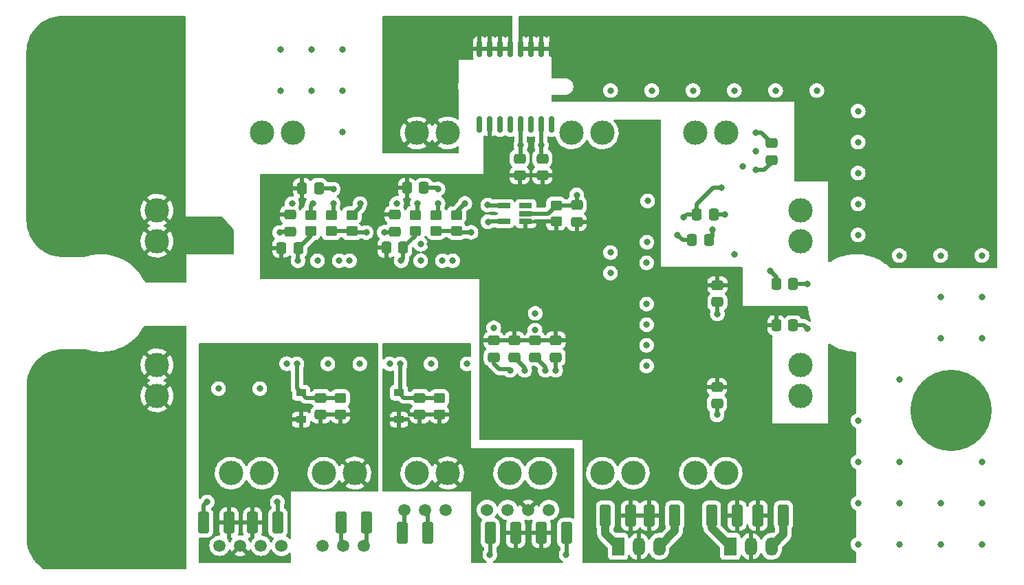
<source format=gbr>
%TF.GenerationSoftware,KiCad,Pcbnew,(6.0.1)*%
%TF.CreationDate,2023-04-21T13:11:10+03:00*%
%TF.ProjectId,Driver_Inductor,44726976-6572-45f4-996e-647563746f72,rev?*%
%TF.SameCoordinates,Original*%
%TF.FileFunction,Copper,L6,Bot*%
%TF.FilePolarity,Positive*%
%FSLAX46Y46*%
G04 Gerber Fmt 4.6, Leading zero omitted, Abs format (unit mm)*
G04 Created by KiCad (PCBNEW (6.0.1)) date 2023-04-21 13:11:10*
%MOMM*%
%LPD*%
G01*
G04 APERTURE LIST*
G04 Aperture macros list*
%AMRoundRect*
0 Rectangle with rounded corners*
0 $1 Rounding radius*
0 $2 $3 $4 $5 $6 $7 $8 $9 X,Y pos of 4 corners*
0 Add a 4 corners polygon primitive as box body*
4,1,4,$2,$3,$4,$5,$6,$7,$8,$9,$2,$3,0*
0 Add four circle primitives for the rounded corners*
1,1,$1+$1,$2,$3*
1,1,$1+$1,$4,$5*
1,1,$1+$1,$6,$7*
1,1,$1+$1,$8,$9*
0 Add four rect primitives between the rounded corners*
20,1,$1+$1,$2,$3,$4,$5,0*
20,1,$1+$1,$4,$5,$6,$7,0*
20,1,$1+$1,$6,$7,$8,$9,0*
20,1,$1+$1,$8,$9,$2,$3,0*%
G04 Aperture macros list end*
%TA.AperFunction,ComponentPad*%
%ADD10C,10.000000*%
%TD*%
%TA.AperFunction,ComponentPad*%
%ADD11C,1.524000*%
%TD*%
%TA.AperFunction,ComponentPad*%
%ADD12C,3.000000*%
%TD*%
%TA.AperFunction,ComponentPad*%
%ADD13R,1.500000X2.300000*%
%TD*%
%TA.AperFunction,ComponentPad*%
%ADD14O,1.500000X2.300000*%
%TD*%
%TA.AperFunction,ComponentPad*%
%ADD15C,1.500000*%
%TD*%
%TA.AperFunction,SMDPad,CuDef*%
%ADD16RoundRect,0.250000X-0.475000X0.337500X-0.475000X-0.337500X0.475000X-0.337500X0.475000X0.337500X0*%
%TD*%
%TA.AperFunction,SMDPad,CuDef*%
%ADD17RoundRect,0.250000X0.475000X-0.337500X0.475000X0.337500X-0.475000X0.337500X-0.475000X-0.337500X0*%
%TD*%
%TA.AperFunction,SMDPad,CuDef*%
%ADD18RoundRect,0.250000X0.450000X-0.350000X0.450000X0.350000X-0.450000X0.350000X-0.450000X-0.350000X0*%
%TD*%
%TA.AperFunction,SMDPad,CuDef*%
%ADD19RoundRect,0.250000X0.337500X0.475000X-0.337500X0.475000X-0.337500X-0.475000X0.337500X-0.475000X0*%
%TD*%
%TA.AperFunction,SMDPad,CuDef*%
%ADD20RoundRect,0.250000X-0.450000X0.350000X-0.450000X-0.350000X0.450000X-0.350000X0.450000X0.350000X0*%
%TD*%
%TA.AperFunction,SMDPad,CuDef*%
%ADD21RoundRect,0.250000X-0.337500X-0.475000X0.337500X-0.475000X0.337500X0.475000X-0.337500X0.475000X0*%
%TD*%
%TA.AperFunction,SMDPad,CuDef*%
%ADD22RoundRect,0.250000X0.412500X1.100000X-0.412500X1.100000X-0.412500X-1.100000X0.412500X-1.100000X0*%
%TD*%
%TA.AperFunction,SMDPad,CuDef*%
%ADD23RoundRect,0.250000X-0.412500X-1.100000X0.412500X-1.100000X0.412500X1.100000X-0.412500X1.100000X0*%
%TD*%
%TA.AperFunction,SMDPad,CuDef*%
%ADD24R,1.560000X0.650000*%
%TD*%
%TA.AperFunction,SMDPad,CuDef*%
%ADD25RoundRect,0.150000X-0.150000X0.875000X-0.150000X-0.875000X0.150000X-0.875000X0.150000X0.875000X0*%
%TD*%
%TA.AperFunction,SMDPad,CuDef*%
%ADD26R,1.200000X0.900000*%
%TD*%
%TA.AperFunction,ViaPad*%
%ADD27C,0.800000*%
%TD*%
%TA.AperFunction,Conductor*%
%ADD28C,0.500000*%
%TD*%
%TA.AperFunction,Conductor*%
%ADD29C,1.000000*%
%TD*%
G04 APERTURE END LIST*
D10*
%TO.P,J5,1,Pin_1*%
%TO.N,OUT2_Sens*%
X203200000Y-79970000D03*
D11*
X200152000Y-82510000D03*
X200406000Y-77176000D03*
X205994000Y-77176000D03*
X205994000Y-82510000D03*
X207010000Y-79970000D03*
X199390000Y-79970000D03*
X203200000Y-83780000D03*
X203200000Y-75906000D03*
%TD*%
D10*
%TO.P,J4,1,Pin_1*%
%TO.N,OUT1*%
X203200000Y-110490000D03*
D11*
X200152000Y-113030000D03*
X200406000Y-107696000D03*
X205994000Y-107696000D03*
X205994000Y-113030000D03*
X207010000Y-110490000D03*
X199390000Y-110490000D03*
X203200000Y-114300000D03*
X203200000Y-106426000D03*
%TD*%
D10*
%TO.P,J3,1,Pin_1*%
%TO.N,Net-(D20-Pad27)*%
X96520000Y-124460000D03*
D11*
X93472000Y-127000000D03*
X93726000Y-121666000D03*
X99314000Y-121666000D03*
X99314000Y-127000000D03*
X100330000Y-124460000D03*
X92710000Y-124460000D03*
X96520000Y-128270000D03*
X96520000Y-120396000D03*
%TD*%
D10*
%TO.P,J2,1,Pin_1*%
%TO.N,DESAT_H*%
X96520000Y-68199000D03*
D11*
X93472000Y-70739000D03*
X93726000Y-65405000D03*
X99314000Y-65405000D03*
X99314000Y-70739000D03*
X100330000Y-68199000D03*
X92710000Y-68199000D03*
X96520000Y-72009000D03*
X96520000Y-64135000D03*
%TD*%
D12*
%TO.P,D20,1,G1*%
%TO.N,Net-(D20-Pad1)*%
X114572000Y-118232000D03*
%TO.P,D20,2,E1*%
X118382000Y-118232000D03*
%TO.P,D20,3,G2*%
%TO.N,G2*%
X126002000Y-118232000D03*
%TO.P,D20,4,E2*%
%TO.N,E2*%
X129812000Y-118232000D03*
%TO.P,D20,5,G3*%
%TO.N,G3*%
X137432000Y-118232000D03*
%TO.P,D20,6,E3*%
%TO.N,E3*%
X141242000Y-118232000D03*
%TO.P,D20,7,G4*%
%TO.N,Net-(D20-Pad7)*%
X148862000Y-118232000D03*
%TO.P,D20,8,E4*%
X152672000Y-118232000D03*
%TO.P,D20,9,G5*%
%TO.N,Net-(D20-Pad10)*%
X160292000Y-118232000D03*
%TO.P,D20,10,E5*%
X164102000Y-118232000D03*
%TO.P,D20,11,G6*%
%TO.N,Net-(D20-Pad11)*%
X171722000Y-118232000D03*
%TO.P,D20,12,E6*%
X175532000Y-118232000D03*
%TO.P,D20,13,DC-*%
%TO.N,unconnected-(D20-Pad13)*%
X184652000Y-108712000D03*
%TO.P,D20,14,DC-*%
%TO.N,unconnected-(D20-Pad14)*%
X184652000Y-104902000D03*
%TO.P,D20,15,DC+*%
%TO.N,unconnected-(D20-Pad15)*%
X184652000Y-89662000D03*
%TO.P,D20,16,DC+*%
%TO.N,unconnected-(D20-Pad16)*%
X184652000Y-85852000D03*
%TO.P,D20,17,NTC1*%
%TO.N,NTC1*%
X175532000Y-76332000D03*
%TO.P,D20,18,NTC2*%
%TO.N,NTC2*%
X171722000Y-76332000D03*
%TO.P,D20,19,OUT3*%
%TO.N,unconnected-(D20-Pad19)*%
X160292000Y-76332000D03*
%TO.P,D20,20,OUT3*%
%TO.N,unconnected-(D20-Pad20)*%
X156482000Y-76332000D03*
%TO.P,D20,21,OUT2*%
%TO.N,OUT2*%
X141242000Y-76332000D03*
%TO.P,D20,22,OUT2*%
X137432000Y-76332000D03*
%TO.P,D20,23,OUT1*%
%TO.N,OUT1*%
X122192000Y-76332000D03*
%TO.P,D20,24,OUT1*%
X118382000Y-76332000D03*
%TO.P,D20,25,DC+*%
%TO.N,DESAT_H*%
X105452000Y-85852000D03*
%TO.P,D20,26,DC+*%
X105452000Y-89662000D03*
%TO.P,D20,27,DC-*%
%TO.N,Net-(D20-Pad27)*%
X105452000Y-104902000D03*
%TO.P,D20,28,DC-*%
X105452000Y-108712000D03*
%TD*%
D13*
%TO.P,U1,1,IN*%
%TO.N,+15V*%
X162217500Y-127254000D03*
D14*
%TO.P,U1,2,GND*%
%TO.N,GND*%
X164757500Y-127254000D03*
%TO.P,U1,3,OUT*%
%TO.N,+3V3*%
X167297500Y-127254000D03*
%TD*%
D15*
%TO.P,D16,1,GND*%
%TO.N,GND*%
X135928500Y-122758000D03*
%TO.P,D16,2,Vin*%
%TO.N,+15V*%
X138468500Y-122758000D03*
%TO.P,D16,3,Ctrl*%
%TO.N,unconnected-(D16-Pad3)*%
X141008500Y-122758000D03*
D11*
%TO.P,D16,5*%
%TO.N,N/C*%
X146088500Y-122758000D03*
D15*
%TO.P,D16,6,+Vo*%
%TO.N,+15V_H1*%
X148628500Y-122758000D03*
%TO.P,D16,7,0V*%
%TO.N,E3*%
X151168500Y-122758000D03*
%TO.P,D16,8,-Vo*%
%TO.N,-15V_H1*%
X153708500Y-122758000D03*
%TD*%
D13*
%TO.P,U2,1,IN*%
%TO.N,+15V*%
X176026500Y-127258500D03*
D14*
%TO.P,U2,2,GND*%
%TO.N,GND*%
X178566500Y-127258500D03*
%TO.P,U2,3,OUT*%
%TO.N,+5V*%
X181106500Y-127258500D03*
%TD*%
D15*
%TO.P,D15,1,GND*%
%TO.N,GND*%
X130937000Y-127179000D03*
%TO.P,D15,2,Vin*%
%TO.N,+15V*%
X128397000Y-127179000D03*
%TO.P,D15,3,Ctrl*%
%TO.N,unconnected-(D15-Pad3)*%
X125857000Y-127179000D03*
D11*
%TO.P,D15,5*%
%TO.N,N/C*%
X120777000Y-127179000D03*
D15*
%TO.P,D15,6,+Vo*%
%TO.N,+15V_L1*%
X118237000Y-127179000D03*
%TO.P,D15,7,0V*%
%TO.N,E2*%
X115697000Y-127179000D03*
%TO.P,D15,8,-Vo*%
%TO.N,-15V_L1*%
X113157000Y-127179000D03*
%TD*%
D16*
%TO.P,C6,1*%
%TO.N,Net-(C6-Pad1)*%
X125603000Y-108944500D03*
%TO.P,C6,2*%
%TO.N,E2*%
X125603000Y-111019500D03*
%TD*%
D17*
%TO.P,C14,1*%
%TO.N,Net-(C14-Pad1)*%
X149453600Y-103958300D03*
%TO.P,C14,2*%
%TO.N,GND*%
X149453600Y-101883300D03*
%TD*%
D16*
%TO.P,C28,1*%
%TO.N,Current*%
X150114000Y-79480500D03*
%TO.P,C28,2*%
%TO.N,GND*%
X150114000Y-81555500D03*
%TD*%
D18*
%TO.P,R32,1*%
%TO.N,E2*%
X128016000Y-110982000D03*
%TO.P,R32,2*%
%TO.N,Net-(C6-Pad1)*%
X128016000Y-108982000D03*
%TD*%
%TO.P,R14,1*%
%TO.N,RDY_L1*%
X129438400Y-88452200D03*
%TO.P,R14,2*%
%TO.N,+3V3*%
X129438400Y-86452200D03*
%TD*%
D17*
%TO.P,C16,1*%
%TO.N,+3V3*%
X174396400Y-109682700D03*
%TO.P,C16,2*%
%TO.N,GND*%
X174396400Y-107607700D03*
%TD*%
D19*
%TO.P,C9,1*%
%TO.N,FLT_H1*%
X138299100Y-83108800D03*
%TO.P,C9,2*%
%TO.N,GND*%
X136224100Y-83108800D03*
%TD*%
D20*
%TO.P,R16,1*%
%TO.N,Net-(D11-Pad2)*%
X137261600Y-86426800D03*
%TO.P,R16,2*%
%TO.N,+3V3*%
X137261600Y-88426800D03*
%TD*%
D21*
%TO.P,C1,1*%
%TO.N,GND*%
X120780900Y-90500200D03*
%TO.P,C1,2*%
%TO.N,+3V3*%
X122855900Y-90500200D03*
%TD*%
D22*
%TO.P,C23,1*%
%TO.N,+15V_L1*%
X120346000Y-124333000D03*
%TO.P,C23,2*%
%TO.N,E2*%
X117221000Y-124333000D03*
%TD*%
D17*
%TO.P,C36,1*%
%TO.N,+3V3*%
X174447200Y-97156600D03*
%TO.P,C36,2*%
%TO.N,GND*%
X174447200Y-95081600D03*
%TD*%
D20*
%TO.P,R12,1*%
%TO.N,Net-(D10-Pad2)*%
X126898400Y-86452200D03*
%TO.P,R12,2*%
%TO.N,RDY_L1*%
X126898400Y-88452200D03*
%TD*%
D19*
%TO.P,C35,1*%
%TO.N,+3V3*%
X183765100Y-100025200D03*
%TO.P,C35,2*%
%TO.N,GND*%
X181690100Y-100025200D03*
%TD*%
D23*
%TO.P,C20,1*%
%TO.N,+15V*%
X173736000Y-123448500D03*
%TO.P,C20,2*%
%TO.N,GND*%
X176861000Y-123448500D03*
%TD*%
D24*
%TO.P,U6,1*%
%TO.N,N/C*%
X150854400Y-85308400D03*
%TO.P,U6,2*%
%TO.N,Net-(C37-Pad1)*%
X150854400Y-86258400D03*
%TO.P,U6,3,GND*%
%TO.N,GND*%
X150854400Y-87208400D03*
%TO.P,U6,4*%
%TO.N,RST_H1*%
X148154400Y-87208400D03*
%TO.P,U6,5,VCC*%
%TO.N,+3V3*%
X148154400Y-85308400D03*
%TD*%
D16*
%TO.P,C5,1*%
%TO.N,Net-(C5-Pad1)*%
X137795000Y-108944500D03*
%TO.P,C5,2*%
%TO.N,E3*%
X137795000Y-111019500D03*
%TD*%
D25*
%TO.P,D17,1,IP+*%
%TO.N,OUT2*%
X145161000Y-65962000D03*
%TO.P,D17,2,IP+*%
X146431000Y-65962000D03*
%TO.P,D17,3,IP+*%
X147701000Y-65962000D03*
%TO.P,D17,4,IP+*%
X148971000Y-65962000D03*
%TO.P,D17,5,IP-*%
%TO.N,OUT2_Sens*%
X150241000Y-65962000D03*
%TO.P,D17,6,IP-*%
X151511000Y-65962000D03*
%TO.P,D17,7,IP-*%
X152781000Y-65962000D03*
%TO.P,D17,8,IP-*%
X154051000Y-65962000D03*
%TO.P,D17,9*%
%TO.N,N/C*%
X154051000Y-75262000D03*
%TO.P,D17,10,VCC*%
%TO.N,+5V*%
X152781000Y-75262000D03*
%TO.P,D17,11*%
%TO.N,N/C*%
X151511000Y-75262000D03*
%TO.P,D17,12,VOUT*%
%TO.N,Current*%
X150241000Y-75262000D03*
%TO.P,D17,13,FILT*%
%TO.N,unconnected-(D17-Pad13)*%
X148971000Y-75262000D03*
%TO.P,D17,14*%
%TO.N,N/C*%
X147701000Y-75262000D03*
%TO.P,D17,15,GND*%
%TO.N,GND*%
X146431000Y-75262000D03*
%TO.P,D17,16*%
%TO.N,N/C*%
X145161000Y-75262000D03*
%TD*%
D16*
%TO.P,C4,1*%
%TO.N,GND*%
X134721600Y-86389300D03*
%TO.P,C4,2*%
%TO.N,Net-(C4-Pad2)*%
X134721600Y-88464300D03*
%TD*%
D18*
%TO.P,R33,1*%
%TO.N,E3*%
X140208000Y-110982000D03*
%TO.P,R33,2*%
%TO.N,Net-(C5-Pad1)*%
X140208000Y-108982000D03*
%TD*%
D17*
%TO.P,C11,1*%
%TO.N,Net-(C11-Pad1)*%
X154533600Y-103958300D03*
%TO.P,C11,2*%
%TO.N,GND*%
X154533600Y-101883300D03*
%TD*%
D26*
%TO.P,D3,1,K*%
%TO.N,Net-(C5-Pad1)*%
X135255000Y-108332000D03*
%TO.P,D3,2,A*%
%TO.N,E3*%
X135255000Y-111632000D03*
%TD*%
D22*
%TO.P,C21,1*%
%TO.N,+3V3*%
X169202500Y-123444000D03*
%TO.P,C21,2*%
%TO.N,GND*%
X166077500Y-123444000D03*
%TD*%
D26*
%TO.P,D4,1,K*%
%TO.N,Net-(C6-Pad1)*%
X123190000Y-108332000D03*
%TO.P,D4,2,A*%
%TO.N,E2*%
X123190000Y-111632000D03*
%TD*%
D17*
%TO.P,C12,1*%
%TO.N,Net-(C12-Pad1)*%
X146913600Y-103958300D03*
%TO.P,C12,2*%
%TO.N,GND*%
X146913600Y-101883300D03*
%TD*%
D23*
%TO.P,C18,1*%
%TO.N,+15V*%
X128104500Y-124333000D03*
%TO.P,C18,2*%
%TO.N,GND*%
X131229500Y-124333000D03*
%TD*%
D20*
%TO.P,R31,1*%
%TO.N,Net-(C37-Pad1)*%
X154584400Y-85258400D03*
%TO.P,R31,2*%
%TO.N,GND*%
X154584400Y-87258400D03*
%TD*%
D22*
%TO.P,C22,1*%
%TO.N,+5V*%
X182576000Y-123448500D03*
%TO.P,C22,2*%
%TO.N,GND*%
X179451000Y-123448500D03*
%TD*%
D17*
%TO.P,C30,1*%
%TO.N,E3*%
X181102000Y-79650500D03*
%TO.P,C30,2*%
%TO.N,-15V_H1*%
X181102000Y-77575500D03*
%TD*%
D23*
%TO.P,C19,1*%
%TO.N,+15V*%
X160655000Y-123444000D03*
%TO.P,C19,2*%
%TO.N,GND*%
X163780000Y-123444000D03*
%TD*%
D18*
%TO.P,R17,1*%
%TO.N,RDY_H1*%
X142341600Y-88426800D03*
%TO.P,R17,2*%
%TO.N,+3V3*%
X142341600Y-86426800D03*
%TD*%
D21*
%TO.P,C2,1*%
%TO.N,GND*%
X133684100Y-90474800D03*
%TO.P,C2,2*%
%TO.N,+3V3*%
X135759100Y-90474800D03*
%TD*%
D19*
%TO.P,C7,1*%
%TO.N,FLT_L1*%
X125395900Y-83134200D03*
%TO.P,C7,2*%
%TO.N,GND*%
X123320900Y-83134200D03*
%TD*%
D21*
%TO.P,C31,1*%
%TO.N,+3.3VA*%
X171915000Y-86360000D03*
%TO.P,C31,2*%
%TO.N,-15V_H1*%
X173990000Y-86360000D03*
%TD*%
D17*
%TO.P,C13,1*%
%TO.N,Net-(C13-Pad1)*%
X151993600Y-103958300D03*
%TO.P,C13,2*%
%TO.N,GND*%
X151993600Y-101883300D03*
%TD*%
D22*
%TO.P,C24,1*%
%TO.N,E2*%
X114338500Y-124333000D03*
%TO.P,C24,2*%
%TO.N,-15V_L1*%
X111213500Y-124333000D03*
%TD*%
D20*
%TO.P,R11,1*%
%TO.N,Net-(D9-Pad2)*%
X124358400Y-86452200D03*
%TO.P,R11,2*%
%TO.N,+3V3*%
X124358400Y-88452200D03*
%TD*%
D19*
%TO.P,C34,1*%
%TO.N,+3.3VA*%
X183765100Y-94945200D03*
%TO.P,C34,2*%
%TO.N,-15V_H1*%
X181690100Y-94945200D03*
%TD*%
D16*
%TO.P,C27,1*%
%TO.N,+5V*%
X152908000Y-79480500D03*
%TO.P,C27,2*%
%TO.N,GND*%
X152908000Y-81555500D03*
%TD*%
D22*
%TO.P,C17,1*%
%TO.N,+15V*%
X138761000Y-125603000D03*
%TO.P,C17,2*%
%TO.N,GND*%
X135636000Y-125603000D03*
%TD*%
D20*
%TO.P,R18,1*%
%TO.N,Net-(D12-Pad2)*%
X139801600Y-86426800D03*
%TO.P,R18,2*%
%TO.N,RDY_H1*%
X139801600Y-88426800D03*
%TD*%
D16*
%TO.P,C3,1*%
%TO.N,GND*%
X121818400Y-86414700D03*
%TO.P,C3,2*%
%TO.N,Net-(C3-Pad2)*%
X121818400Y-88489700D03*
%TD*%
D23*
%TO.P,C25,1*%
%TO.N,+15V_H1*%
X146481000Y-125603000D03*
%TO.P,C25,2*%
%TO.N,E3*%
X149606000Y-125603000D03*
%TD*%
%TO.P,C26,1*%
%TO.N,E3*%
X152781000Y-125603000D03*
%TO.P,C26,2*%
%TO.N,-15V_H1*%
X155906000Y-125603000D03*
%TD*%
D16*
%TO.P,C37,1*%
%TO.N,Net-(C37-Pad1)*%
X157124400Y-85220900D03*
%TO.P,C37,2*%
%TO.N,GND*%
X157124400Y-87295900D03*
%TD*%
D19*
%TO.P,C33,1*%
%TO.N,Net-(C33-Pad1)*%
X173409900Y-89535000D03*
%TO.P,C33,2*%
%TO.N,Net-(C33-Pad2)*%
X171334900Y-89535000D03*
%TD*%
D27*
%TO.N,OUT2_Sens*%
X203200000Y-69850000D03*
%TO.N,OUT1*%
X191770000Y-73660000D03*
X191770000Y-77470000D03*
X196850000Y-91440000D03*
X191770000Y-88900000D03*
X191770000Y-85090000D03*
X191770000Y-81280000D03*
X186690000Y-71120000D03*
X181610000Y-71120000D03*
X176530000Y-71120000D03*
X171450000Y-71120000D03*
X166370000Y-71120000D03*
X161290000Y-71120000D03*
%TO.N,OUT2_Sens*%
X203200000Y-74930000D03*
X207010000Y-74930000D03*
X207010000Y-69850000D03*
X207010000Y-66040000D03*
X201930000Y-63500000D03*
X196850000Y-63500000D03*
X191770000Y-63500000D03*
X186690000Y-63500000D03*
X181610000Y-63500000D03*
X176530000Y-63500000D03*
X171450000Y-63500000D03*
X166370000Y-63500000D03*
%TO.N,OUT1*%
X191770000Y-111760000D03*
X191770000Y-116840000D03*
X191770000Y-127000000D03*
X191770000Y-121920000D03*
X196850000Y-127000000D03*
X201930000Y-127000000D03*
X207010000Y-127000000D03*
X207010000Y-121920000D03*
X201930000Y-121920000D03*
X128270000Y-76200000D03*
%TO.N,+5V*%
X152781000Y-77851000D03*
%TO.N,Current*%
X150241000Y-77851000D03*
%TO.N,GND*%
X179679600Y-99898200D03*
X133985000Y-92075000D03*
X171907200Y-93303600D03*
X139065000Y-90006300D03*
X126365000Y-90031700D03*
X171856400Y-105470200D03*
X121285000Y-92075000D03*
X143383000Y-92075000D03*
X161290000Y-98679000D03*
X161290000Y-85979000D03*
X128676400Y-85039200D03*
X130683000Y-92075000D03*
X157073600Y-108000800D03*
X161290000Y-103759000D03*
X146304000Y-106172000D03*
X141833600Y-85013800D03*
X161290000Y-106299000D03*
X161290000Y-88519000D03*
X161290000Y-101219000D03*
%TO.N,Net-(C3-Pad2)*%
X120548400Y-88595200D03*
%TO.N,Net-(C4-Pad2)*%
X133451600Y-88569800D03*
%TO.N,Net-(C5-Pad1)*%
X135382000Y-104775000D03*
X113030000Y-107823000D03*
%TO.N,Net-(C6-Pad1)*%
X118110000Y-107823000D03*
X122682000Y-104775000D03*
%TO.N,E2*%
X123952000Y-104775000D03*
%TO.N,FLT_L1*%
X151993600Y-100634800D03*
X127152400Y-83261200D03*
X125222000Y-92075000D03*
%TO.N,RDY_L1*%
X131216400Y-88595200D03*
X146913600Y-100330000D03*
%TO.N,FLT_H1*%
X140055600Y-83235800D03*
X137922000Y-90043000D03*
X152019000Y-98552000D03*
X137922000Y-92075000D03*
%TO.N,RDY_H1*%
X144119600Y-88569800D03*
%TO.N,Net-(C11-Pad1)*%
X154533600Y-105562400D03*
%TO.N,Net-(C12-Pad1)*%
X148932900Y-105575100D03*
%TO.N,Net-(C13-Pad1)*%
X153263600Y-105562400D03*
%TO.N,Net-(C14-Pad1)*%
X150723600Y-105562400D03*
%TO.N,+15V*%
X165735000Y-105029000D03*
X165735000Y-99949000D03*
X165735000Y-97409000D03*
X165735000Y-102489000D03*
%TO.N,+15V_L1*%
X120269000Y-121793000D03*
X126492000Y-104775000D03*
%TO.N,-15V_L1*%
X130429000Y-104775000D03*
X111633000Y-121793000D03*
X121412537Y-104745642D03*
%TO.N,+15V_H1*%
X146431000Y-128270000D03*
X139192000Y-104775000D03*
%TO.N,-15V_H1*%
X134112000Y-104775000D03*
X177546000Y-80416400D03*
X175361600Y-86360000D03*
X143637000Y-104775000D03*
X176530000Y-91313000D03*
X180975000Y-93345000D03*
X179197000Y-76327000D03*
X155829000Y-128270000D03*
%TO.N,Current*%
X165862000Y-84709000D03*
%TO.N,+3.3VA*%
X179197000Y-78613000D03*
X170307000Y-86741000D03*
X185521600Y-94945200D03*
X174955200Y-83108800D03*
%TO.N,Net-(C33-Pad1)*%
X173857500Y-88270500D03*
%TO.N,Net-(C33-Pad2)*%
X169545000Y-88900000D03*
%TO.N,PWM2_P*%
X161290000Y-91059000D03*
X129159000Y-92075000D03*
%TO.N,PWM2_N*%
X127889000Y-92075000D03*
X165775001Y-89789000D03*
%TO.N,PWM1_P*%
X161290000Y-93599000D03*
X141859000Y-92075000D03*
%TO.N,PWM1_N*%
X140589000Y-92075000D03*
X165735000Y-92329000D03*
%TO.N,Net-(D9-Pad2)*%
X124612400Y-85039200D03*
%TO.N,Net-(D10-Pad2)*%
X127152400Y-85039200D03*
%TO.N,Net-(D11-Pad2)*%
X137515600Y-85013800D03*
%TO.N,Net-(D12-Pad2)*%
X140055600Y-85013800D03*
%TO.N,+3V3*%
X146177000Y-85217000D03*
X143357600Y-85013800D03*
X122809000Y-92075000D03*
X174396400Y-111058200D03*
X174447200Y-98637600D03*
X135509000Y-92075000D03*
X185547000Y-100457000D03*
X130454400Y-85039200D03*
%TO.N,RST_H1*%
X146202400Y-87274400D03*
X122072400Y-85039200D03*
X134975600Y-85013800D03*
%TO.N,Net-(C37-Pad1)*%
X157124400Y-83972400D03*
%TO.N,E3*%
X136652000Y-104775000D03*
X179197000Y-80899000D03*
%TO.N,OUT1*%
X120650000Y-66040000D03*
X120650000Y-71120000D03*
X207010000Y-101600000D03*
X196850000Y-106680000D03*
X207010000Y-116840000D03*
X124460000Y-66040000D03*
X124460000Y-71120000D03*
X196850000Y-116840000D03*
X207010000Y-91440000D03*
X128270000Y-71120000D03*
X128270000Y-66040000D03*
X201930000Y-96520000D03*
X196850000Y-121920000D03*
X207010000Y-96520000D03*
X201930000Y-101600000D03*
X201930000Y-91440000D03*
%TD*%
D28*
%TO.N,Current*%
X150241000Y-77851000D02*
X150241000Y-75262000D01*
%TO.N,+5V*%
X152781000Y-77851000D02*
X152781000Y-75262000D01*
X152781000Y-77851000D02*
X152781000Y-79353500D01*
%TO.N,Current*%
X150241000Y-77851000D02*
X150241000Y-79353500D01*
%TO.N,+5V*%
X152781000Y-79353500D02*
X152908000Y-79480500D01*
%TO.N,Current*%
X150241000Y-79353500D02*
X150114000Y-79480500D01*
%TO.N,GND*%
X131229500Y-126886500D02*
X130937000Y-127179000D01*
X135928500Y-122758000D02*
X135928500Y-125310500D01*
X135928500Y-125310500D02*
X135636000Y-125603000D01*
X131229500Y-124333000D02*
X131229500Y-126886500D01*
%TO.N,Net-(C3-Pad2)*%
X120653900Y-88489700D02*
X120548400Y-88595200D01*
X121818400Y-88489700D02*
X120653900Y-88489700D01*
%TO.N,Net-(C4-Pad2)*%
X133451600Y-88569800D02*
X134616100Y-88569800D01*
%TO.N,Net-(C5-Pad1)*%
X135867500Y-108944500D02*
X135255000Y-108332000D01*
X137795000Y-108944500D02*
X135867500Y-108944500D01*
X140208000Y-108982000D02*
X137832500Y-108982000D01*
X135382000Y-108205000D02*
X135255000Y-108332000D01*
X137832500Y-108982000D02*
X137795000Y-108944500D01*
X135382000Y-104775000D02*
X135382000Y-108205000D01*
%TO.N,Net-(C6-Pad1)*%
X122682000Y-107824000D02*
X123190000Y-108332000D01*
X122682000Y-104775000D02*
X122682000Y-107824000D01*
X128016000Y-108982000D02*
X125640500Y-108982000D01*
X123802500Y-108944500D02*
X123190000Y-108332000D01*
X125603000Y-108944500D02*
X123802500Y-108944500D01*
X125640500Y-108982000D02*
X125603000Y-108944500D01*
%TO.N,FLT_L1*%
X127025400Y-83134200D02*
X127152400Y-83261200D01*
X125395900Y-83134200D02*
X127025400Y-83134200D01*
%TO.N,RDY_L1*%
X129581400Y-88595200D02*
X129438400Y-88452200D01*
X126898400Y-88452200D02*
X129438400Y-88452200D01*
X131216400Y-88595200D02*
X129581400Y-88595200D01*
%TO.N,FLT_H1*%
X138299100Y-83108800D02*
X139928600Y-83108800D01*
X139928600Y-83108800D02*
X140055600Y-83235800D01*
%TO.N,RDY_H1*%
X142484600Y-88569800D02*
X142341600Y-88426800D01*
X139801600Y-88426800D02*
X142341600Y-88426800D01*
X144119600Y-88569800D02*
X142484600Y-88569800D01*
%TO.N,Net-(C11-Pad1)*%
X154533600Y-105562400D02*
X154533600Y-103958300D01*
%TO.N,Net-(C12-Pad1)*%
X146913600Y-104749600D02*
X146913600Y-103958300D01*
X148767800Y-105410000D02*
X147574000Y-105410000D01*
X148932900Y-105575100D02*
X148767800Y-105410000D01*
X147574000Y-105410000D02*
X146913600Y-104749600D01*
%TO.N,Net-(C13-Pad1)*%
X151993600Y-103958300D02*
X152065900Y-103958300D01*
X152065900Y-103958300D02*
X153263600Y-105156000D01*
X153263600Y-105156000D02*
X153263600Y-105562400D01*
%TO.N,Net-(C14-Pad1)*%
X150723600Y-105242950D02*
X149453600Y-103972950D01*
X149453600Y-103972950D02*
X149453600Y-103958300D01*
X150723600Y-105562400D02*
X150723600Y-105242950D01*
%TO.N,+15V*%
X138761000Y-123050500D02*
X138468500Y-122758000D01*
D29*
X160655000Y-125691500D02*
X162217500Y-127254000D01*
X160655000Y-123444000D02*
X160655000Y-125691500D01*
D28*
X128104500Y-124333000D02*
X128104500Y-126886500D01*
X128104500Y-126886500D02*
X128397000Y-127179000D01*
D29*
X173736000Y-124968000D02*
X176026500Y-127258500D01*
D28*
X138761000Y-125603000D02*
X138761000Y-123050500D01*
D29*
%TO.N,+5V*%
X182576000Y-123448500D02*
X182576000Y-125789000D01*
X182576000Y-125789000D02*
X181106500Y-127258500D01*
D28*
%TO.N,+15V_L1*%
X120346000Y-121870000D02*
X120269000Y-121793000D01*
X120346000Y-124333000D02*
X120346000Y-121870000D01*
%TO.N,-15V_L1*%
X111213500Y-124333000D02*
X111213500Y-122212500D01*
X111213500Y-122212500D02*
X111633000Y-121793000D01*
%TO.N,+15V_H1*%
X146481000Y-125603000D02*
X146481000Y-128220000D01*
X146481000Y-128220000D02*
X146431000Y-128270000D01*
%TO.N,-15V_H1*%
X181690100Y-94060100D02*
X181690100Y-94945200D01*
X155906000Y-128193000D02*
X155829000Y-128270000D01*
X180975000Y-93345000D02*
X181690100Y-94060100D01*
X179197000Y-76327000D02*
X179853500Y-76327000D01*
X173990000Y-86360000D02*
X175361600Y-86360000D01*
X179853500Y-76327000D02*
X181102000Y-77575500D01*
X155906000Y-125603000D02*
X155906000Y-128193000D01*
%TO.N,+3.3VA*%
X174955200Y-83108800D02*
X173939200Y-83108800D01*
X173939200Y-83108800D02*
X171915000Y-85133000D01*
X183765100Y-94945200D02*
X185521600Y-94945200D01*
X170688000Y-86360000D02*
X170307000Y-86741000D01*
X171915000Y-86360000D02*
X170688000Y-86360000D01*
X171915000Y-85133000D02*
X171915000Y-86360000D01*
%TO.N,Net-(C33-Pad1)*%
X173857500Y-89087400D02*
X173409900Y-89535000D01*
X173857500Y-88270500D02*
X173857500Y-89087400D01*
%TO.N,Net-(C33-Pad2)*%
X171334900Y-89535000D02*
X170180000Y-89535000D01*
X170180000Y-89535000D02*
X169545000Y-88900000D01*
%TO.N,Net-(D9-Pad2)*%
X124358400Y-86452200D02*
X124358400Y-85293200D01*
X124358400Y-85293200D02*
X124612400Y-85039200D01*
%TO.N,Net-(D10-Pad2)*%
X127152400Y-86198200D02*
X126898400Y-86452200D01*
X127152400Y-85039200D02*
X127152400Y-86198200D01*
%TO.N,Net-(D11-Pad2)*%
X137515600Y-86172800D02*
X137261600Y-86426800D01*
X137515600Y-85013800D02*
X137515600Y-86172800D01*
%TO.N,Net-(D12-Pad2)*%
X140055600Y-86172800D02*
X139801600Y-86426800D01*
X140055600Y-85013800D02*
X140055600Y-86172800D01*
D29*
%TO.N,+3V3*%
X169202500Y-123444000D02*
X169202500Y-125349000D01*
D28*
X135759100Y-91824900D02*
X135509000Y-92075000D01*
X137261600Y-88972300D02*
X135759100Y-90474800D01*
X185547000Y-100457000D02*
X185115200Y-100025200D01*
X124358400Y-88452200D02*
X124358400Y-88997700D01*
X174396400Y-109682700D02*
X174396400Y-111058200D01*
X124358400Y-88997700D02*
X122855900Y-90500200D01*
X130454400Y-85039200D02*
X130454400Y-85436200D01*
X148154400Y-85308400D02*
X146268400Y-85308400D01*
D29*
X169202500Y-125349000D02*
X167297500Y-127254000D01*
D28*
X137261600Y-88426800D02*
X137261600Y-88972300D01*
X122809000Y-92075000D02*
X122809000Y-90547100D01*
X142341600Y-86029800D02*
X143357600Y-85013800D01*
X146268400Y-85308400D02*
X146177000Y-85217000D01*
X130454400Y-85436200D02*
X129438400Y-86452200D01*
X174447200Y-97156600D02*
X174447200Y-98637600D01*
X142341600Y-86426800D02*
X142341600Y-86029800D01*
X135759100Y-90474800D02*
X135759100Y-91824900D01*
X185115200Y-100025200D02*
X183765100Y-100025200D01*
%TO.N,RST_H1*%
X148154400Y-87208400D02*
X146268400Y-87208400D01*
%TO.N,Net-(C37-Pad1)*%
X153584400Y-86258400D02*
X154584400Y-85258400D01*
X154584400Y-85258400D02*
X157086900Y-85258400D01*
X157086900Y-85258400D02*
X157124400Y-85220900D01*
X157124400Y-85220900D02*
X157124400Y-83972400D01*
X150854400Y-86258400D02*
X153584400Y-86258400D01*
%TO.N,E3*%
X181102000Y-80010000D02*
X180213000Y-80899000D01*
X181102000Y-79650500D02*
X181102000Y-80010000D01*
X180213000Y-80899000D02*
X179197000Y-80899000D01*
%TD*%
%TA.AperFunction,Conductor*%
%TO.N,Net-(D20-Pad27)*%
G36*
X109035121Y-100096002D02*
G01*
X109081614Y-100149658D01*
X109093000Y-100202000D01*
X109093000Y-111887000D01*
X89400000Y-111887000D01*
X89400000Y-110301654D01*
X104227618Y-110301654D01*
X104234673Y-110311627D01*
X104265679Y-110337551D01*
X104272598Y-110342579D01*
X104497272Y-110483515D01*
X104504807Y-110487556D01*
X104746520Y-110596694D01*
X104754551Y-110599680D01*
X105008832Y-110675002D01*
X105017184Y-110676869D01*
X105279340Y-110716984D01*
X105287874Y-110717700D01*
X105553045Y-110721867D01*
X105561596Y-110721418D01*
X105824883Y-110689557D01*
X105833284Y-110687955D01*
X106089824Y-110620653D01*
X106097926Y-110617926D01*
X106342949Y-110516434D01*
X106350617Y-110512628D01*
X106579598Y-110378822D01*
X106586679Y-110374009D01*
X106666655Y-110311301D01*
X106675125Y-110299442D01*
X106668608Y-110287818D01*
X105464812Y-109084022D01*
X105450868Y-109076408D01*
X105449035Y-109076539D01*
X105442420Y-109080790D01*
X104234910Y-110288300D01*
X104227618Y-110301654D01*
X89400000Y-110301654D01*
X89400000Y-108695204D01*
X103439665Y-108695204D01*
X103454932Y-108959969D01*
X103456005Y-108968470D01*
X103507065Y-109228722D01*
X103509276Y-109236974D01*
X103595184Y-109487894D01*
X103598499Y-109495779D01*
X103717664Y-109732713D01*
X103722020Y-109740079D01*
X103851347Y-109928250D01*
X103861601Y-109936594D01*
X103875342Y-109929448D01*
X105079978Y-108724812D01*
X105086356Y-108713132D01*
X105816408Y-108713132D01*
X105816539Y-108714965D01*
X105820790Y-108721580D01*
X107027730Y-109928520D01*
X107039939Y-109935187D01*
X107051439Y-109926497D01*
X107148831Y-109793913D01*
X107153418Y-109786685D01*
X107279962Y-109553621D01*
X107283530Y-109545827D01*
X107377271Y-109297750D01*
X107379748Y-109289544D01*
X107438954Y-109031038D01*
X107440294Y-109022577D01*
X107464031Y-108756616D01*
X107464277Y-108751677D01*
X107464666Y-108714485D01*
X107464523Y-108709519D01*
X107446362Y-108443123D01*
X107445201Y-108434649D01*
X107391419Y-108174944D01*
X107389120Y-108166709D01*
X107300588Y-107916705D01*
X107297191Y-107908854D01*
X107175550Y-107673178D01*
X107171122Y-107665866D01*
X107052031Y-107496417D01*
X107041509Y-107488037D01*
X107028121Y-107495089D01*
X105824022Y-108699188D01*
X105816408Y-108713132D01*
X105086356Y-108713132D01*
X105087592Y-108710868D01*
X105087461Y-108709035D01*
X105083210Y-108702420D01*
X103875814Y-107495024D01*
X103863804Y-107488466D01*
X103852064Y-107497434D01*
X103743935Y-107647911D01*
X103739418Y-107655196D01*
X103615325Y-107889567D01*
X103611839Y-107897395D01*
X103520700Y-108146446D01*
X103518311Y-108154670D01*
X103461812Y-108413795D01*
X103460563Y-108422250D01*
X103439754Y-108686653D01*
X103439665Y-108695204D01*
X89400000Y-108695204D01*
X89400000Y-107498703D01*
X89401500Y-107479319D01*
X89403723Y-107465043D01*
X89403723Y-107465041D01*
X89405104Y-107456171D01*
X89402498Y-107436240D01*
X89401554Y-107414405D01*
X89413702Y-107136186D01*
X89416884Y-107063294D01*
X89417842Y-107052345D01*
X89434945Y-106922433D01*
X89467648Y-106674026D01*
X89469554Y-106663222D01*
X89507590Y-106491654D01*
X104227618Y-106491654D01*
X104234673Y-106501627D01*
X104265679Y-106527551D01*
X104272598Y-106532579D01*
X104497272Y-106673515D01*
X104504812Y-106677558D01*
X104534631Y-106691022D01*
X104588486Y-106737284D01*
X104608780Y-106805319D01*
X104589070Y-106873525D01*
X104539985Y-106918125D01*
X104534576Y-106920881D01*
X104307013Y-107057075D01*
X104299981Y-107061962D01*
X104237053Y-107112377D01*
X104228584Y-107124500D01*
X104234980Y-107135770D01*
X105439188Y-108339978D01*
X105453132Y-108347592D01*
X105454965Y-108347461D01*
X105461580Y-108343210D01*
X106668604Y-107136186D01*
X106675795Y-107123017D01*
X106668473Y-107112780D01*
X106621233Y-107074115D01*
X106614261Y-107069160D01*
X106388122Y-106930582D01*
X106380554Y-106926626D01*
X106371003Y-106922433D01*
X106316666Y-106876738D01*
X106295660Y-106808920D01*
X106314653Y-106740511D01*
X106358075Y-106698270D01*
X106579598Y-106568822D01*
X106586679Y-106564009D01*
X106666655Y-106501301D01*
X106675125Y-106489442D01*
X106668608Y-106477818D01*
X105464812Y-105274022D01*
X105450868Y-105266408D01*
X105449035Y-105266539D01*
X105442420Y-105270790D01*
X104234910Y-106478300D01*
X104227618Y-106491654D01*
X89507590Y-106491654D01*
X89552145Y-106290679D01*
X89554988Y-106280068D01*
X89606562Y-106116497D01*
X89669730Y-105916153D01*
X89673486Y-105905832D01*
X89740676Y-105743621D01*
X89819516Y-105553285D01*
X89824158Y-105543332D01*
X89853093Y-105487750D01*
X90000345Y-105204882D01*
X90005840Y-105195363D01*
X90029344Y-105158470D01*
X90193454Y-104900868D01*
X90203433Y-104885204D01*
X103439665Y-104885204D01*
X103454932Y-105149969D01*
X103456005Y-105158470D01*
X103507065Y-105418722D01*
X103509276Y-105426974D01*
X103595184Y-105677894D01*
X103598499Y-105685779D01*
X103717664Y-105922713D01*
X103722020Y-105930079D01*
X103851347Y-106118250D01*
X103861601Y-106126594D01*
X103875342Y-106119448D01*
X105079978Y-104914812D01*
X105086356Y-104903132D01*
X105816408Y-104903132D01*
X105816539Y-104904965D01*
X105820790Y-104911580D01*
X107027730Y-106118520D01*
X107039939Y-106125187D01*
X107051439Y-106116497D01*
X107148831Y-105983913D01*
X107153418Y-105976685D01*
X107279962Y-105743621D01*
X107283530Y-105735827D01*
X107377271Y-105487750D01*
X107379748Y-105479544D01*
X107438954Y-105221038D01*
X107440294Y-105212577D01*
X107464031Y-104946616D01*
X107464277Y-104941677D01*
X107464666Y-104904485D01*
X107464523Y-104899519D01*
X107446362Y-104633123D01*
X107445201Y-104624649D01*
X107391419Y-104364944D01*
X107389120Y-104356709D01*
X107300588Y-104106705D01*
X107297191Y-104098854D01*
X107175550Y-103863178D01*
X107171122Y-103855866D01*
X107052031Y-103686417D01*
X107041509Y-103678037D01*
X107028121Y-103685089D01*
X105824022Y-104889188D01*
X105816408Y-104903132D01*
X105086356Y-104903132D01*
X105087592Y-104900868D01*
X105087461Y-104899035D01*
X105083210Y-104892420D01*
X103875814Y-103685024D01*
X103863804Y-103678466D01*
X103852064Y-103687434D01*
X103743935Y-103837911D01*
X103739418Y-103845196D01*
X103615325Y-104079567D01*
X103611839Y-104087395D01*
X103520700Y-104336446D01*
X103518311Y-104344670D01*
X103461812Y-104603795D01*
X103460563Y-104612250D01*
X103439754Y-104876653D01*
X103439665Y-104885204D01*
X90203433Y-104885204D01*
X90210857Y-104873551D01*
X90217161Y-104864547D01*
X90278487Y-104784625D01*
X90449457Y-104561812D01*
X90456509Y-104553408D01*
X90629205Y-104364944D01*
X90714304Y-104272076D01*
X90722076Y-104264304D01*
X90915137Y-104087395D01*
X91003408Y-104006509D01*
X91011812Y-103999457D01*
X91314547Y-103767161D01*
X91323551Y-103760857D01*
X91645363Y-103555840D01*
X91654883Y-103550344D01*
X91993341Y-103374154D01*
X92003285Y-103369516D01*
X92136105Y-103314500D01*
X104228584Y-103314500D01*
X104234980Y-103325770D01*
X105439188Y-104529978D01*
X105453132Y-104537592D01*
X105454965Y-104537461D01*
X105461580Y-104533210D01*
X106668604Y-103326186D01*
X106675795Y-103313017D01*
X106668473Y-103302780D01*
X106621233Y-103264115D01*
X106614261Y-103259160D01*
X106388122Y-103120582D01*
X106380552Y-103116624D01*
X106137704Y-103010022D01*
X106129644Y-103007120D01*
X105874592Y-102934467D01*
X105866214Y-102932685D01*
X105603656Y-102895318D01*
X105595111Y-102894691D01*
X105329908Y-102893302D01*
X105321374Y-102893839D01*
X105058433Y-102928456D01*
X105050035Y-102930149D01*
X104794238Y-103000127D01*
X104786143Y-103002946D01*
X104542199Y-103106997D01*
X104534577Y-103110881D01*
X104307013Y-103247075D01*
X104299981Y-103251962D01*
X104237053Y-103302377D01*
X104228584Y-103314500D01*
X92136105Y-103314500D01*
X92355840Y-103223483D01*
X92366153Y-103219730D01*
X92730069Y-103104988D01*
X92740679Y-103102145D01*
X93113222Y-103019554D01*
X93124026Y-103017648D01*
X93502346Y-102967842D01*
X93513294Y-102966884D01*
X93857070Y-102951874D01*
X93881952Y-102953255D01*
X93884954Y-102953723D01*
X93884960Y-102953723D01*
X93893829Y-102955104D01*
X93902731Y-102953940D01*
X93902734Y-102953940D01*
X93924725Y-102951064D01*
X93941062Y-102950000D01*
X96546664Y-102950000D01*
X96592433Y-102958607D01*
X96594443Y-102959391D01*
X96594450Y-102959394D01*
X96596801Y-102960310D01*
X97058493Y-103098824D01*
X97060944Y-103099350D01*
X97060954Y-103099352D01*
X97527347Y-103199338D01*
X97527356Y-103199340D01*
X97529807Y-103199865D01*
X97709225Y-103223486D01*
X98005198Y-103262452D01*
X98005203Y-103262452D01*
X98007706Y-103262782D01*
X98010220Y-103262909D01*
X98010227Y-103262910D01*
X98395357Y-103282420D01*
X98395374Y-103282420D01*
X98396945Y-103282500D01*
X98676442Y-103282500D01*
X98874408Y-103274549D01*
X99031099Y-103268256D01*
X99031104Y-103268256D01*
X99033634Y-103268154D01*
X99314107Y-103234213D01*
X99509648Y-103210550D01*
X99509655Y-103210549D01*
X99512166Y-103210245D01*
X99514628Y-103209744D01*
X99514641Y-103209742D01*
X99791188Y-103153477D01*
X99984512Y-103114145D01*
X100318838Y-103017647D01*
X100445199Y-102981175D01*
X100445206Y-102981173D01*
X100447630Y-102980473D01*
X100898535Y-102810090D01*
X101334323Y-102604094D01*
X101336492Y-102602847D01*
X101336505Y-102602840D01*
X101563232Y-102472465D01*
X101752187Y-102363811D01*
X102149435Y-102090791D01*
X102523507Y-101786791D01*
X102871994Y-101453769D01*
X103192650Y-101093873D01*
X103483410Y-100709419D01*
X103742401Y-100302885D01*
X103771267Y-100248367D01*
X103827035Y-100143041D01*
X103876587Y-100092198D01*
X103938389Y-100076000D01*
X108967000Y-100076000D01*
X109035121Y-100096002D01*
G37*
%TD.AperFunction*%
%TD*%
%TA.AperFunction,Conductor*%
%TO.N,DESAT_H*%
G36*
X108966000Y-86614000D02*
G01*
X113355834Y-86614000D01*
X113423955Y-86634002D01*
X113448418Y-86654536D01*
X114748336Y-88062780D01*
X114901585Y-88228800D01*
X114933093Y-88292422D01*
X114935000Y-88314263D01*
X114935000Y-91187000D01*
X114914998Y-91255121D01*
X114861342Y-91301614D01*
X114809000Y-91313000D01*
X109093000Y-91313000D01*
X109093000Y-94616000D01*
X109072998Y-94684121D01*
X109019342Y-94730614D01*
X108967000Y-94742000D01*
X104070575Y-94742000D01*
X104002454Y-94721998D01*
X103958609Y-94673790D01*
X103774913Y-94317886D01*
X103774911Y-94317883D01*
X103773750Y-94315633D01*
X103519031Y-93906409D01*
X103232313Y-93518932D01*
X102915443Y-93155697D01*
X102570463Y-92819045D01*
X102199594Y-92511145D01*
X102197536Y-92509699D01*
X102197530Y-92509694D01*
X101807291Y-92235429D01*
X101805228Y-92233979D01*
X101803050Y-92232696D01*
X101392087Y-91990620D01*
X101392078Y-91990615D01*
X101389903Y-91989334D01*
X101387630Y-91988230D01*
X101387622Y-91988226D01*
X100958576Y-91779892D01*
X100958564Y-91779887D01*
X100956295Y-91778785D01*
X100764476Y-91703998D01*
X100509565Y-91604612D01*
X100509555Y-91604609D01*
X100507199Y-91603690D01*
X100045507Y-91465176D01*
X100043056Y-91464650D01*
X100043046Y-91464648D01*
X99576653Y-91364662D01*
X99576644Y-91364660D01*
X99574193Y-91364135D01*
X99269408Y-91324009D01*
X99098802Y-91301548D01*
X99098797Y-91301548D01*
X99096294Y-91301218D01*
X99093780Y-91301091D01*
X99093773Y-91301090D01*
X98708643Y-91281580D01*
X98708626Y-91281580D01*
X98707055Y-91281500D01*
X98427558Y-91281500D01*
X98229592Y-91289451D01*
X98072901Y-91295744D01*
X98072896Y-91295744D01*
X98070366Y-91295846D01*
X97837641Y-91324009D01*
X97594352Y-91353450D01*
X97594345Y-91353451D01*
X97591834Y-91353755D01*
X97589372Y-91354256D01*
X97589359Y-91354258D01*
X97312812Y-91410523D01*
X97119488Y-91449855D01*
X96854147Y-91526442D01*
X96658801Y-91582825D01*
X96658794Y-91582827D01*
X96656370Y-91583527D01*
X96597252Y-91605866D01*
X96552714Y-91614000D01*
X93928702Y-91614000D01*
X93909318Y-91612500D01*
X93895042Y-91610277D01*
X93895040Y-91610277D01*
X93886170Y-91608896D01*
X93877267Y-91610060D01*
X93866239Y-91611502D01*
X93844409Y-91612446D01*
X93493293Y-91597116D01*
X93482344Y-91596158D01*
X93393192Y-91584421D01*
X93104025Y-91546352D01*
X93093221Y-91544446D01*
X92720678Y-91461855D01*
X92710067Y-91459012D01*
X92346152Y-91344270D01*
X92335839Y-91340517D01*
X92121305Y-91251654D01*
X104227618Y-91251654D01*
X104234673Y-91261627D01*
X104265679Y-91287551D01*
X104272598Y-91292579D01*
X104497272Y-91433515D01*
X104504807Y-91437556D01*
X104746520Y-91546694D01*
X104754551Y-91549680D01*
X105008832Y-91625002D01*
X105017184Y-91626869D01*
X105279340Y-91666984D01*
X105287874Y-91667700D01*
X105553045Y-91671867D01*
X105561596Y-91671418D01*
X105824883Y-91639557D01*
X105833284Y-91637955D01*
X106089824Y-91570653D01*
X106097926Y-91567926D01*
X106342949Y-91466434D01*
X106350617Y-91462628D01*
X106579598Y-91328822D01*
X106586679Y-91324009D01*
X106666655Y-91261301D01*
X106675125Y-91249442D01*
X106668608Y-91237818D01*
X105464812Y-90034022D01*
X105450868Y-90026408D01*
X105449035Y-90026539D01*
X105442420Y-90030790D01*
X104234910Y-91238300D01*
X104227618Y-91251654D01*
X92121305Y-91251654D01*
X91983284Y-91194484D01*
X91973340Y-91189846D01*
X91634881Y-91013655D01*
X91625362Y-91008160D01*
X91303550Y-90803143D01*
X91294546Y-90796839D01*
X91145814Y-90682713D01*
X90991811Y-90564543D01*
X90983407Y-90557491D01*
X90842737Y-90428590D01*
X90702075Y-90299696D01*
X90694303Y-90291924D01*
X90541148Y-90124786D01*
X90436508Y-90010592D01*
X90429456Y-90002188D01*
X90202656Y-89706616D01*
X90197160Y-89699453D01*
X90190856Y-89690449D01*
X90162032Y-89645204D01*
X103439665Y-89645204D01*
X103454932Y-89909969D01*
X103456005Y-89918470D01*
X103507065Y-90178722D01*
X103509276Y-90186974D01*
X103595184Y-90437894D01*
X103598499Y-90445779D01*
X103717664Y-90682713D01*
X103722020Y-90690079D01*
X103851347Y-90878250D01*
X103861601Y-90886594D01*
X103875342Y-90879448D01*
X105079978Y-89674812D01*
X105086356Y-89663132D01*
X105816408Y-89663132D01*
X105816539Y-89664965D01*
X105820790Y-89671580D01*
X107027730Y-90878520D01*
X107039939Y-90885187D01*
X107051439Y-90876497D01*
X107148831Y-90743913D01*
X107153418Y-90736685D01*
X107279962Y-90503621D01*
X107283530Y-90495827D01*
X107377271Y-90247750D01*
X107379748Y-90239544D01*
X107438954Y-89981038D01*
X107440294Y-89972577D01*
X107464031Y-89706616D01*
X107464277Y-89701677D01*
X107464666Y-89664485D01*
X107464523Y-89659519D01*
X107446362Y-89393123D01*
X107445201Y-89384649D01*
X107391419Y-89124944D01*
X107389120Y-89116709D01*
X107300588Y-88866705D01*
X107297191Y-88858854D01*
X107175550Y-88623178D01*
X107171122Y-88615866D01*
X107052031Y-88446417D01*
X107041509Y-88438037D01*
X107028121Y-88445089D01*
X105824022Y-89649188D01*
X105816408Y-89663132D01*
X105086356Y-89663132D01*
X105087592Y-89660868D01*
X105087461Y-89659035D01*
X105083210Y-89652420D01*
X103875814Y-88445024D01*
X103863804Y-88438466D01*
X103852064Y-88447434D01*
X103743935Y-88597911D01*
X103739418Y-88605196D01*
X103615325Y-88839567D01*
X103611839Y-88847395D01*
X103520700Y-89096446D01*
X103518311Y-89104670D01*
X103461812Y-89363795D01*
X103460563Y-89372250D01*
X103439754Y-89636653D01*
X103439665Y-89645204D01*
X90162032Y-89645204D01*
X89985839Y-89368637D01*
X89980343Y-89359117D01*
X89946034Y-89293210D01*
X89804153Y-89020659D01*
X89799511Y-89010706D01*
X89754225Y-88901374D01*
X89653482Y-88658160D01*
X89649726Y-88647839D01*
X89641951Y-88623178D01*
X89534987Y-88283931D01*
X89532142Y-88273315D01*
X89522273Y-88228800D01*
X89449553Y-87900778D01*
X89447646Y-87889966D01*
X89445134Y-87870881D01*
X89397841Y-87511654D01*
X89396883Y-87500705D01*
X89394305Y-87441654D01*
X104227618Y-87441654D01*
X104234673Y-87451627D01*
X104265679Y-87477551D01*
X104272598Y-87482579D01*
X104497272Y-87623515D01*
X104504812Y-87627558D01*
X104534631Y-87641022D01*
X104588486Y-87687284D01*
X104608780Y-87755319D01*
X104589070Y-87823525D01*
X104539985Y-87868125D01*
X104534576Y-87870881D01*
X104307013Y-88007075D01*
X104299981Y-88011962D01*
X104237053Y-88062377D01*
X104228584Y-88074500D01*
X104234980Y-88085770D01*
X105439188Y-89289978D01*
X105453132Y-89297592D01*
X105454965Y-89297461D01*
X105461580Y-89293210D01*
X106668604Y-88086186D01*
X106675795Y-88073017D01*
X106668473Y-88062780D01*
X106621233Y-88024115D01*
X106614261Y-88019160D01*
X106388122Y-87880582D01*
X106380554Y-87876626D01*
X106371003Y-87872433D01*
X106316666Y-87826738D01*
X106295660Y-87758920D01*
X106314653Y-87690511D01*
X106358075Y-87648270D01*
X106579598Y-87518822D01*
X106586679Y-87514009D01*
X106666655Y-87451301D01*
X106675125Y-87439442D01*
X106668608Y-87427818D01*
X105464812Y-86224022D01*
X105450868Y-86216408D01*
X105449035Y-86216539D01*
X105442420Y-86220790D01*
X104234910Y-87428300D01*
X104227618Y-87441654D01*
X89394305Y-87441654D01*
X89381873Y-87156932D01*
X89383254Y-87132048D01*
X89383722Y-87129046D01*
X89383722Y-87129040D01*
X89385103Y-87120171D01*
X89381063Y-87089275D01*
X89379999Y-87072938D01*
X89379999Y-85835204D01*
X103439665Y-85835204D01*
X103454932Y-86099969D01*
X103456005Y-86108470D01*
X103507065Y-86368722D01*
X103509276Y-86376974D01*
X103595184Y-86627894D01*
X103598499Y-86635779D01*
X103717664Y-86872713D01*
X103722020Y-86880079D01*
X103851347Y-87068250D01*
X103861601Y-87076594D01*
X103875342Y-87069448D01*
X105079978Y-85864812D01*
X105086356Y-85853132D01*
X105816408Y-85853132D01*
X105816539Y-85854965D01*
X105820790Y-85861580D01*
X107027730Y-87068520D01*
X107039939Y-87075187D01*
X107051439Y-87066497D01*
X107148831Y-86933913D01*
X107153418Y-86926685D01*
X107279962Y-86693621D01*
X107283530Y-86685827D01*
X107377271Y-86437750D01*
X107379748Y-86429544D01*
X107438954Y-86171038D01*
X107440294Y-86162577D01*
X107464031Y-85896616D01*
X107464277Y-85891677D01*
X107464666Y-85854485D01*
X107464523Y-85849519D01*
X107446362Y-85583123D01*
X107445201Y-85574649D01*
X107391419Y-85314944D01*
X107389120Y-85306709D01*
X107300588Y-85056705D01*
X107297191Y-85048854D01*
X107175550Y-84813178D01*
X107171122Y-84805866D01*
X107052031Y-84636417D01*
X107041509Y-84628037D01*
X107028121Y-84635089D01*
X105824022Y-85839188D01*
X105816408Y-85853132D01*
X105086356Y-85853132D01*
X105087592Y-85850868D01*
X105087461Y-85849035D01*
X105083210Y-85842420D01*
X103875814Y-84635024D01*
X103863804Y-84628466D01*
X103852064Y-84637434D01*
X103743935Y-84787911D01*
X103739418Y-84795196D01*
X103615325Y-85029567D01*
X103611839Y-85037395D01*
X103520700Y-85286446D01*
X103518311Y-85294670D01*
X103461812Y-85553795D01*
X103460563Y-85562250D01*
X103439754Y-85826653D01*
X103439665Y-85835204D01*
X89379999Y-85835204D01*
X89379999Y-84264500D01*
X104228584Y-84264500D01*
X104234980Y-84275770D01*
X105439188Y-85479978D01*
X105453132Y-85487592D01*
X105454965Y-85487461D01*
X105461580Y-85483210D01*
X106668604Y-84276186D01*
X106675795Y-84263017D01*
X106668473Y-84252780D01*
X106621233Y-84214115D01*
X106614261Y-84209160D01*
X106388122Y-84070582D01*
X106380552Y-84066624D01*
X106137704Y-83960022D01*
X106129644Y-83957120D01*
X105874592Y-83884467D01*
X105866214Y-83882685D01*
X105603656Y-83845318D01*
X105595111Y-83844691D01*
X105329908Y-83843302D01*
X105321374Y-83843839D01*
X105058433Y-83878456D01*
X105050035Y-83880149D01*
X104794238Y-83950127D01*
X104786143Y-83952946D01*
X104542199Y-84056997D01*
X104534577Y-84060881D01*
X104307013Y-84197075D01*
X104299981Y-84201962D01*
X104237053Y-84252377D01*
X104228584Y-84264500D01*
X89379999Y-84264500D01*
X89380000Y-76962000D01*
X108966000Y-76962000D01*
X108966000Y-86614000D01*
G37*
%TD.AperFunction*%
%TD*%
%TA.AperFunction,Conductor*%
%TO.N,DESAT_H*%
G36*
X108908121Y-61910002D02*
G01*
X108954614Y-61963658D01*
X108966000Y-62016000D01*
X108966000Y-76962000D01*
X89379999Y-76962000D01*
X89380000Y-66442534D01*
X89381746Y-66421630D01*
X89384184Y-66407139D01*
X89384184Y-66407138D01*
X89384991Y-66402342D01*
X89385142Y-66390000D01*
X89382866Y-66374107D01*
X89381713Y-66350751D01*
X89396884Y-66003295D01*
X89397842Y-65992345D01*
X89447647Y-65614034D01*
X89449554Y-65603222D01*
X89532145Y-65230679D01*
X89534988Y-65220068D01*
X89649730Y-64856152D01*
X89653486Y-64845831D01*
X89799516Y-64493285D01*
X89804158Y-64483332D01*
X89980344Y-64144883D01*
X89985840Y-64135363D01*
X90190857Y-63813551D01*
X90197161Y-63804547D01*
X90429455Y-63501815D01*
X90436521Y-63493395D01*
X90694302Y-63212075D01*
X90702075Y-63204302D01*
X90983395Y-62946521D01*
X90991815Y-62939455D01*
X91294547Y-62707161D01*
X91303551Y-62700857D01*
X91625363Y-62495840D01*
X91634883Y-62490344D01*
X91973341Y-62314154D01*
X91983285Y-62309516D01*
X92335839Y-62163483D01*
X92346152Y-62159730D01*
X92710069Y-62044988D01*
X92720679Y-62042145D01*
X93093222Y-61959554D01*
X93104026Y-61957648D01*
X93482346Y-61907842D01*
X93493294Y-61906884D01*
X93837070Y-61891874D01*
X93861952Y-61893255D01*
X93864954Y-61893723D01*
X93864960Y-61893723D01*
X93873829Y-61895104D01*
X93882731Y-61893940D01*
X93882734Y-61893940D01*
X93904725Y-61891064D01*
X93921062Y-61890000D01*
X108840000Y-61890000D01*
X108908121Y-61910002D01*
G37*
%TD.AperFunction*%
%TD*%
%TA.AperFunction,Conductor*%
%TO.N,Net-(D20-Pad27)*%
G36*
X109093000Y-129922000D02*
G01*
X109072998Y-129990121D01*
X109019342Y-130036614D01*
X108967000Y-130048000D01*
X91546845Y-130048000D01*
X91479145Y-130028267D01*
X91323550Y-129929142D01*
X91314546Y-129922838D01*
X91011814Y-129690544D01*
X91003394Y-129683478D01*
X90722074Y-129425697D01*
X90714301Y-129417924D01*
X90456520Y-129136604D01*
X90449454Y-129128184D01*
X90217160Y-128825452D01*
X90210856Y-128816448D01*
X90005839Y-128494636D01*
X90000343Y-128485116D01*
X89824157Y-128146667D01*
X89819511Y-128136705D01*
X89774225Y-128027373D01*
X89673482Y-127784160D01*
X89669726Y-127773839D01*
X89612180Y-127591323D01*
X89554987Y-127409930D01*
X89552142Y-127399314D01*
X89495993Y-127146043D01*
X89469553Y-127026777D01*
X89467646Y-127015965D01*
X89417841Y-126637654D01*
X89416883Y-126626704D01*
X89402035Y-126286640D01*
X89403662Y-126260233D01*
X89404184Y-126257134D01*
X89404184Y-126257128D01*
X89404990Y-126252341D01*
X89405141Y-126239999D01*
X89401272Y-126212983D01*
X89399999Y-126195121D01*
X89400000Y-111887000D01*
X109093000Y-111887000D01*
X109093000Y-129922000D01*
G37*
%TD.AperFunction*%
%TD*%
%TA.AperFunction,Conductor*%
%TO.N,OUT2*%
G36*
X142621000Y-70081961D02*
G01*
X142602129Y-70148288D01*
X142596617Y-70157190D01*
X142528598Y-70332767D01*
X142494000Y-70517854D01*
X142494000Y-70706146D01*
X142528598Y-70891233D01*
X142596617Y-71066810D01*
X142602129Y-71075712D01*
X142621000Y-71142039D01*
X142621000Y-74599853D01*
X142600998Y-74667974D01*
X142547342Y-74714467D01*
X142477068Y-74724571D01*
X142415192Y-74697356D01*
X142411226Y-74694110D01*
X142404261Y-74689160D01*
X142178122Y-74550582D01*
X142170552Y-74546624D01*
X141927704Y-74440022D01*
X141919644Y-74437120D01*
X141664592Y-74364467D01*
X141656214Y-74362685D01*
X141393656Y-74325318D01*
X141385111Y-74324691D01*
X141119908Y-74323302D01*
X141111374Y-74323839D01*
X140848433Y-74358456D01*
X140840035Y-74360149D01*
X140584238Y-74430127D01*
X140576143Y-74432946D01*
X140332199Y-74536997D01*
X140324577Y-74540881D01*
X140097013Y-74677075D01*
X140089981Y-74681962D01*
X140027053Y-74732377D01*
X140018584Y-74744500D01*
X140024980Y-74755770D01*
X141512115Y-76242905D01*
X141546141Y-76305217D01*
X141541076Y-76376032D01*
X141512115Y-76421095D01*
X140024910Y-77908300D01*
X140017618Y-77921654D01*
X140024673Y-77931627D01*
X140055679Y-77957551D01*
X140062598Y-77962579D01*
X140287272Y-78103515D01*
X140294807Y-78107556D01*
X140536520Y-78216694D01*
X140544551Y-78219680D01*
X140798832Y-78295002D01*
X140807184Y-78296869D01*
X141069340Y-78336984D01*
X141077874Y-78337700D01*
X141343045Y-78341867D01*
X141351596Y-78341418D01*
X141614883Y-78309557D01*
X141623284Y-78307955D01*
X141879824Y-78240653D01*
X141887926Y-78237926D01*
X142132949Y-78136434D01*
X142140617Y-78132628D01*
X142369598Y-77998822D01*
X142376679Y-77994009D01*
X142417254Y-77962195D01*
X142483203Y-77935902D01*
X142552897Y-77949439D01*
X142604210Y-77998506D01*
X142621000Y-78061349D01*
X142621000Y-78741000D01*
X142600998Y-78809121D01*
X142547342Y-78855614D01*
X142495000Y-78867000D01*
X133349000Y-78867000D01*
X133280879Y-78846998D01*
X133234386Y-78793342D01*
X133223000Y-78741000D01*
X133223000Y-77921654D01*
X136207618Y-77921654D01*
X136214673Y-77931627D01*
X136245679Y-77957551D01*
X136252598Y-77962579D01*
X136477272Y-78103515D01*
X136484807Y-78107556D01*
X136726520Y-78216694D01*
X136734551Y-78219680D01*
X136988832Y-78295002D01*
X136997184Y-78296869D01*
X137259340Y-78336984D01*
X137267874Y-78337700D01*
X137533045Y-78341867D01*
X137541596Y-78341418D01*
X137804883Y-78309557D01*
X137813284Y-78307955D01*
X138069824Y-78240653D01*
X138077926Y-78237926D01*
X138322949Y-78136434D01*
X138330617Y-78132628D01*
X138559598Y-77998822D01*
X138566679Y-77994009D01*
X138646655Y-77931301D01*
X138655125Y-77919442D01*
X138648608Y-77907818D01*
X137444812Y-76704022D01*
X137430868Y-76696408D01*
X137429035Y-76696539D01*
X137422420Y-76700790D01*
X136214910Y-77908300D01*
X136207618Y-77921654D01*
X133223000Y-77921654D01*
X133223000Y-76315204D01*
X135419665Y-76315204D01*
X135434932Y-76579969D01*
X135436005Y-76588470D01*
X135487065Y-76848722D01*
X135489276Y-76856974D01*
X135575184Y-77107894D01*
X135578499Y-77115779D01*
X135697664Y-77352713D01*
X135702020Y-77360079D01*
X135831347Y-77548250D01*
X135841601Y-77556594D01*
X135855342Y-77549448D01*
X137059978Y-76344812D01*
X137066356Y-76333132D01*
X137796408Y-76333132D01*
X137796539Y-76334965D01*
X137800790Y-76341580D01*
X139007730Y-77548520D01*
X139019939Y-77555187D01*
X139031439Y-77546497D01*
X139128831Y-77413913D01*
X139133418Y-77406685D01*
X139226788Y-77234720D01*
X139276871Y-77184398D01*
X139346209Y-77169142D01*
X139412788Y-77193794D01*
X139450084Y-77238228D01*
X139507664Y-77352713D01*
X139512020Y-77360079D01*
X139641347Y-77548250D01*
X139651601Y-77556594D01*
X139665342Y-77549448D01*
X140869978Y-76344812D01*
X140877592Y-76330868D01*
X140877461Y-76329035D01*
X140873210Y-76322420D01*
X139665814Y-75115024D01*
X139653804Y-75108466D01*
X139642064Y-75117434D01*
X139533935Y-75267911D01*
X139529421Y-75275191D01*
X139448178Y-75428631D01*
X139398625Y-75479474D01*
X139329451Y-75495455D01*
X139262617Y-75471501D01*
X139224858Y-75427460D01*
X139155553Y-75293183D01*
X139151122Y-75285866D01*
X139032031Y-75116417D01*
X139021509Y-75108037D01*
X139008121Y-75115089D01*
X137804022Y-76319188D01*
X137796408Y-76333132D01*
X137066356Y-76333132D01*
X137067592Y-76330868D01*
X137067461Y-76329035D01*
X137063210Y-76322420D01*
X135855814Y-75115024D01*
X135843804Y-75108466D01*
X135832064Y-75117434D01*
X135723935Y-75267911D01*
X135719418Y-75275196D01*
X135595325Y-75509567D01*
X135591839Y-75517395D01*
X135500700Y-75766446D01*
X135498311Y-75774670D01*
X135441812Y-76033795D01*
X135440563Y-76042250D01*
X135419754Y-76306653D01*
X135419665Y-76315204D01*
X133223000Y-76315204D01*
X133223000Y-74744500D01*
X136208584Y-74744500D01*
X136214980Y-74755770D01*
X137419188Y-75959978D01*
X137433132Y-75967592D01*
X137434965Y-75967461D01*
X137441580Y-75963210D01*
X138648604Y-74756186D01*
X138655795Y-74743017D01*
X138648473Y-74732780D01*
X138601233Y-74694115D01*
X138594261Y-74689160D01*
X138368122Y-74550582D01*
X138360552Y-74546624D01*
X138117704Y-74440022D01*
X138109644Y-74437120D01*
X137854592Y-74364467D01*
X137846214Y-74362685D01*
X137583656Y-74325318D01*
X137575111Y-74324691D01*
X137309908Y-74323302D01*
X137301374Y-74323839D01*
X137038433Y-74358456D01*
X137030035Y-74360149D01*
X136774238Y-74430127D01*
X136766143Y-74432946D01*
X136522199Y-74536997D01*
X136514577Y-74540881D01*
X136287013Y-74677075D01*
X136279981Y-74681962D01*
X136217053Y-74732377D01*
X136208584Y-74744500D01*
X133223000Y-74744500D01*
X133223000Y-62024000D01*
X133243002Y-61955879D01*
X133296658Y-61909386D01*
X133348998Y-61898000D01*
X142621000Y-61898000D01*
X142621000Y-70081961D01*
G37*
%TD.AperFunction*%
%TD*%
%TA.AperFunction,Conductor*%
%TO.N,GND*%
G36*
X167455121Y-74696002D02*
G01*
X167501614Y-74749658D01*
X167513000Y-74802000D01*
X167513000Y-92837000D01*
X177420000Y-92837000D01*
X177488121Y-92857002D01*
X177534614Y-92910658D01*
X177546000Y-92963000D01*
X177546000Y-97663000D01*
X185446168Y-97663000D01*
X185514289Y-97683002D01*
X185560782Y-97736658D01*
X185571812Y-97779550D01*
X185579667Y-97884015D01*
X185586029Y-97968618D01*
X185586302Y-97972255D01*
X185660876Y-98448474D01*
X185773402Y-98917178D01*
X185774183Y-98919568D01*
X185774186Y-98919578D01*
X185922371Y-99372951D01*
X185923155Y-99375349D01*
X185924128Y-99377674D01*
X185940988Y-99417980D01*
X185948823Y-99488543D01*
X185917266Y-99552140D01*
X185856335Y-99588581D01*
X185798550Y-99589850D01*
X185762246Y-99582133D01*
X185699349Y-99547982D01*
X185692878Y-99541511D01*
X185680491Y-99527098D01*
X185672159Y-99515775D01*
X185672155Y-99515771D01*
X185667817Y-99509876D01*
X185628000Y-99476049D01*
X185620496Y-99469129D01*
X185614897Y-99463530D01*
X185592849Y-99446086D01*
X185589473Y-99443317D01*
X185540025Y-99401308D01*
X185540022Y-99401306D01*
X185534445Y-99396568D01*
X185527926Y-99393240D01*
X185523016Y-99389965D01*
X185517996Y-99386864D01*
X185512251Y-99382319D01*
X185502313Y-99377674D01*
X185446857Y-99351756D01*
X185442905Y-99349825D01*
X185416126Y-99336151D01*
X185378584Y-99316981D01*
X185371475Y-99315242D01*
X185365940Y-99313183D01*
X185360332Y-99311317D01*
X185353707Y-99308221D01*
X185346547Y-99306732D01*
X185346545Y-99306731D01*
X185283007Y-99293515D01*
X185278718Y-99292544D01*
X185262103Y-99288479D01*
X185208594Y-99275385D01*
X185202994Y-99275038D01*
X185202990Y-99275037D01*
X185197552Y-99274700D01*
X185197554Y-99274668D01*
X185193424Y-99274421D01*
X185189544Y-99274075D01*
X185182369Y-99272582D01*
X185175048Y-99272780D01*
X185175047Y-99272780D01*
X185105800Y-99274654D01*
X185102392Y-99274700D01*
X184884923Y-99274700D01*
X184816802Y-99254698D01*
X184777779Y-99215003D01*
X184698620Y-99087083D01*
X184694766Y-99080855D01*
X184570911Y-98957216D01*
X184556387Y-98948263D01*
X184501982Y-98914728D01*
X184421934Y-98865386D01*
X184414623Y-98862961D01*
X184262359Y-98812456D01*
X184262357Y-98812455D01*
X184255828Y-98810290D01*
X184152466Y-98799700D01*
X183377734Y-98799700D01*
X183374488Y-98800037D01*
X183374484Y-98800037D01*
X183279939Y-98809847D01*
X183279935Y-98809848D01*
X183273081Y-98810559D01*
X183266545Y-98812740D01*
X183266543Y-98812740D01*
X183227230Y-98825856D01*
X183107071Y-98865944D01*
X182958255Y-98958034D01*
X182834616Y-99081889D01*
X182831100Y-99087594D01*
X182773391Y-99128509D01*
X182702468Y-99131742D01*
X182641056Y-99096118D01*
X182633678Y-99087618D01*
X182620501Y-99070992D01*
X182505771Y-98956461D01*
X182494360Y-98947449D01*
X182356357Y-98862384D01*
X182343176Y-98856237D01*
X182188890Y-98805062D01*
X182175514Y-98802195D01*
X182081162Y-98792528D01*
X182074745Y-98792200D01*
X181962215Y-98792200D01*
X181946976Y-98796675D01*
X181945771Y-98798065D01*
X181944100Y-98805748D01*
X181944100Y-100153200D01*
X181924098Y-100221321D01*
X181870442Y-100267814D01*
X181818100Y-100279200D01*
X180612716Y-100279200D01*
X180597477Y-100283675D01*
X180596272Y-100285065D01*
X180594601Y-100292748D01*
X180594601Y-100547295D01*
X180594938Y-100553814D01*
X180604857Y-100649406D01*
X180607749Y-100662800D01*
X180659188Y-100816984D01*
X180665361Y-100830162D01*
X180750663Y-100968007D01*
X180759699Y-100979408D01*
X180874429Y-101093939D01*
X180885840Y-101102951D01*
X181023843Y-101188016D01*
X181037024Y-101194163D01*
X181197841Y-101247504D01*
X181197038Y-101249926D01*
X181249196Y-101278191D01*
X181283420Y-101340394D01*
X181278582Y-101411226D01*
X181255611Y-101450083D01*
X181235753Y-101473000D01*
X181229000Y-101473000D01*
X181229000Y-112141000D01*
X188087000Y-112141000D01*
X188087000Y-102423746D01*
X188107002Y-102355625D01*
X188160658Y-102309132D01*
X188230932Y-102299028D01*
X188285450Y-102320659D01*
X188296696Y-102328563D01*
X188296714Y-102328574D01*
X188298772Y-102330021D01*
X188300949Y-102331303D01*
X188300950Y-102331304D01*
X188711913Y-102573380D01*
X188711922Y-102573385D01*
X188714097Y-102574666D01*
X188716370Y-102575770D01*
X188716378Y-102575774D01*
X189145424Y-102784108D01*
X189145436Y-102784113D01*
X189147705Y-102785215D01*
X189332553Y-102857284D01*
X189594435Y-102959388D01*
X189594445Y-102959391D01*
X189596801Y-102960310D01*
X190058493Y-103098824D01*
X190060944Y-103099350D01*
X190060954Y-103099352D01*
X190527347Y-103199338D01*
X190527356Y-103199340D01*
X190529807Y-103199865D01*
X190729415Y-103226144D01*
X191005198Y-103262452D01*
X191005203Y-103262452D01*
X191007706Y-103262782D01*
X191010220Y-103262909D01*
X191010227Y-103262910D01*
X191265415Y-103275837D01*
X191396375Y-103282471D01*
X191463396Y-103305894D01*
X191507115Y-103361833D01*
X191516000Y-103408310D01*
X191516000Y-110805543D01*
X191495998Y-110873664D01*
X191441250Y-110920649D01*
X191317270Y-110975849D01*
X191164129Y-111087112D01*
X191037467Y-111227784D01*
X190942821Y-111391716D01*
X190884326Y-111571744D01*
X190883636Y-111578305D01*
X190883636Y-111578307D01*
X190881848Y-111595324D01*
X190864540Y-111760000D01*
X190865230Y-111766565D01*
X190881432Y-111920717D01*
X190884326Y-111948256D01*
X190942821Y-112128284D01*
X190946124Y-112134006D01*
X190946125Y-112134007D01*
X191027232Y-112274488D01*
X191037467Y-112292216D01*
X191164129Y-112432888D01*
X191317270Y-112544151D01*
X191441250Y-112599351D01*
X191495345Y-112645331D01*
X191516000Y-112714457D01*
X191516000Y-115885543D01*
X191495998Y-115953664D01*
X191441250Y-116000649D01*
X191317270Y-116055849D01*
X191164129Y-116167112D01*
X191159716Y-116172014D01*
X191159714Y-116172015D01*
X191046750Y-116297474D01*
X191037467Y-116307784D01*
X190942821Y-116471716D01*
X190884326Y-116651744D01*
X190883636Y-116658305D01*
X190883636Y-116658307D01*
X190876022Y-116730751D01*
X190864540Y-116840000D01*
X190884326Y-117028256D01*
X190942821Y-117208284D01*
X191037467Y-117372216D01*
X191041885Y-117377123D01*
X191041886Y-117377124D01*
X191064956Y-117402745D01*
X191164129Y-117512888D01*
X191317270Y-117624151D01*
X191323301Y-117626836D01*
X191441250Y-117679351D01*
X191495345Y-117725331D01*
X191516000Y-117794457D01*
X191516000Y-120965543D01*
X191495998Y-121033664D01*
X191441250Y-121080649D01*
X191317270Y-121135849D01*
X191164129Y-121247112D01*
X191159716Y-121252014D01*
X191159714Y-121252015D01*
X191041886Y-121382876D01*
X191037467Y-121387784D01*
X190942821Y-121551716D01*
X190884326Y-121731744D01*
X190883636Y-121738305D01*
X190883636Y-121738307D01*
X190869760Y-121870329D01*
X190864540Y-121920000D01*
X190865230Y-121926565D01*
X190876282Y-122031716D01*
X190884326Y-122108256D01*
X190942821Y-122288284D01*
X190946124Y-122294006D01*
X190946125Y-122294007D01*
X190950396Y-122301405D01*
X191037467Y-122452216D01*
X191041885Y-122457123D01*
X191041886Y-122457124D01*
X191134116Y-122559555D01*
X191164129Y-122592888D01*
X191317270Y-122704151D01*
X191441250Y-122759351D01*
X191495345Y-122805331D01*
X191516000Y-122874457D01*
X191516000Y-126045543D01*
X191495998Y-126113664D01*
X191441250Y-126160649D01*
X191317270Y-126215849D01*
X191311929Y-126219729D01*
X191311928Y-126219730D01*
X191210113Y-126293703D01*
X191164129Y-126327112D01*
X191159716Y-126332014D01*
X191159714Y-126332015D01*
X191059299Y-126443537D01*
X191037467Y-126467784D01*
X190942821Y-126631716D01*
X190884326Y-126811744D01*
X190883636Y-126818305D01*
X190883636Y-126818307D01*
X190879515Y-126857519D01*
X190864540Y-127000000D01*
X190884326Y-127188256D01*
X190942821Y-127368284D01*
X190946124Y-127374006D01*
X190946125Y-127374007D01*
X190971768Y-127418422D01*
X191037467Y-127532216D01*
X191041885Y-127537123D01*
X191041886Y-127537124D01*
X191106001Y-127608330D01*
X191164129Y-127672888D01*
X191169468Y-127676767D01*
X191258774Y-127741651D01*
X191317270Y-127784151D01*
X191381304Y-127812661D01*
X191441250Y-127839351D01*
X191495345Y-127885331D01*
X191516000Y-127954457D01*
X191516000Y-129160000D01*
X191495998Y-129228121D01*
X191442342Y-129274614D01*
X191390000Y-129286000D01*
X157987000Y-129286000D01*
X157918879Y-129265998D01*
X157872386Y-129212342D01*
X157861000Y-129160000D01*
X157861000Y-124593866D01*
X159492000Y-124593866D01*
X159492337Y-124597112D01*
X159492337Y-124597116D01*
X159502015Y-124690383D01*
X159502859Y-124698519D01*
X159505040Y-124705055D01*
X159505040Y-124705057D01*
X159506619Y-124709790D01*
X159558244Y-124864529D01*
X159621817Y-124967262D01*
X159635644Y-124989606D01*
X159654500Y-125055909D01*
X159654500Y-125675330D01*
X159654451Y-125678849D01*
X159652330Y-125754781D01*
X159652040Y-125765153D01*
X159653148Y-125771438D01*
X159653149Y-125771448D01*
X159662516Y-125824566D01*
X159663785Y-125833708D01*
X159669880Y-125893716D01*
X159678491Y-125921193D01*
X159682339Y-125936981D01*
X159686227Y-125959035D01*
X159686229Y-125959041D01*
X159687336Y-125965321D01*
X159696323Y-125988019D01*
X159709538Y-126021398D01*
X159712620Y-126030101D01*
X159724468Y-126067906D01*
X159730662Y-126087672D01*
X159737219Y-126099500D01*
X159744615Y-126112843D01*
X159751567Y-126127549D01*
X159762160Y-126154305D01*
X159771206Y-126168128D01*
X159795186Y-126204774D01*
X159799954Y-126212678D01*
X159829203Y-126265444D01*
X159845099Y-126283990D01*
X159847933Y-126287297D01*
X159857696Y-126300300D01*
X159873455Y-126324382D01*
X159877917Y-126329338D01*
X159916829Y-126368250D01*
X159923402Y-126375348D01*
X159961477Y-126419771D01*
X159966514Y-126423678D01*
X159966516Y-126423680D01*
X159985857Y-126438682D01*
X159997726Y-126449147D01*
X160930096Y-127381517D01*
X160964122Y-127443829D01*
X160967001Y-127470611D01*
X160967001Y-128451376D01*
X160967370Y-128454770D01*
X160967370Y-128454776D01*
X160970416Y-128482812D01*
X160973649Y-128512580D01*
X161023974Y-128646824D01*
X161029354Y-128654003D01*
X161029356Y-128654006D01*
X161104486Y-128754250D01*
X161109954Y-128761546D01*
X161117135Y-128766928D01*
X161217494Y-128842144D01*
X161217497Y-128842146D01*
X161224676Y-128847526D01*
X161291058Y-128872411D01*
X161351525Y-128895079D01*
X161351527Y-128895079D01*
X161358920Y-128897851D01*
X161366770Y-128898704D01*
X161366771Y-128898704D01*
X161416717Y-128904130D01*
X161420123Y-128904500D01*
X162217383Y-128904500D01*
X163014876Y-128904499D01*
X163018270Y-128904130D01*
X163018276Y-128904130D01*
X163068222Y-128898705D01*
X163068226Y-128898704D01*
X163076080Y-128897851D01*
X163210324Y-128847526D01*
X163217503Y-128842146D01*
X163217506Y-128842144D01*
X163317865Y-128766928D01*
X163325046Y-128761546D01*
X163330514Y-128754250D01*
X163405644Y-128654006D01*
X163405646Y-128654003D01*
X163411026Y-128646824D01*
X163461351Y-128512580D01*
X163468000Y-128451377D01*
X163468000Y-128406690D01*
X163488002Y-128338569D01*
X163541658Y-128292076D01*
X163611932Y-128281972D01*
X163676512Y-128311466D01*
X163696323Y-128333164D01*
X163798075Y-128474767D01*
X163805383Y-128483233D01*
X163958582Y-128631692D01*
X163967279Y-128638735D01*
X164144344Y-128757719D01*
X164154142Y-128763105D01*
X164349490Y-128848857D01*
X164360082Y-128852422D01*
X164485884Y-128882624D01*
X164499970Y-128881919D01*
X164503500Y-128873040D01*
X164503500Y-128872411D01*
X165011500Y-128872411D01*
X165015605Y-128886393D01*
X165025228Y-128887886D01*
X165025473Y-128887834D01*
X165229383Y-128825102D01*
X165239729Y-128820881D01*
X165429314Y-128723029D01*
X165438745Y-128717043D01*
X165608001Y-128587168D01*
X165616224Y-128579607D01*
X165759812Y-128421806D01*
X165766567Y-128412906D01*
X165879934Y-128232185D01*
X165885006Y-128222229D01*
X165914220Y-128149557D01*
X165958187Y-128093812D01*
X166025312Y-128070687D01*
X166094283Y-128087524D01*
X166144854Y-128142308D01*
X166148312Y-128149557D01*
X166216792Y-128293129D01*
X166347052Y-128474405D01*
X166394083Y-128519981D01*
X166468058Y-128591668D01*
X166507354Y-128629749D01*
X166692632Y-128754250D01*
X166697778Y-128756509D01*
X166697780Y-128756510D01*
X166778970Y-128792150D01*
X166897029Y-128843974D01*
X166902477Y-128845282D01*
X166902483Y-128845284D01*
X167108628Y-128894775D01*
X167108629Y-128894775D01*
X167114085Y-128896085D01*
X167192133Y-128900585D01*
X167331331Y-128908611D01*
X167331334Y-128908611D01*
X167336938Y-128908934D01*
X167558544Y-128882117D01*
X167771900Y-128816481D01*
X167859188Y-128771428D01*
X167965274Y-128716672D01*
X167970259Y-128714099D01*
X167974701Y-128710690D01*
X167974705Y-128710688D01*
X168142910Y-128581620D01*
X168147354Y-128578210D01*
X168297586Y-128413107D01*
X168416207Y-128224010D01*
X168499466Y-128016895D01*
X168512397Y-127954457D01*
X168543796Y-127802834D01*
X168544733Y-127798310D01*
X168545773Y-127780270D01*
X168547895Y-127743474D01*
X168547895Y-127743470D01*
X168548000Y-127741651D01*
X168548000Y-127470611D01*
X168568002Y-127402490D01*
X168584905Y-127381516D01*
X169898514Y-126067906D01*
X169901036Y-126065453D01*
X169959139Y-126010508D01*
X169959140Y-126010507D01*
X169963780Y-126006119D01*
X169998380Y-125956705D01*
X170003950Y-125949340D01*
X170038041Y-125907541D01*
X170038042Y-125907539D01*
X170042073Y-125902597D01*
X170045028Y-125896945D01*
X170045031Y-125896940D01*
X170055408Y-125877090D01*
X170063858Y-125863192D01*
X170076702Y-125844849D01*
X170080363Y-125839621D01*
X170082895Y-125833770D01*
X170082901Y-125833759D01*
X170104319Y-125784264D01*
X170108295Y-125775928D01*
X170133285Y-125728128D01*
X170133288Y-125728120D01*
X170136242Y-125722470D01*
X170144177Y-125694796D01*
X170149658Y-125679489D01*
X170153611Y-125670356D01*
X170161086Y-125653081D01*
X170162390Y-125646837D01*
X170162392Y-125646832D01*
X170170709Y-125607018D01*
X170173422Y-125594033D01*
X170175638Y-125585076D01*
X170190507Y-125533220D01*
X170192266Y-125527087D01*
X170194474Y-125498388D01*
X170196765Y-125482295D01*
X170202651Y-125454120D01*
X170203000Y-125447461D01*
X170203000Y-125392435D01*
X170203371Y-125382768D01*
X170207371Y-125330789D01*
X170207371Y-125330785D01*
X170207860Y-125324429D01*
X170203994Y-125293827D01*
X170203000Y-125278035D01*
X170203000Y-125056110D01*
X170221740Y-124989994D01*
X170235211Y-124968140D01*
X170299814Y-124863334D01*
X170350309Y-124711100D01*
X170352744Y-124703759D01*
X170352745Y-124703757D01*
X170354910Y-124697228D01*
X170365039Y-124598366D01*
X172573000Y-124598366D01*
X172573337Y-124601612D01*
X172573337Y-124601616D01*
X172583015Y-124694883D01*
X172583859Y-124703019D01*
X172639244Y-124869029D01*
X172715765Y-124992685D01*
X172731728Y-125041884D01*
X172733040Y-125041653D01*
X172766572Y-125231816D01*
X172768336Y-125241821D01*
X172843160Y-125430805D01*
X172846659Y-125436152D01*
X172949978Y-125594040D01*
X172954455Y-125600882D01*
X172958917Y-125605838D01*
X173860969Y-126507889D01*
X174739096Y-127386016D01*
X174773121Y-127448328D01*
X174776001Y-127475111D01*
X174776001Y-128455876D01*
X174776370Y-128459270D01*
X174776370Y-128459276D01*
X174781307Y-128504722D01*
X174782649Y-128517080D01*
X174832974Y-128651324D01*
X174838354Y-128658503D01*
X174838356Y-128658506D01*
X174911807Y-128756510D01*
X174918954Y-128766046D01*
X174926135Y-128771428D01*
X175026494Y-128846644D01*
X175026497Y-128846646D01*
X175033676Y-128852026D01*
X175115743Y-128882791D01*
X175160525Y-128899579D01*
X175160527Y-128899579D01*
X175167920Y-128902351D01*
X175175770Y-128903204D01*
X175175771Y-128903204D01*
X175187701Y-128904500D01*
X175229123Y-128909000D01*
X176026383Y-128909000D01*
X176823876Y-128908999D01*
X176827270Y-128908630D01*
X176827276Y-128908630D01*
X176877222Y-128903205D01*
X176877226Y-128903204D01*
X176885080Y-128902351D01*
X177019324Y-128852026D01*
X177026503Y-128846646D01*
X177026506Y-128846644D01*
X177126865Y-128771428D01*
X177134046Y-128766046D01*
X177141193Y-128756510D01*
X177214644Y-128658506D01*
X177214646Y-128658503D01*
X177220026Y-128651324D01*
X177270351Y-128517080D01*
X177277000Y-128455877D01*
X177277000Y-128411190D01*
X177297002Y-128343069D01*
X177350658Y-128296576D01*
X177420932Y-128286472D01*
X177485512Y-128315966D01*
X177505323Y-128337664D01*
X177607075Y-128479267D01*
X177614383Y-128487733D01*
X177767582Y-128636192D01*
X177776279Y-128643235D01*
X177953344Y-128762219D01*
X177963142Y-128767605D01*
X178158490Y-128853357D01*
X178169082Y-128856922D01*
X178294884Y-128887124D01*
X178308970Y-128886419D01*
X178312500Y-128877540D01*
X178312500Y-128876911D01*
X178820500Y-128876911D01*
X178824605Y-128890893D01*
X178834228Y-128892386D01*
X178834473Y-128892334D01*
X179038383Y-128829602D01*
X179048729Y-128825381D01*
X179238314Y-128727529D01*
X179247745Y-128721543D01*
X179417001Y-128591668D01*
X179425224Y-128584107D01*
X179568812Y-128426306D01*
X179575567Y-128417406D01*
X179688934Y-128236685D01*
X179694006Y-128226729D01*
X179723220Y-128154057D01*
X179767187Y-128098312D01*
X179834312Y-128075187D01*
X179903283Y-128092024D01*
X179953854Y-128146808D01*
X180025792Y-128297629D01*
X180156052Y-128478905D01*
X180203083Y-128524481D01*
X180307683Y-128625846D01*
X180316354Y-128634249D01*
X180501632Y-128758750D01*
X180506778Y-128761009D01*
X180506780Y-128761010D01*
X180520262Y-128766928D01*
X180706029Y-128848474D01*
X180711477Y-128849782D01*
X180711483Y-128849784D01*
X180917628Y-128899275D01*
X180917629Y-128899275D01*
X180923085Y-128900585D01*
X180990987Y-128904500D01*
X181140331Y-128913111D01*
X181140334Y-128913111D01*
X181145938Y-128913434D01*
X181367544Y-128886617D01*
X181580900Y-128820981D01*
X181589619Y-128816481D01*
X181774274Y-128721172D01*
X181779259Y-128718599D01*
X181783701Y-128715190D01*
X181783705Y-128715188D01*
X181951910Y-128586120D01*
X181956354Y-128582710D01*
X182106586Y-128417607D01*
X182225207Y-128228510D01*
X182308466Y-128021395D01*
X182310536Y-128011402D01*
X182352796Y-127807334D01*
X182353733Y-127802810D01*
X182357000Y-127746151D01*
X182357000Y-127475111D01*
X182377002Y-127406991D01*
X182393904Y-127386017D01*
X183272031Y-126507889D01*
X183274554Y-126505436D01*
X183332639Y-126450508D01*
X183332640Y-126450507D01*
X183337280Y-126446119D01*
X183371880Y-126396705D01*
X183377450Y-126389340D01*
X183411541Y-126347541D01*
X183411542Y-126347539D01*
X183415573Y-126342597D01*
X183418528Y-126336945D01*
X183418531Y-126336940D01*
X183428908Y-126317090D01*
X183437358Y-126303192D01*
X183444002Y-126293703D01*
X183453863Y-126279621D01*
X183456395Y-126273770D01*
X183456401Y-126273759D01*
X183477819Y-126224264D01*
X183481795Y-126215928D01*
X183506785Y-126168128D01*
X183506788Y-126168120D01*
X183509742Y-126162470D01*
X183517677Y-126134796D01*
X183523158Y-126119489D01*
X183527839Y-126108673D01*
X183534586Y-126093081D01*
X183535890Y-126086837D01*
X183535892Y-126086832D01*
X183546920Y-126034040D01*
X183549138Y-126025076D01*
X183554574Y-126006119D01*
X183565766Y-125967087D01*
X183567974Y-125938388D01*
X183570265Y-125922295D01*
X183576151Y-125894120D01*
X183576500Y-125887461D01*
X183576500Y-125832435D01*
X183576871Y-125822768D01*
X183580871Y-125770789D01*
X183580871Y-125770785D01*
X183581360Y-125764429D01*
X183577494Y-125733827D01*
X183576500Y-125718035D01*
X183576500Y-125060610D01*
X183595240Y-124994494D01*
X183611485Y-124968140D01*
X183673314Y-124867834D01*
X183675619Y-124860885D01*
X183726244Y-124708259D01*
X183726245Y-124708257D01*
X183728410Y-124701728D01*
X183739000Y-124598366D01*
X183739000Y-122298634D01*
X183738663Y-122295384D01*
X183728853Y-122200839D01*
X183728852Y-122200835D01*
X183728141Y-122193981D01*
X183724892Y-122184241D01*
X183675074Y-122034919D01*
X183672756Y-122027971D01*
X183580666Y-121879155D01*
X183456811Y-121755516D01*
X183449646Y-121751099D01*
X183408060Y-121725466D01*
X183307834Y-121663686D01*
X183300523Y-121661261D01*
X183148259Y-121610756D01*
X183148257Y-121610755D01*
X183141728Y-121608590D01*
X183038366Y-121598000D01*
X182113634Y-121598000D01*
X182110388Y-121598337D01*
X182110384Y-121598337D01*
X182015839Y-121608147D01*
X182015835Y-121608148D01*
X182008981Y-121608859D01*
X182002445Y-121611040D01*
X182002443Y-121611040D01*
X181885555Y-121650037D01*
X181842971Y-121664244D01*
X181694155Y-121756334D01*
X181570516Y-121880189D01*
X181478686Y-122029166D01*
X181476381Y-122036114D01*
X181476381Y-122036115D01*
X181426699Y-122185900D01*
X181423590Y-122195272D01*
X181413000Y-122298634D01*
X181413000Y-124598366D01*
X181413337Y-124601612D01*
X181413337Y-124601616D01*
X181423015Y-124694883D01*
X181423859Y-124703019D01*
X181479244Y-124869029D01*
X181529887Y-124950867D01*
X181556644Y-124994106D01*
X181575500Y-125060409D01*
X181575500Y-125322389D01*
X181555498Y-125390510D01*
X181538595Y-125411484D01*
X181371227Y-125578852D01*
X181308915Y-125612878D01*
X181274879Y-125615548D01*
X181072669Y-125603889D01*
X181072666Y-125603889D01*
X181067062Y-125603566D01*
X180845456Y-125630383D01*
X180632100Y-125696019D01*
X180627110Y-125698595D01*
X180627109Y-125698595D01*
X180442459Y-125793901D01*
X180433741Y-125798401D01*
X180429299Y-125801810D01*
X180429295Y-125801812D01*
X180301589Y-125899804D01*
X180256646Y-125934290D01*
X180106414Y-126099393D01*
X179987793Y-126288490D01*
X179985699Y-126293699D01*
X179985697Y-126293703D01*
X179957966Y-126362685D01*
X179913999Y-126418429D01*
X179846874Y-126441554D01*
X179777903Y-126424717D01*
X179727333Y-126369932D01*
X179656106Y-126220601D01*
X179650418Y-126210984D01*
X179525925Y-126037733D01*
X179518617Y-126029267D01*
X179365418Y-125880808D01*
X179356721Y-125873765D01*
X179179656Y-125754781D01*
X179169858Y-125749395D01*
X178974510Y-125663643D01*
X178963918Y-125660078D01*
X178838116Y-125629876D01*
X178824030Y-125630581D01*
X178820500Y-125639460D01*
X178820500Y-128876911D01*
X178312500Y-128876911D01*
X178312500Y-125640089D01*
X178308395Y-125626107D01*
X178298772Y-125624614D01*
X178298527Y-125624666D01*
X178094617Y-125687398D01*
X178084271Y-125691619D01*
X177894686Y-125789471D01*
X177885255Y-125795457D01*
X177715999Y-125925332D01*
X177707776Y-125932893D01*
X177564188Y-126090694D01*
X177557433Y-126099594D01*
X177509736Y-126175629D01*
X177456593Y-126222707D01*
X177386434Y-126233579D01*
X177321534Y-126204795D01*
X177282499Y-126145493D01*
X177276999Y-126108673D01*
X177276999Y-126061124D01*
X177276630Y-126057724D01*
X177271205Y-126007778D01*
X177271204Y-126007774D01*
X177270351Y-125999920D01*
X177220026Y-125865676D01*
X177214646Y-125858497D01*
X177214644Y-125858494D01*
X177139428Y-125758135D01*
X177134046Y-125750954D01*
X177103590Y-125728128D01*
X177026506Y-125670356D01*
X177026503Y-125670354D01*
X177019324Y-125664974D01*
X176915645Y-125626107D01*
X176892475Y-125617421D01*
X176892473Y-125617421D01*
X176885080Y-125614649D01*
X176877230Y-125613796D01*
X176877229Y-125613796D01*
X176827274Y-125608369D01*
X176827273Y-125608369D01*
X176823877Y-125608000D01*
X176760403Y-125608000D01*
X175843111Y-125608001D01*
X175774990Y-125587999D01*
X175754016Y-125571096D01*
X174930414Y-124747494D01*
X174896388Y-124685182D01*
X174894165Y-124645557D01*
X174898111Y-124607042D01*
X174899000Y-124598366D01*
X174899000Y-124595595D01*
X175690501Y-124595595D01*
X175690838Y-124602114D01*
X175700757Y-124697706D01*
X175703649Y-124711100D01*
X175755088Y-124865284D01*
X175761261Y-124878462D01*
X175846563Y-125016307D01*
X175855599Y-125027708D01*
X175970329Y-125142239D01*
X175981740Y-125151251D01*
X176119743Y-125236316D01*
X176132924Y-125242463D01*
X176287210Y-125293638D01*
X176300586Y-125296505D01*
X176394938Y-125306172D01*
X176401354Y-125306500D01*
X176588885Y-125306500D01*
X176604124Y-125302025D01*
X176605329Y-125300635D01*
X176607000Y-125292952D01*
X176607000Y-125288384D01*
X177115000Y-125288384D01*
X177119475Y-125303623D01*
X177120865Y-125304828D01*
X177128548Y-125306499D01*
X177320595Y-125306499D01*
X177327114Y-125306162D01*
X177422706Y-125296243D01*
X177436100Y-125293351D01*
X177590284Y-125241912D01*
X177603462Y-125235739D01*
X177741307Y-125150437D01*
X177752708Y-125141401D01*
X177867239Y-125026671D01*
X177876251Y-125015260D01*
X177961316Y-124877257D01*
X177967463Y-124864076D01*
X178018638Y-124709790D01*
X178021505Y-124696414D01*
X178030662Y-124607042D01*
X178057503Y-124541314D01*
X178115618Y-124500532D01*
X178186556Y-124497644D01*
X178247794Y-124533565D01*
X178279891Y-124596893D01*
X178281333Y-124606881D01*
X178290757Y-124697706D01*
X178293649Y-124711100D01*
X178345088Y-124865284D01*
X178351261Y-124878462D01*
X178436563Y-125016307D01*
X178445599Y-125027708D01*
X178560329Y-125142239D01*
X178571740Y-125151251D01*
X178709743Y-125236316D01*
X178722924Y-125242463D01*
X178877210Y-125293638D01*
X178890586Y-125296505D01*
X178984938Y-125306172D01*
X178991354Y-125306500D01*
X179178885Y-125306500D01*
X179194124Y-125302025D01*
X179195329Y-125300635D01*
X179197000Y-125292952D01*
X179197000Y-125288384D01*
X179705000Y-125288384D01*
X179709475Y-125303623D01*
X179710865Y-125304828D01*
X179718548Y-125306499D01*
X179910595Y-125306499D01*
X179917114Y-125306162D01*
X180012706Y-125296243D01*
X180026100Y-125293351D01*
X180180284Y-125241912D01*
X180193462Y-125235739D01*
X180331307Y-125150437D01*
X180342708Y-125141401D01*
X180457239Y-125026671D01*
X180466251Y-125015260D01*
X180551316Y-124877257D01*
X180557463Y-124864076D01*
X180608638Y-124709790D01*
X180611505Y-124696414D01*
X180621172Y-124602062D01*
X180621500Y-124595646D01*
X180621500Y-123720615D01*
X180617025Y-123705376D01*
X180615635Y-123704171D01*
X180607952Y-123702500D01*
X179723115Y-123702500D01*
X179707876Y-123706975D01*
X179706671Y-123708365D01*
X179705000Y-123716048D01*
X179705000Y-125288384D01*
X179197000Y-125288384D01*
X179197000Y-123176385D01*
X179705000Y-123176385D01*
X179709475Y-123191624D01*
X179710865Y-123192829D01*
X179718548Y-123194500D01*
X180603384Y-123194500D01*
X180618623Y-123190025D01*
X180619828Y-123188635D01*
X180621499Y-123180952D01*
X180621499Y-122301405D01*
X180621162Y-122294886D01*
X180611243Y-122199294D01*
X180608351Y-122185900D01*
X180556912Y-122031716D01*
X180550739Y-122018538D01*
X180465437Y-121880693D01*
X180456401Y-121869292D01*
X180341671Y-121754761D01*
X180330260Y-121745749D01*
X180192257Y-121660684D01*
X180179076Y-121654537D01*
X180024790Y-121603362D01*
X180011414Y-121600495D01*
X179917062Y-121590828D01*
X179910645Y-121590500D01*
X179723115Y-121590500D01*
X179707876Y-121594975D01*
X179706671Y-121596365D01*
X179705000Y-121604048D01*
X179705000Y-123176385D01*
X179197000Y-123176385D01*
X179197000Y-121608616D01*
X179192525Y-121593377D01*
X179191135Y-121592172D01*
X179183452Y-121590501D01*
X178991405Y-121590501D01*
X178984886Y-121590838D01*
X178889294Y-121600757D01*
X178875900Y-121603649D01*
X178721716Y-121655088D01*
X178708538Y-121661261D01*
X178570693Y-121746563D01*
X178559292Y-121755599D01*
X178444761Y-121870329D01*
X178435749Y-121881740D01*
X178350684Y-122019743D01*
X178344537Y-122032924D01*
X178293362Y-122187210D01*
X178290495Y-122200586D01*
X178281338Y-122289958D01*
X178254497Y-122355686D01*
X178196382Y-122396468D01*
X178125444Y-122399356D01*
X178064206Y-122363435D01*
X178032109Y-122300107D01*
X178030667Y-122290119D01*
X178021243Y-122199294D01*
X178018351Y-122185900D01*
X177966912Y-122031716D01*
X177960739Y-122018538D01*
X177875437Y-121880693D01*
X177866401Y-121869292D01*
X177751671Y-121754761D01*
X177740260Y-121745749D01*
X177602257Y-121660684D01*
X177589076Y-121654537D01*
X177434790Y-121603362D01*
X177421414Y-121600495D01*
X177327062Y-121590828D01*
X177320645Y-121590500D01*
X177133115Y-121590500D01*
X177117876Y-121594975D01*
X177116671Y-121596365D01*
X177115000Y-121604048D01*
X177115000Y-125288384D01*
X176607000Y-125288384D01*
X176607000Y-123720615D01*
X176602525Y-123705376D01*
X176601135Y-123704171D01*
X176593452Y-123702500D01*
X175708616Y-123702500D01*
X175693377Y-123706975D01*
X175692172Y-123708365D01*
X175690501Y-123716048D01*
X175690501Y-124595595D01*
X174899000Y-124595595D01*
X174899000Y-123176385D01*
X175690500Y-123176385D01*
X175694975Y-123191624D01*
X175696365Y-123192829D01*
X175704048Y-123194500D01*
X176588885Y-123194500D01*
X176604124Y-123190025D01*
X176605329Y-123188635D01*
X176607000Y-123180952D01*
X176607000Y-121608616D01*
X176602525Y-121593377D01*
X176601135Y-121592172D01*
X176593452Y-121590501D01*
X176401405Y-121590501D01*
X176394886Y-121590838D01*
X176299294Y-121600757D01*
X176285900Y-121603649D01*
X176131716Y-121655088D01*
X176118538Y-121661261D01*
X175980693Y-121746563D01*
X175969292Y-121755599D01*
X175854761Y-121870329D01*
X175845749Y-121881740D01*
X175760684Y-122019743D01*
X175754537Y-122032924D01*
X175703362Y-122187210D01*
X175700495Y-122200586D01*
X175690828Y-122294938D01*
X175690500Y-122301355D01*
X175690500Y-123176385D01*
X174899000Y-123176385D01*
X174899000Y-122298634D01*
X174898663Y-122295384D01*
X174888853Y-122200839D01*
X174888852Y-122200835D01*
X174888141Y-122193981D01*
X174884892Y-122184241D01*
X174835074Y-122034919D01*
X174832756Y-122027971D01*
X174740666Y-121879155D01*
X174616811Y-121755516D01*
X174609646Y-121751099D01*
X174568060Y-121725466D01*
X174467834Y-121663686D01*
X174460523Y-121661261D01*
X174308259Y-121610756D01*
X174308257Y-121610755D01*
X174301728Y-121608590D01*
X174198366Y-121598000D01*
X173273634Y-121598000D01*
X173270388Y-121598337D01*
X173270384Y-121598337D01*
X173175839Y-121608147D01*
X173175835Y-121608148D01*
X173168981Y-121608859D01*
X173162445Y-121611040D01*
X173162443Y-121611040D01*
X173045555Y-121650037D01*
X173002971Y-121664244D01*
X172854155Y-121756334D01*
X172730516Y-121880189D01*
X172638686Y-122029166D01*
X172636381Y-122036114D01*
X172636381Y-122036115D01*
X172586699Y-122185900D01*
X172583590Y-122195272D01*
X172573000Y-122298634D01*
X172573000Y-124598366D01*
X170365039Y-124598366D01*
X170365500Y-124593866D01*
X170365500Y-122294134D01*
X170365163Y-122290884D01*
X170355353Y-122196339D01*
X170355352Y-122196335D01*
X170354641Y-122189481D01*
X170334918Y-122130362D01*
X170301574Y-122030419D01*
X170299256Y-122023471D01*
X170207166Y-121874655D01*
X170083311Y-121751016D01*
X170074767Y-121745749D01*
X170041861Y-121725466D01*
X169934334Y-121659186D01*
X169927023Y-121656761D01*
X169774759Y-121606256D01*
X169774757Y-121606255D01*
X169768228Y-121604090D01*
X169664866Y-121593500D01*
X168740134Y-121593500D01*
X168736888Y-121593837D01*
X168736884Y-121593837D01*
X168642339Y-121603647D01*
X168642335Y-121603648D01*
X168635481Y-121604359D01*
X168628945Y-121606540D01*
X168628943Y-121606540D01*
X168615455Y-121611040D01*
X168469471Y-121659744D01*
X168320655Y-121751834D01*
X168197016Y-121875689D01*
X168193176Y-121881919D01*
X168193175Y-121881920D01*
X168190401Y-121886420D01*
X168105186Y-122024666D01*
X168102881Y-122031614D01*
X168102881Y-122031615D01*
X168053199Y-122181400D01*
X168050090Y-122190772D01*
X168039500Y-122294134D01*
X168039500Y-124593866D01*
X168039837Y-124597112D01*
X168039837Y-124597116D01*
X168049515Y-124690383D01*
X168050359Y-124698519D01*
X168052540Y-124705055D01*
X168052540Y-124705057D01*
X168054119Y-124709790D01*
X168105744Y-124864529D01*
X168116814Y-124882417D01*
X168135651Y-124950867D01*
X168114490Y-125018637D01*
X168098765Y-125037814D01*
X167562228Y-125574352D01*
X167499915Y-125608377D01*
X167465879Y-125611048D01*
X167263669Y-125599389D01*
X167263666Y-125599389D01*
X167258062Y-125599066D01*
X167036456Y-125625883D01*
X166823100Y-125691519D01*
X166818110Y-125694095D01*
X166818109Y-125694095D01*
X166669519Y-125770789D01*
X166624741Y-125793901D01*
X166620299Y-125797310D01*
X166620295Y-125797312D01*
X166494659Y-125893716D01*
X166447646Y-125929790D01*
X166297414Y-126094893D01*
X166178793Y-126283990D01*
X166176699Y-126289199D01*
X166176697Y-126289203D01*
X166148966Y-126358185D01*
X166104999Y-126413929D01*
X166037874Y-126437054D01*
X165968903Y-126420217D01*
X165918333Y-126365432D01*
X165847106Y-126216101D01*
X165841418Y-126206484D01*
X165716925Y-126033233D01*
X165709617Y-126024767D01*
X165556418Y-125876308D01*
X165547721Y-125869265D01*
X165370656Y-125750281D01*
X165360858Y-125744895D01*
X165165510Y-125659143D01*
X165154918Y-125655578D01*
X165029116Y-125625376D01*
X165015030Y-125626081D01*
X165011500Y-125634960D01*
X165011500Y-128872411D01*
X164503500Y-128872411D01*
X164503500Y-125635589D01*
X164499395Y-125621607D01*
X164489772Y-125620114D01*
X164489527Y-125620166D01*
X164285617Y-125682898D01*
X164275271Y-125687119D01*
X164085686Y-125784971D01*
X164076255Y-125790957D01*
X163906999Y-125920832D01*
X163898776Y-125928393D01*
X163755188Y-126086194D01*
X163748433Y-126095094D01*
X163700736Y-126171129D01*
X163647593Y-126218207D01*
X163577434Y-126229079D01*
X163512534Y-126200295D01*
X163473499Y-126140993D01*
X163467999Y-126104173D01*
X163467999Y-126056624D01*
X163467630Y-126053224D01*
X163462205Y-126003278D01*
X163462204Y-126003274D01*
X163461351Y-125995420D01*
X163411026Y-125861176D01*
X163405646Y-125853997D01*
X163405644Y-125853994D01*
X163330428Y-125753635D01*
X163325046Y-125746454D01*
X163297700Y-125725959D01*
X163217506Y-125665856D01*
X163217503Y-125665854D01*
X163210324Y-125660474D01*
X163102662Y-125620114D01*
X163083475Y-125612921D01*
X163083473Y-125612921D01*
X163076080Y-125610149D01*
X163068230Y-125609296D01*
X163068229Y-125609296D01*
X163018274Y-125603869D01*
X163018273Y-125603869D01*
X163014877Y-125603500D01*
X162951403Y-125603500D01*
X162034111Y-125603501D01*
X161965990Y-125583499D01*
X161945016Y-125566596D01*
X161692405Y-125313985D01*
X161658379Y-125251673D01*
X161655500Y-125224890D01*
X161655500Y-125056110D01*
X161674240Y-124989994D01*
X161687711Y-124968140D01*
X161752314Y-124863334D01*
X161802809Y-124711100D01*
X161805244Y-124703759D01*
X161805245Y-124703757D01*
X161807410Y-124697228D01*
X161818000Y-124593866D01*
X161818000Y-124591095D01*
X162609501Y-124591095D01*
X162609838Y-124597614D01*
X162619757Y-124693206D01*
X162622649Y-124706600D01*
X162674088Y-124860784D01*
X162680261Y-124873962D01*
X162765563Y-125011807D01*
X162774599Y-125023208D01*
X162889329Y-125137739D01*
X162900740Y-125146751D01*
X163038743Y-125231816D01*
X163051924Y-125237963D01*
X163206210Y-125289138D01*
X163219586Y-125292005D01*
X163313938Y-125301672D01*
X163320354Y-125302000D01*
X163507885Y-125302000D01*
X163523124Y-125297525D01*
X163524329Y-125296135D01*
X163526000Y-125288452D01*
X163526000Y-125283884D01*
X164034000Y-125283884D01*
X164038475Y-125299123D01*
X164039865Y-125300328D01*
X164047548Y-125301999D01*
X164239595Y-125301999D01*
X164246114Y-125301662D01*
X164341706Y-125291743D01*
X164355100Y-125288851D01*
X164509284Y-125237412D01*
X164522462Y-125231239D01*
X164660307Y-125145937D01*
X164671708Y-125136901D01*
X164786239Y-125022171D01*
X164795253Y-125010758D01*
X164821523Y-124968140D01*
X164874295Y-124920647D01*
X164944367Y-124909225D01*
X165009490Y-124937499D01*
X165035926Y-124967954D01*
X165063063Y-125011807D01*
X165072099Y-125023208D01*
X165186829Y-125137739D01*
X165198240Y-125146751D01*
X165336243Y-125231816D01*
X165349424Y-125237963D01*
X165503710Y-125289138D01*
X165517086Y-125292005D01*
X165611438Y-125301672D01*
X165617854Y-125302000D01*
X165805385Y-125302000D01*
X165820624Y-125297525D01*
X165821829Y-125296135D01*
X165823500Y-125288452D01*
X165823500Y-125283884D01*
X166331500Y-125283884D01*
X166335975Y-125299123D01*
X166337365Y-125300328D01*
X166345048Y-125301999D01*
X166537095Y-125301999D01*
X166543614Y-125301662D01*
X166639206Y-125291743D01*
X166652600Y-125288851D01*
X166806784Y-125237412D01*
X166819962Y-125231239D01*
X166957807Y-125145937D01*
X166969208Y-125136901D01*
X167083739Y-125022171D01*
X167092751Y-125010760D01*
X167177816Y-124872757D01*
X167183963Y-124859576D01*
X167235138Y-124705290D01*
X167238005Y-124691914D01*
X167247672Y-124597562D01*
X167248000Y-124591146D01*
X167248000Y-123716115D01*
X167243525Y-123700876D01*
X167242135Y-123699671D01*
X167234452Y-123698000D01*
X166349615Y-123698000D01*
X166334376Y-123702475D01*
X166333171Y-123703865D01*
X166331500Y-123711548D01*
X166331500Y-125283884D01*
X165823500Y-125283884D01*
X165823500Y-123716115D01*
X165819025Y-123700876D01*
X165817635Y-123699671D01*
X165809952Y-123698000D01*
X164052115Y-123698000D01*
X164036876Y-123702475D01*
X164035671Y-123703865D01*
X164034000Y-123711548D01*
X164034000Y-125283884D01*
X163526000Y-125283884D01*
X163526000Y-123716115D01*
X163521525Y-123700876D01*
X163520135Y-123699671D01*
X163512452Y-123698000D01*
X162627616Y-123698000D01*
X162612377Y-123702475D01*
X162611172Y-123703865D01*
X162609501Y-123711548D01*
X162609501Y-124591095D01*
X161818000Y-124591095D01*
X161818000Y-123171885D01*
X162609500Y-123171885D01*
X162613975Y-123187124D01*
X162615365Y-123188329D01*
X162623048Y-123190000D01*
X163507885Y-123190000D01*
X163523124Y-123185525D01*
X163524329Y-123184135D01*
X163526000Y-123176452D01*
X163526000Y-123171885D01*
X164034000Y-123171885D01*
X164038475Y-123187124D01*
X164039865Y-123188329D01*
X164047548Y-123190000D01*
X165805385Y-123190000D01*
X165820624Y-123185525D01*
X165821829Y-123184135D01*
X165823500Y-123176452D01*
X165823500Y-123171885D01*
X166331500Y-123171885D01*
X166335975Y-123187124D01*
X166337365Y-123188329D01*
X166345048Y-123190000D01*
X167229884Y-123190000D01*
X167245123Y-123185525D01*
X167246328Y-123184135D01*
X167247999Y-123176452D01*
X167247999Y-122296905D01*
X167247662Y-122290386D01*
X167237743Y-122194794D01*
X167234851Y-122181400D01*
X167183412Y-122027216D01*
X167177239Y-122014038D01*
X167091937Y-121876193D01*
X167082901Y-121864792D01*
X166968171Y-121750261D01*
X166956760Y-121741249D01*
X166818757Y-121656184D01*
X166805576Y-121650037D01*
X166651290Y-121598862D01*
X166637914Y-121595995D01*
X166543562Y-121586328D01*
X166537145Y-121586000D01*
X166349615Y-121586000D01*
X166334376Y-121590475D01*
X166333171Y-121591865D01*
X166331500Y-121599548D01*
X166331500Y-123171885D01*
X165823500Y-123171885D01*
X165823500Y-121604116D01*
X165819025Y-121588877D01*
X165817635Y-121587672D01*
X165809952Y-121586001D01*
X165617905Y-121586001D01*
X165611386Y-121586338D01*
X165515794Y-121596257D01*
X165502400Y-121599149D01*
X165348216Y-121650588D01*
X165335038Y-121656761D01*
X165197193Y-121742063D01*
X165185792Y-121751099D01*
X165071261Y-121865829D01*
X165062247Y-121877242D01*
X165035977Y-121919860D01*
X164983205Y-121967353D01*
X164913133Y-121978775D01*
X164848010Y-121950501D01*
X164821574Y-121920046D01*
X164794437Y-121876193D01*
X164785401Y-121864792D01*
X164670671Y-121750261D01*
X164659260Y-121741249D01*
X164521257Y-121656184D01*
X164508076Y-121650037D01*
X164353790Y-121598862D01*
X164340414Y-121595995D01*
X164246062Y-121586328D01*
X164239645Y-121586000D01*
X164052115Y-121586000D01*
X164036876Y-121590475D01*
X164035671Y-121591865D01*
X164034000Y-121599548D01*
X164034000Y-123171885D01*
X163526000Y-123171885D01*
X163526000Y-121604116D01*
X163521525Y-121588877D01*
X163520135Y-121587672D01*
X163512452Y-121586001D01*
X163320405Y-121586001D01*
X163313886Y-121586338D01*
X163218294Y-121596257D01*
X163204900Y-121599149D01*
X163050716Y-121650588D01*
X163037538Y-121656761D01*
X162899693Y-121742063D01*
X162888292Y-121751099D01*
X162773761Y-121865829D01*
X162764749Y-121877240D01*
X162679684Y-122015243D01*
X162673537Y-122028424D01*
X162622362Y-122182710D01*
X162619495Y-122196086D01*
X162609828Y-122290438D01*
X162609500Y-122296855D01*
X162609500Y-123171885D01*
X161818000Y-123171885D01*
X161818000Y-122294134D01*
X161817663Y-122290884D01*
X161807853Y-122196339D01*
X161807852Y-122196335D01*
X161807141Y-122189481D01*
X161787418Y-122130362D01*
X161754074Y-122030419D01*
X161751756Y-122023471D01*
X161659666Y-121874655D01*
X161535811Y-121751016D01*
X161527267Y-121745749D01*
X161494361Y-121725466D01*
X161386834Y-121659186D01*
X161379523Y-121656761D01*
X161227259Y-121606256D01*
X161227257Y-121606255D01*
X161220728Y-121604090D01*
X161117366Y-121593500D01*
X160192634Y-121593500D01*
X160189388Y-121593837D01*
X160189384Y-121593837D01*
X160094839Y-121603647D01*
X160094835Y-121603648D01*
X160087981Y-121604359D01*
X160081445Y-121606540D01*
X160081443Y-121606540D01*
X160067955Y-121611040D01*
X159921971Y-121659744D01*
X159773155Y-121751834D01*
X159649516Y-121875689D01*
X159645676Y-121881919D01*
X159645675Y-121881920D01*
X159642901Y-121886420D01*
X159557686Y-122024666D01*
X159555381Y-122031614D01*
X159555381Y-122031615D01*
X159505699Y-122181400D01*
X159502590Y-122190772D01*
X159492000Y-122294134D01*
X159492000Y-124593866D01*
X157861000Y-124593866D01*
X157861000Y-118169002D01*
X158287380Y-118169002D01*
X158298502Y-118452084D01*
X158349400Y-118730775D01*
X158439058Y-118999514D01*
X158441050Y-119003501D01*
X158441051Y-119003503D01*
X158522449Y-119166405D01*
X158565687Y-119252939D01*
X158726761Y-119485993D01*
X158919065Y-119694027D01*
X158922519Y-119696839D01*
X159135307Y-119870075D01*
X159135311Y-119870078D01*
X159138764Y-119872889D01*
X159381472Y-120019012D01*
X159385567Y-120020746D01*
X159385569Y-120020747D01*
X159638247Y-120127742D01*
X159638254Y-120127744D01*
X159642348Y-120129478D01*
X159742492Y-120156031D01*
X159911889Y-120200946D01*
X159911893Y-120200947D01*
X159916186Y-120202085D01*
X159920595Y-120202607D01*
X159920601Y-120202608D01*
X160077954Y-120221232D01*
X160197523Y-120235384D01*
X160480745Y-120228709D01*
X160485143Y-120227977D01*
X160755810Y-120182926D01*
X160755814Y-120182925D01*
X160760200Y-120182195D01*
X160764441Y-120180854D01*
X160764444Y-120180853D01*
X161026068Y-120098112D01*
X161026070Y-120098111D01*
X161030314Y-120096769D01*
X161034325Y-120094843D01*
X161034330Y-120094841D01*
X161281678Y-119976066D01*
X161281679Y-119976065D01*
X161285697Y-119974136D01*
X161433781Y-119875190D01*
X161517545Y-119819221D01*
X161517549Y-119819218D01*
X161521253Y-119816743D01*
X161732281Y-119627730D01*
X161914573Y-119410868D01*
X162064489Y-119170485D01*
X162082967Y-119128689D01*
X162128803Y-119074474D01*
X162196676Y-119053646D01*
X162265034Y-119072820D01*
X162310919Y-119123318D01*
X162332449Y-119166405D01*
X162375687Y-119252939D01*
X162536761Y-119485993D01*
X162729065Y-119694027D01*
X162732519Y-119696839D01*
X162945307Y-119870075D01*
X162945311Y-119870078D01*
X162948764Y-119872889D01*
X163191472Y-120019012D01*
X163195567Y-120020746D01*
X163195569Y-120020747D01*
X163448247Y-120127742D01*
X163448254Y-120127744D01*
X163452348Y-120129478D01*
X163552492Y-120156031D01*
X163721889Y-120200946D01*
X163721893Y-120200947D01*
X163726186Y-120202085D01*
X163730595Y-120202607D01*
X163730601Y-120202608D01*
X163887954Y-120221232D01*
X164007523Y-120235384D01*
X164290745Y-120228709D01*
X164295143Y-120227977D01*
X164565810Y-120182926D01*
X164565814Y-120182925D01*
X164570200Y-120182195D01*
X164574441Y-120180854D01*
X164574444Y-120180853D01*
X164836068Y-120098112D01*
X164836070Y-120098111D01*
X164840314Y-120096769D01*
X164844325Y-120094843D01*
X164844330Y-120094841D01*
X165091678Y-119976066D01*
X165091679Y-119976065D01*
X165095697Y-119974136D01*
X165243781Y-119875190D01*
X165327545Y-119819221D01*
X165327549Y-119819218D01*
X165331253Y-119816743D01*
X165542281Y-119627730D01*
X165724573Y-119410868D01*
X165874489Y-119170485D01*
X165989040Y-118911376D01*
X166065939Y-118638712D01*
X166103652Y-118357933D01*
X166107610Y-118232000D01*
X166103149Y-118169002D01*
X169717380Y-118169002D01*
X169728502Y-118452084D01*
X169779400Y-118730775D01*
X169869058Y-118999514D01*
X169871050Y-119003501D01*
X169871051Y-119003503D01*
X169952449Y-119166405D01*
X169995687Y-119252939D01*
X170156761Y-119485993D01*
X170349065Y-119694027D01*
X170352519Y-119696839D01*
X170565307Y-119870075D01*
X170565311Y-119870078D01*
X170568764Y-119872889D01*
X170811472Y-120019012D01*
X170815567Y-120020746D01*
X170815569Y-120020747D01*
X171068247Y-120127742D01*
X171068254Y-120127744D01*
X171072348Y-120129478D01*
X171172492Y-120156031D01*
X171341889Y-120200946D01*
X171341893Y-120200947D01*
X171346186Y-120202085D01*
X171350595Y-120202607D01*
X171350601Y-120202608D01*
X171507954Y-120221232D01*
X171627523Y-120235384D01*
X171910745Y-120228709D01*
X171915143Y-120227977D01*
X172185810Y-120182926D01*
X172185814Y-120182925D01*
X172190200Y-120182195D01*
X172194441Y-120180854D01*
X172194444Y-120180853D01*
X172456068Y-120098112D01*
X172456070Y-120098111D01*
X172460314Y-120096769D01*
X172464325Y-120094843D01*
X172464330Y-120094841D01*
X172711678Y-119976066D01*
X172711679Y-119976065D01*
X172715697Y-119974136D01*
X172863781Y-119875190D01*
X172947545Y-119819221D01*
X172947549Y-119819218D01*
X172951253Y-119816743D01*
X173162281Y-119627730D01*
X173344573Y-119410868D01*
X173494489Y-119170485D01*
X173512967Y-119128689D01*
X173558803Y-119074474D01*
X173626676Y-119053646D01*
X173695034Y-119072820D01*
X173740919Y-119123318D01*
X173762449Y-119166405D01*
X173805687Y-119252939D01*
X173966761Y-119485993D01*
X174159065Y-119694027D01*
X174162519Y-119696839D01*
X174375307Y-119870075D01*
X174375311Y-119870078D01*
X174378764Y-119872889D01*
X174621472Y-120019012D01*
X174625567Y-120020746D01*
X174625569Y-120020747D01*
X174878247Y-120127742D01*
X174878254Y-120127744D01*
X174882348Y-120129478D01*
X174982492Y-120156031D01*
X175151889Y-120200946D01*
X175151893Y-120200947D01*
X175156186Y-120202085D01*
X175160595Y-120202607D01*
X175160601Y-120202608D01*
X175317954Y-120221232D01*
X175437523Y-120235384D01*
X175720745Y-120228709D01*
X175725143Y-120227977D01*
X175995810Y-120182926D01*
X175995814Y-120182925D01*
X176000200Y-120182195D01*
X176004441Y-120180854D01*
X176004444Y-120180853D01*
X176266068Y-120098112D01*
X176266070Y-120098111D01*
X176270314Y-120096769D01*
X176274325Y-120094843D01*
X176274330Y-120094841D01*
X176521678Y-119976066D01*
X176521679Y-119976065D01*
X176525697Y-119974136D01*
X176673781Y-119875190D01*
X176757545Y-119819221D01*
X176757549Y-119819218D01*
X176761253Y-119816743D01*
X176972281Y-119627730D01*
X177154573Y-119410868D01*
X177304489Y-119170485D01*
X177419040Y-118911376D01*
X177495939Y-118638712D01*
X177533652Y-118357933D01*
X177537610Y-118232000D01*
X177517601Y-117949407D01*
X177504204Y-117887177D01*
X177458911Y-117676800D01*
X177458911Y-117676798D01*
X177457975Y-117672453D01*
X177359920Y-117406663D01*
X177326159Y-117344092D01*
X177227506Y-117161256D01*
X177225393Y-117157340D01*
X177057078Y-116929460D01*
X177010554Y-116882199D01*
X176861465Y-116730751D01*
X176858334Y-116727570D01*
X176854794Y-116724869D01*
X176854788Y-116724863D01*
X176636667Y-116558398D01*
X176636663Y-116558395D01*
X176633126Y-116555696D01*
X176472949Y-116465993D01*
X176389837Y-116419448D01*
X176389832Y-116419445D01*
X176385947Y-116417270D01*
X176381789Y-116415662D01*
X176381784Y-116415659D01*
X176125885Y-116316659D01*
X176125879Y-116316657D01*
X176121730Y-116315052D01*
X176117398Y-116314048D01*
X176117395Y-116314047D01*
X176042141Y-116296604D01*
X175845747Y-116251082D01*
X175563503Y-116226637D01*
X175559068Y-116226881D01*
X175559064Y-116226881D01*
X175285073Y-116241960D01*
X175285066Y-116241961D01*
X175280630Y-116242205D01*
X175142743Y-116269632D01*
X175007146Y-116296604D01*
X175007141Y-116296605D01*
X175002774Y-116297474D01*
X174998571Y-116298950D01*
X174739684Y-116389864D01*
X174739681Y-116389865D01*
X174735476Y-116391342D01*
X174731523Y-116393395D01*
X174731517Y-116393398D01*
X174591767Y-116465993D01*
X174484072Y-116521936D01*
X174480457Y-116524519D01*
X174480451Y-116524523D01*
X174433048Y-116558398D01*
X174253576Y-116686651D01*
X174250349Y-116689729D01*
X174250347Y-116689731D01*
X174210682Y-116727570D01*
X174048588Y-116882199D01*
X173873199Y-117104680D01*
X173734138Y-117344092D01*
X173682627Y-117392951D01*
X173612879Y-117406205D01*
X173547037Y-117379646D01*
X173514296Y-117340639D01*
X173417506Y-117161256D01*
X173415393Y-117157340D01*
X173247078Y-116929460D01*
X173200554Y-116882199D01*
X173051465Y-116730751D01*
X173048334Y-116727570D01*
X173044794Y-116724869D01*
X173044788Y-116724863D01*
X172826667Y-116558398D01*
X172826663Y-116558395D01*
X172823126Y-116555696D01*
X172662949Y-116465993D01*
X172579837Y-116419448D01*
X172579832Y-116419445D01*
X172575947Y-116417270D01*
X172571789Y-116415662D01*
X172571784Y-116415659D01*
X172315885Y-116316659D01*
X172315879Y-116316657D01*
X172311730Y-116315052D01*
X172307398Y-116314048D01*
X172307395Y-116314047D01*
X172232141Y-116296604D01*
X172035747Y-116251082D01*
X171753503Y-116226637D01*
X171749068Y-116226881D01*
X171749064Y-116226881D01*
X171475073Y-116241960D01*
X171475066Y-116241961D01*
X171470630Y-116242205D01*
X171332743Y-116269632D01*
X171197146Y-116296604D01*
X171197141Y-116296605D01*
X171192774Y-116297474D01*
X171188571Y-116298950D01*
X170929684Y-116389864D01*
X170929681Y-116389865D01*
X170925476Y-116391342D01*
X170921523Y-116393395D01*
X170921517Y-116393398D01*
X170781767Y-116465993D01*
X170674072Y-116521936D01*
X170670457Y-116524519D01*
X170670451Y-116524523D01*
X170623048Y-116558398D01*
X170443576Y-116686651D01*
X170440349Y-116689729D01*
X170440347Y-116689731D01*
X170400682Y-116727570D01*
X170238588Y-116882199D01*
X170063199Y-117104680D01*
X170032612Y-117157340D01*
X169923141Y-117345807D01*
X169923138Y-117345813D01*
X169920907Y-117349654D01*
X169919237Y-117353777D01*
X169909781Y-117377124D01*
X169814552Y-117612232D01*
X169813481Y-117616545D01*
X169813479Y-117616550D01*
X169799593Y-117672453D01*
X169746255Y-117887177D01*
X169745801Y-117891605D01*
X169745801Y-117891607D01*
X169739879Y-117949407D01*
X169717380Y-118169002D01*
X166103149Y-118169002D01*
X166087601Y-117949407D01*
X166074204Y-117887177D01*
X166028911Y-117676800D01*
X166028911Y-117676798D01*
X166027975Y-117672453D01*
X165929920Y-117406663D01*
X165896159Y-117344092D01*
X165797506Y-117161256D01*
X165795393Y-117157340D01*
X165627078Y-116929460D01*
X165580554Y-116882199D01*
X165431465Y-116730751D01*
X165428334Y-116727570D01*
X165424794Y-116724869D01*
X165424788Y-116724863D01*
X165206667Y-116558398D01*
X165206663Y-116558395D01*
X165203126Y-116555696D01*
X165042949Y-116465993D01*
X164959837Y-116419448D01*
X164959832Y-116419445D01*
X164955947Y-116417270D01*
X164951789Y-116415662D01*
X164951784Y-116415659D01*
X164695885Y-116316659D01*
X164695879Y-116316657D01*
X164691730Y-116315052D01*
X164687398Y-116314048D01*
X164687395Y-116314047D01*
X164612141Y-116296604D01*
X164415747Y-116251082D01*
X164133503Y-116226637D01*
X164129068Y-116226881D01*
X164129064Y-116226881D01*
X163855073Y-116241960D01*
X163855066Y-116241961D01*
X163850630Y-116242205D01*
X163712743Y-116269632D01*
X163577146Y-116296604D01*
X163577141Y-116296605D01*
X163572774Y-116297474D01*
X163568571Y-116298950D01*
X163309684Y-116389864D01*
X163309681Y-116389865D01*
X163305476Y-116391342D01*
X163301523Y-116393395D01*
X163301517Y-116393398D01*
X163161767Y-116465993D01*
X163054072Y-116521936D01*
X163050457Y-116524519D01*
X163050451Y-116524523D01*
X163003048Y-116558398D01*
X162823576Y-116686651D01*
X162820349Y-116689729D01*
X162820347Y-116689731D01*
X162780682Y-116727570D01*
X162618588Y-116882199D01*
X162443199Y-117104680D01*
X162304138Y-117344092D01*
X162252627Y-117392951D01*
X162182879Y-117406205D01*
X162117037Y-117379646D01*
X162084296Y-117340639D01*
X161987506Y-117161256D01*
X161985393Y-117157340D01*
X161817078Y-116929460D01*
X161770554Y-116882199D01*
X161621465Y-116730751D01*
X161618334Y-116727570D01*
X161614794Y-116724869D01*
X161614788Y-116724863D01*
X161396667Y-116558398D01*
X161396663Y-116558395D01*
X161393126Y-116555696D01*
X161232949Y-116465993D01*
X161149837Y-116419448D01*
X161149832Y-116419445D01*
X161145947Y-116417270D01*
X161141789Y-116415662D01*
X161141784Y-116415659D01*
X160885885Y-116316659D01*
X160885879Y-116316657D01*
X160881730Y-116315052D01*
X160877398Y-116314048D01*
X160877395Y-116314047D01*
X160802141Y-116296604D01*
X160605747Y-116251082D01*
X160323503Y-116226637D01*
X160319068Y-116226881D01*
X160319064Y-116226881D01*
X160045073Y-116241960D01*
X160045066Y-116241961D01*
X160040630Y-116242205D01*
X159902743Y-116269632D01*
X159767146Y-116296604D01*
X159767141Y-116296605D01*
X159762774Y-116297474D01*
X159758571Y-116298950D01*
X159499684Y-116389864D01*
X159499681Y-116389865D01*
X159495476Y-116391342D01*
X159491523Y-116393395D01*
X159491517Y-116393398D01*
X159351767Y-116465993D01*
X159244072Y-116521936D01*
X159240457Y-116524519D01*
X159240451Y-116524523D01*
X159193048Y-116558398D01*
X159013576Y-116686651D01*
X159010349Y-116689729D01*
X159010347Y-116689731D01*
X158970682Y-116727570D01*
X158808588Y-116882199D01*
X158633199Y-117104680D01*
X158602612Y-117157340D01*
X158493141Y-117345807D01*
X158493138Y-117345813D01*
X158490907Y-117349654D01*
X158489237Y-117353777D01*
X158479781Y-117377124D01*
X158384552Y-117612232D01*
X158383481Y-117616545D01*
X158383479Y-117616550D01*
X158369593Y-117672453D01*
X158316255Y-117887177D01*
X158315801Y-117891605D01*
X158315801Y-117891607D01*
X158309879Y-117949407D01*
X158287380Y-118169002D01*
X157861000Y-118169002D01*
X157861000Y-114173000D01*
X145287000Y-114173000D01*
X145218879Y-114152998D01*
X145172386Y-114099342D01*
X145161000Y-114047000D01*
X145161000Y-107992295D01*
X173163401Y-107992295D01*
X173163738Y-107998814D01*
X173173657Y-108094406D01*
X173176549Y-108107800D01*
X173227988Y-108261984D01*
X173234161Y-108275162D01*
X173319463Y-108413007D01*
X173328499Y-108424408D01*
X173443230Y-108538940D01*
X173458655Y-108551122D01*
X173499717Y-108609039D01*
X173502949Y-108679962D01*
X173467323Y-108741373D01*
X173458827Y-108748748D01*
X173458278Y-108749183D01*
X173452055Y-108753034D01*
X173328416Y-108876889D01*
X173236586Y-109025866D01*
X173181490Y-109191972D01*
X173170900Y-109295334D01*
X173170900Y-110070066D01*
X173171237Y-110073312D01*
X173171237Y-110073316D01*
X173180915Y-110166583D01*
X173181759Y-110174719D01*
X173237144Y-110340729D01*
X173329234Y-110489545D01*
X173453089Y-110613184D01*
X173459319Y-110617024D01*
X173486286Y-110633647D01*
X173533779Y-110686419D01*
X173545201Y-110756491D01*
X173540002Y-110779842D01*
X173510726Y-110869944D01*
X173510036Y-110876505D01*
X173510036Y-110876507D01*
X173499877Y-110973164D01*
X173490940Y-111058200D01*
X173491630Y-111064765D01*
X173508764Y-111227784D01*
X173510726Y-111246456D01*
X173569221Y-111426484D01*
X173572524Y-111432206D01*
X173572525Y-111432207D01*
X173618316Y-111511519D01*
X173663867Y-111590416D01*
X173790529Y-111731088D01*
X173795868Y-111734967D01*
X173921640Y-111826345D01*
X173943670Y-111842351D01*
X174116597Y-111919344D01*
X174214612Y-111940178D01*
X174295297Y-111957328D01*
X174295301Y-111957328D01*
X174301754Y-111958700D01*
X174491046Y-111958700D01*
X174497499Y-111957328D01*
X174497503Y-111957328D01*
X174578188Y-111940178D01*
X174676203Y-111919344D01*
X174849130Y-111842351D01*
X174871161Y-111826345D01*
X174996932Y-111734967D01*
X175002271Y-111731088D01*
X175128933Y-111590416D01*
X175174484Y-111511519D01*
X175220275Y-111432207D01*
X175220276Y-111432206D01*
X175223579Y-111426484D01*
X175282074Y-111246456D01*
X175284037Y-111227784D01*
X175301170Y-111064765D01*
X175301860Y-111058200D01*
X175292923Y-110973164D01*
X175282764Y-110876507D01*
X175282764Y-110876505D01*
X175282074Y-110869944D01*
X175252771Y-110779759D01*
X175250743Y-110708793D01*
X175287406Y-110647995D01*
X175306294Y-110633685D01*
X175340745Y-110612366D01*
X175464384Y-110488511D01*
X175556214Y-110339534D01*
X175611310Y-110173428D01*
X175621900Y-110070066D01*
X175621900Y-109295334D01*
X175621563Y-109292084D01*
X175611753Y-109197539D01*
X175611752Y-109197535D01*
X175611041Y-109190681D01*
X175555656Y-109024671D01*
X175463566Y-108875855D01*
X175339711Y-108752216D01*
X175334006Y-108748700D01*
X175293091Y-108690991D01*
X175289858Y-108620068D01*
X175325482Y-108558656D01*
X175333982Y-108551278D01*
X175350608Y-108538101D01*
X175465139Y-108423371D01*
X175474151Y-108411960D01*
X175559216Y-108273957D01*
X175565363Y-108260776D01*
X175616538Y-108106490D01*
X175619405Y-108093114D01*
X175629072Y-107998762D01*
X175629400Y-107992346D01*
X175629400Y-107879815D01*
X175624925Y-107864576D01*
X175623535Y-107863371D01*
X175615852Y-107861700D01*
X173181516Y-107861700D01*
X173166277Y-107866175D01*
X173165072Y-107867565D01*
X173163401Y-107875248D01*
X173163401Y-107992295D01*
X145161000Y-107992295D01*
X145161000Y-107335585D01*
X173163400Y-107335585D01*
X173167875Y-107350824D01*
X173169265Y-107352029D01*
X173176948Y-107353700D01*
X174124285Y-107353700D01*
X174139524Y-107349225D01*
X174140729Y-107347835D01*
X174142400Y-107340152D01*
X174142400Y-107335585D01*
X174650400Y-107335585D01*
X174654875Y-107350824D01*
X174656265Y-107352029D01*
X174663948Y-107353700D01*
X175611284Y-107353700D01*
X175626523Y-107349225D01*
X175627728Y-107347835D01*
X175629399Y-107340152D01*
X175629399Y-107223105D01*
X175629062Y-107216586D01*
X175619143Y-107120994D01*
X175616251Y-107107600D01*
X175564812Y-106953416D01*
X175558639Y-106940238D01*
X175473337Y-106802393D01*
X175464301Y-106790992D01*
X175349571Y-106676461D01*
X175338160Y-106667449D01*
X175200157Y-106582384D01*
X175186976Y-106576237D01*
X175032690Y-106525062D01*
X175019314Y-106522195D01*
X174924962Y-106512528D01*
X174918545Y-106512200D01*
X174668515Y-106512200D01*
X174653276Y-106516675D01*
X174652071Y-106518065D01*
X174650400Y-106525748D01*
X174650400Y-107335585D01*
X174142400Y-107335585D01*
X174142400Y-106530316D01*
X174137925Y-106515077D01*
X174136535Y-106513872D01*
X174128852Y-106512201D01*
X173874305Y-106512201D01*
X173867786Y-106512538D01*
X173772194Y-106522457D01*
X173758800Y-106525349D01*
X173604616Y-106576788D01*
X173591438Y-106582961D01*
X173453593Y-106668263D01*
X173442192Y-106677299D01*
X173327661Y-106792029D01*
X173318649Y-106803440D01*
X173233584Y-106941443D01*
X173227437Y-106954624D01*
X173176262Y-107108910D01*
X173173395Y-107122286D01*
X173163728Y-107216638D01*
X173163400Y-107223055D01*
X173163400Y-107335585D01*
X145161000Y-107335585D01*
X145161000Y-102267895D01*
X145680601Y-102267895D01*
X145680938Y-102274414D01*
X145690857Y-102370006D01*
X145693749Y-102383400D01*
X145745188Y-102537584D01*
X145751361Y-102550762D01*
X145836663Y-102688607D01*
X145845699Y-102700008D01*
X145960430Y-102814540D01*
X145975855Y-102826722D01*
X146016917Y-102884639D01*
X146020149Y-102955562D01*
X145984523Y-103016973D01*
X145976027Y-103024348D01*
X145975478Y-103024783D01*
X145969255Y-103028634D01*
X145845616Y-103152489D01*
X145753786Y-103301466D01*
X145698690Y-103467572D01*
X145688100Y-103570934D01*
X145688100Y-104345666D01*
X145688437Y-104348912D01*
X145688437Y-104348916D01*
X145698115Y-104442183D01*
X145698959Y-104450319D01*
X145701140Y-104456855D01*
X145701140Y-104456857D01*
X145734679Y-104557386D01*
X145754344Y-104616329D01*
X145846434Y-104765145D01*
X145970289Y-104888784D01*
X146119266Y-104980614D01*
X146126210Y-104982917D01*
X146126220Y-104982922D01*
X146149733Y-104990721D01*
X146208092Y-105031152D01*
X146224437Y-105057552D01*
X146226573Y-105064146D01*
X146230369Y-105070402D01*
X146232835Y-105075787D01*
X146235473Y-105081055D01*
X146237969Y-105087931D01*
X146274260Y-105143284D01*
X146277548Y-105148299D01*
X146279895Y-105152019D01*
X146314448Y-105208961D01*
X146314453Y-105208968D01*
X146317361Y-105213760D01*
X146321073Y-105217962D01*
X146321074Y-105217964D01*
X146324685Y-105222052D01*
X146324660Y-105222074D01*
X146327406Y-105225169D01*
X146329909Y-105228163D01*
X146333923Y-105234285D01*
X146339236Y-105239318D01*
X146389531Y-105286963D01*
X146391974Y-105289341D01*
X146996329Y-105893697D01*
X147008714Y-105908109D01*
X147021383Y-105925324D01*
X147034429Y-105936407D01*
X147061181Y-105959135D01*
X147068697Y-105966065D01*
X147074303Y-105971671D01*
X147077164Y-105973934D01*
X147077169Y-105973939D01*
X147096354Y-105989117D01*
X147099755Y-105991906D01*
X147154755Y-106038632D01*
X147161278Y-106041963D01*
X147166216Y-106045256D01*
X147171210Y-106048340D01*
X147176949Y-106052881D01*
X147183576Y-106055978D01*
X147183582Y-106055982D01*
X147242363Y-106083454D01*
X147246304Y-106085380D01*
X147310616Y-106118219D01*
X147317727Y-106119959D01*
X147323269Y-106122020D01*
X147328862Y-106123881D01*
X147335493Y-106126980D01*
X147342655Y-106128470D01*
X147342656Y-106128470D01*
X147406209Y-106141689D01*
X147410493Y-106142659D01*
X147480606Y-106159815D01*
X147486206Y-106160162D01*
X147486210Y-106160163D01*
X147491648Y-106160500D01*
X147491646Y-106160532D01*
X147495759Y-106160779D01*
X147499666Y-106161128D01*
X147506831Y-106162618D01*
X147583400Y-106160546D01*
X147586808Y-106160500D01*
X148192155Y-106160500D01*
X148260276Y-106180502D01*
X148285791Y-106202189D01*
X148327029Y-106247988D01*
X148332368Y-106251867D01*
X148343776Y-106260155D01*
X148480170Y-106359251D01*
X148653097Y-106436244D01*
X148751112Y-106457078D01*
X148831797Y-106474228D01*
X148831801Y-106474228D01*
X148838254Y-106475600D01*
X149027546Y-106475600D01*
X149033999Y-106474228D01*
X149034003Y-106474228D01*
X149114688Y-106457078D01*
X149212703Y-106436244D01*
X149385630Y-106359251D01*
X149522025Y-106260155D01*
X149533432Y-106251867D01*
X149538771Y-106247988D01*
X149546714Y-106239167D01*
X149661014Y-106112224D01*
X149661015Y-106112223D01*
X149665433Y-106107316D01*
X149668733Y-106101600D01*
X149668736Y-106101596D01*
X149722797Y-106007958D01*
X149774179Y-105958965D01*
X149843893Y-105945529D01*
X149909804Y-105971915D01*
X149941035Y-106007958D01*
X149991067Y-106094616D01*
X149995485Y-106099523D01*
X149995486Y-106099524D01*
X150050641Y-106160779D01*
X150117729Y-106235288D01*
X150270870Y-106346551D01*
X150443797Y-106423544D01*
X150541812Y-106444378D01*
X150622497Y-106461528D01*
X150622501Y-106461528D01*
X150628954Y-106462900D01*
X150818246Y-106462900D01*
X150824699Y-106461528D01*
X150824703Y-106461528D01*
X150905388Y-106444378D01*
X151003403Y-106423544D01*
X151176330Y-106346551D01*
X151329471Y-106235288D01*
X151396560Y-106160779D01*
X151451714Y-106099524D01*
X151451715Y-106099523D01*
X151456133Y-106094616D01*
X151527115Y-105971671D01*
X151547475Y-105936407D01*
X151547476Y-105936406D01*
X151550779Y-105930684D01*
X151609274Y-105750656D01*
X151629060Y-105562400D01*
X151611519Y-105395500D01*
X151609964Y-105380707D01*
X151609964Y-105380705D01*
X151609274Y-105374144D01*
X151556342Y-105211236D01*
X151554314Y-105140268D01*
X151590977Y-105079471D01*
X151654689Y-105048145D01*
X151676175Y-105046300D01*
X152040342Y-105046300D01*
X152108463Y-105066302D01*
X152129438Y-105083205D01*
X152339467Y-105293235D01*
X152373492Y-105355547D01*
X152375681Y-105395500D01*
X152363580Y-105510640D01*
X152358140Y-105562400D01*
X152377926Y-105750656D01*
X152436421Y-105930684D01*
X152439724Y-105936406D01*
X152439725Y-105936407D01*
X152460085Y-105971671D01*
X152531067Y-106094616D01*
X152535485Y-106099523D01*
X152535486Y-106099524D01*
X152590641Y-106160779D01*
X152657729Y-106235288D01*
X152810870Y-106346551D01*
X152983797Y-106423544D01*
X153081812Y-106444378D01*
X153162497Y-106461528D01*
X153162501Y-106461528D01*
X153168954Y-106462900D01*
X153358246Y-106462900D01*
X153364699Y-106461528D01*
X153364703Y-106461528D01*
X153445388Y-106444378D01*
X153543403Y-106423544D01*
X153716330Y-106346551D01*
X153824539Y-106267933D01*
X153891407Y-106244074D01*
X153960559Y-106260155D01*
X153972661Y-106267933D01*
X154080870Y-106346551D01*
X154253797Y-106423544D01*
X154351812Y-106444378D01*
X154432497Y-106461528D01*
X154432501Y-106461528D01*
X154438954Y-106462900D01*
X154628246Y-106462900D01*
X154634699Y-106461528D01*
X154634703Y-106461528D01*
X154715388Y-106444378D01*
X154813403Y-106423544D01*
X154986330Y-106346551D01*
X155139471Y-106235288D01*
X155206560Y-106160779D01*
X155261714Y-106099524D01*
X155261715Y-106099523D01*
X155266133Y-106094616D01*
X155337115Y-105971671D01*
X155357475Y-105936407D01*
X155357476Y-105936406D01*
X155360779Y-105930684D01*
X155419274Y-105750656D01*
X155439060Y-105562400D01*
X155421519Y-105395500D01*
X155419964Y-105380707D01*
X155419964Y-105380705D01*
X155419274Y-105374144D01*
X155360779Y-105194116D01*
X155357475Y-105188393D01*
X155322497Y-105127809D01*
X155305759Y-105058813D01*
X155316077Y-105029000D01*
X164829540Y-105029000D01*
X164830230Y-105035565D01*
X164847555Y-105200401D01*
X164849326Y-105217256D01*
X164907821Y-105397284D01*
X165002467Y-105561216D01*
X165006885Y-105566123D01*
X165006886Y-105566124D01*
X165069933Y-105636144D01*
X165129129Y-105701888D01*
X165282270Y-105813151D01*
X165455197Y-105890144D01*
X165553212Y-105910978D01*
X165633897Y-105928128D01*
X165633901Y-105928128D01*
X165640354Y-105929500D01*
X165829646Y-105929500D01*
X165836099Y-105928128D01*
X165836103Y-105928128D01*
X165916788Y-105910978D01*
X166014803Y-105890144D01*
X166187730Y-105813151D01*
X166340871Y-105701888D01*
X166400068Y-105636144D01*
X166463114Y-105566124D01*
X166463115Y-105566123D01*
X166467533Y-105561216D01*
X166562179Y-105397284D01*
X166620674Y-105217256D01*
X166622446Y-105200401D01*
X166639770Y-105035565D01*
X166640460Y-105029000D01*
X166625180Y-104883613D01*
X166621364Y-104847307D01*
X166621364Y-104847305D01*
X166620674Y-104840744D01*
X166562179Y-104660716D01*
X166467533Y-104496784D01*
X166463114Y-104491876D01*
X166345286Y-104361015D01*
X166345284Y-104361014D01*
X166340871Y-104356112D01*
X166187730Y-104244849D01*
X166014803Y-104167856D01*
X165916788Y-104147022D01*
X165836103Y-104129872D01*
X165836099Y-104129872D01*
X165829646Y-104128500D01*
X165640354Y-104128500D01*
X165633901Y-104129872D01*
X165633897Y-104129872D01*
X165553212Y-104147022D01*
X165455197Y-104167856D01*
X165282270Y-104244849D01*
X165129129Y-104356112D01*
X165124716Y-104361014D01*
X165124714Y-104361015D01*
X165006886Y-104491876D01*
X165002467Y-104496784D01*
X164907821Y-104660716D01*
X164849326Y-104840744D01*
X164848636Y-104847305D01*
X164848636Y-104847307D01*
X164844820Y-104883613D01*
X164829540Y-105029000D01*
X155316077Y-105029000D01*
X155328980Y-104991721D01*
X155365313Y-104957665D01*
X155471717Y-104891820D01*
X155477945Y-104887966D01*
X155601584Y-104764111D01*
X155693414Y-104615134D01*
X155748510Y-104449028D01*
X155759100Y-104345666D01*
X155759100Y-103570934D01*
X155758763Y-103567684D01*
X155748953Y-103473139D01*
X155748952Y-103473135D01*
X155748241Y-103466281D01*
X155728901Y-103408310D01*
X155695174Y-103307219D01*
X155692856Y-103300271D01*
X155600766Y-103151455D01*
X155476911Y-103027816D01*
X155471206Y-103024300D01*
X155430291Y-102966591D01*
X155427058Y-102895668D01*
X155462682Y-102834256D01*
X155471182Y-102826878D01*
X155487808Y-102813701D01*
X155602339Y-102698971D01*
X155611351Y-102687560D01*
X155696416Y-102549557D01*
X155702563Y-102536376D01*
X155718277Y-102489000D01*
X164829540Y-102489000D01*
X164830230Y-102495565D01*
X164841637Y-102604094D01*
X164849326Y-102677256D01*
X164907821Y-102857284D01*
X164911124Y-102863006D01*
X164911125Y-102863007D01*
X164953582Y-102936544D01*
X165002467Y-103021216D01*
X165006885Y-103026123D01*
X165006886Y-103026124D01*
X165072346Y-103098824D01*
X165129129Y-103161888D01*
X165282270Y-103273151D01*
X165455197Y-103350144D01*
X165553212Y-103370978D01*
X165633897Y-103388128D01*
X165633901Y-103388128D01*
X165640354Y-103389500D01*
X165829646Y-103389500D01*
X165836099Y-103388128D01*
X165836103Y-103388128D01*
X165916788Y-103370978D01*
X166014803Y-103350144D01*
X166187730Y-103273151D01*
X166340871Y-103161888D01*
X166397655Y-103098824D01*
X166463114Y-103026124D01*
X166463115Y-103026123D01*
X166467533Y-103021216D01*
X166516418Y-102936544D01*
X166558875Y-102863007D01*
X166558876Y-102863006D01*
X166562179Y-102857284D01*
X166620674Y-102677256D01*
X166628364Y-102604094D01*
X166639770Y-102495565D01*
X166640460Y-102489000D01*
X166627818Y-102368714D01*
X166621364Y-102307307D01*
X166621364Y-102307305D01*
X166620674Y-102300744D01*
X166562179Y-102120716D01*
X166467533Y-101956784D01*
X166340871Y-101816112D01*
X166187730Y-101704849D01*
X166014803Y-101627856D01*
X165916788Y-101607022D01*
X165836103Y-101589872D01*
X165836099Y-101589872D01*
X165829646Y-101588500D01*
X165640354Y-101588500D01*
X165633901Y-101589872D01*
X165633897Y-101589872D01*
X165553212Y-101607022D01*
X165455197Y-101627856D01*
X165282270Y-101704849D01*
X165129129Y-101816112D01*
X165002467Y-101956784D01*
X164907821Y-102120716D01*
X164849326Y-102300744D01*
X164848636Y-102307305D01*
X164848636Y-102307307D01*
X164842182Y-102368714D01*
X164829540Y-102489000D01*
X155718277Y-102489000D01*
X155753738Y-102382090D01*
X155756605Y-102368714D01*
X155766272Y-102274362D01*
X155766600Y-102267946D01*
X155766600Y-102155415D01*
X155762125Y-102140176D01*
X155760735Y-102138971D01*
X155753052Y-102137300D01*
X153318718Y-102137300D01*
X153304608Y-102141443D01*
X153242327Y-102143668D01*
X153213053Y-102137300D01*
X150778718Y-102137300D01*
X150764608Y-102141443D01*
X150702327Y-102143668D01*
X150673053Y-102137300D01*
X148238718Y-102137300D01*
X148224608Y-102141443D01*
X148162327Y-102143668D01*
X148133053Y-102137300D01*
X145698716Y-102137300D01*
X145683477Y-102141775D01*
X145682272Y-102143165D01*
X145680601Y-102150848D01*
X145680601Y-102267895D01*
X145161000Y-102267895D01*
X145161000Y-101611185D01*
X145680600Y-101611185D01*
X145685075Y-101626424D01*
X145686465Y-101627629D01*
X145694148Y-101629300D01*
X148128482Y-101629300D01*
X148142592Y-101625157D01*
X148204873Y-101622932D01*
X148234147Y-101629300D01*
X149181485Y-101629300D01*
X149196724Y-101624825D01*
X149197929Y-101623435D01*
X149199600Y-101615752D01*
X149199600Y-101611185D01*
X149707600Y-101611185D01*
X149712075Y-101626424D01*
X149713465Y-101627629D01*
X149721148Y-101629300D01*
X150668482Y-101629300D01*
X150682592Y-101625157D01*
X150744873Y-101622932D01*
X150774147Y-101629300D01*
X153208482Y-101629300D01*
X153222592Y-101625157D01*
X153284873Y-101622932D01*
X153314147Y-101629300D01*
X154261485Y-101629300D01*
X154276724Y-101624825D01*
X154277929Y-101623435D01*
X154279600Y-101615752D01*
X154279600Y-101611185D01*
X154787600Y-101611185D01*
X154792075Y-101626424D01*
X154793465Y-101627629D01*
X154801148Y-101629300D01*
X155748484Y-101629300D01*
X155763723Y-101624825D01*
X155764928Y-101623435D01*
X155766599Y-101615752D01*
X155766599Y-101498705D01*
X155766262Y-101492186D01*
X155756343Y-101396594D01*
X155753451Y-101383200D01*
X155702012Y-101229016D01*
X155695839Y-101215838D01*
X155610537Y-101077993D01*
X155601501Y-101066592D01*
X155486771Y-100952061D01*
X155475360Y-100943049D01*
X155337357Y-100857984D01*
X155324176Y-100851837D01*
X155169890Y-100800662D01*
X155156514Y-100797795D01*
X155062162Y-100788128D01*
X155055745Y-100787800D01*
X154805715Y-100787800D01*
X154790476Y-100792275D01*
X154789271Y-100793665D01*
X154787600Y-100801348D01*
X154787600Y-101611185D01*
X154279600Y-101611185D01*
X154279600Y-100805916D01*
X154275125Y-100790677D01*
X154273735Y-100789472D01*
X154266052Y-100787801D01*
X154011505Y-100787801D01*
X154004986Y-100788138D01*
X153909394Y-100798057D01*
X153896000Y-100800949D01*
X153741816Y-100852388D01*
X153728638Y-100858561D01*
X153590793Y-100943863D01*
X153579392Y-100952899D01*
X153464861Y-101067629D01*
X153455849Y-101079040D01*
X153370943Y-101216783D01*
X153318171Y-101264276D01*
X153248099Y-101275700D01*
X153182975Y-101247426D01*
X153156539Y-101216970D01*
X153070537Y-101077993D01*
X153061501Y-101066592D01*
X152946769Y-100952059D01*
X152929616Y-100938513D01*
X152930981Y-100936785D01*
X152890694Y-100892017D01*
X152879458Y-100823075D01*
X152879274Y-100823056D01*
X152879345Y-100822381D01*
X152899060Y-100634800D01*
X152879274Y-100446544D01*
X152820779Y-100266516D01*
X152726133Y-100102584D01*
X152599471Y-99961912D01*
X152581699Y-99949000D01*
X164829540Y-99949000D01*
X164849326Y-100137256D01*
X164907821Y-100317284D01*
X164911124Y-100323006D01*
X164911125Y-100323007D01*
X164918953Y-100336565D01*
X165002467Y-100481216D01*
X165006885Y-100486123D01*
X165006886Y-100486124D01*
X165067835Y-100553814D01*
X165129129Y-100621888D01*
X165134468Y-100625767D01*
X165265122Y-100720692D01*
X165282270Y-100733151D01*
X165455197Y-100810144D01*
X165526426Y-100825284D01*
X165633897Y-100848128D01*
X165633901Y-100848128D01*
X165640354Y-100849500D01*
X165829646Y-100849500D01*
X165836099Y-100848128D01*
X165836103Y-100848128D01*
X165943574Y-100825284D01*
X166014803Y-100810144D01*
X166187730Y-100733151D01*
X166204879Y-100720692D01*
X166335532Y-100625767D01*
X166340871Y-100621888D01*
X166402166Y-100553814D01*
X166463114Y-100486124D01*
X166463115Y-100486123D01*
X166467533Y-100481216D01*
X166551047Y-100336565D01*
X166558875Y-100323007D01*
X166558876Y-100323006D01*
X166562179Y-100317284D01*
X166620674Y-100137256D01*
X166640460Y-99949000D01*
X166621773Y-99771200D01*
X166621364Y-99767307D01*
X166621364Y-99767305D01*
X166620674Y-99760744D01*
X166618185Y-99753085D01*
X180594600Y-99753085D01*
X180599075Y-99768324D01*
X180600465Y-99769529D01*
X180608148Y-99771200D01*
X181417985Y-99771200D01*
X181433224Y-99766725D01*
X181434429Y-99765335D01*
X181436100Y-99757652D01*
X181436100Y-98810316D01*
X181431625Y-98795077D01*
X181430235Y-98793872D01*
X181422552Y-98792201D01*
X181305505Y-98792201D01*
X181298986Y-98792538D01*
X181203394Y-98802457D01*
X181190000Y-98805349D01*
X181035816Y-98856788D01*
X181022638Y-98862961D01*
X180884793Y-98948263D01*
X180873392Y-98957299D01*
X180758861Y-99072029D01*
X180749849Y-99083440D01*
X180664784Y-99221443D01*
X180658637Y-99234624D01*
X180607462Y-99388910D01*
X180604595Y-99402286D01*
X180594928Y-99496638D01*
X180594600Y-99503055D01*
X180594600Y-99753085D01*
X166618185Y-99753085D01*
X166562179Y-99580716D01*
X166517342Y-99503055D01*
X166470836Y-99422505D01*
X166467533Y-99416784D01*
X166463114Y-99411876D01*
X166345286Y-99281015D01*
X166345284Y-99281014D01*
X166340871Y-99276112D01*
X166311397Y-99254698D01*
X166193072Y-99168730D01*
X166193071Y-99168729D01*
X166187730Y-99164849D01*
X166014803Y-99087856D01*
X165916788Y-99067022D01*
X165836103Y-99049872D01*
X165836099Y-99049872D01*
X165829646Y-99048500D01*
X165640354Y-99048500D01*
X165633901Y-99049872D01*
X165633897Y-99049872D01*
X165553212Y-99067022D01*
X165455197Y-99087856D01*
X165282270Y-99164849D01*
X165276929Y-99168729D01*
X165276928Y-99168730D01*
X165158603Y-99254698D01*
X165129129Y-99276112D01*
X165124716Y-99281014D01*
X165124714Y-99281015D01*
X165006886Y-99411876D01*
X165002467Y-99416784D01*
X164999164Y-99422505D01*
X164952659Y-99503055D01*
X164907821Y-99580716D01*
X164849326Y-99760744D01*
X164848636Y-99767305D01*
X164848636Y-99767307D01*
X164848227Y-99771200D01*
X164829540Y-99949000D01*
X152581699Y-99949000D01*
X152446330Y-99850649D01*
X152273403Y-99773656D01*
X152175388Y-99752822D01*
X152094703Y-99735672D01*
X152094699Y-99735672D01*
X152088246Y-99734300D01*
X151898954Y-99734300D01*
X151892501Y-99735672D01*
X151892497Y-99735672D01*
X151811812Y-99752822D01*
X151713797Y-99773656D01*
X151540870Y-99850649D01*
X151387729Y-99961912D01*
X151261067Y-100102584D01*
X151166421Y-100266516D01*
X151107926Y-100446544D01*
X151088140Y-100634800D01*
X151088830Y-100641365D01*
X151107926Y-100823056D01*
X151105274Y-100823335D01*
X151100761Y-100882306D01*
X151057932Y-100938929D01*
X151051600Y-100943223D01*
X151039395Y-100952896D01*
X150924861Y-101067629D01*
X150915849Y-101079040D01*
X150830943Y-101216783D01*
X150778171Y-101264276D01*
X150708099Y-101275700D01*
X150642975Y-101247426D01*
X150616539Y-101216970D01*
X150530537Y-101077993D01*
X150521501Y-101066592D01*
X150406771Y-100952061D01*
X150395360Y-100943049D01*
X150257357Y-100857984D01*
X150244176Y-100851837D01*
X150089890Y-100800662D01*
X150076514Y-100797795D01*
X149982162Y-100788128D01*
X149975745Y-100787800D01*
X149725715Y-100787800D01*
X149710476Y-100792275D01*
X149709271Y-100793665D01*
X149707600Y-100801348D01*
X149707600Y-101611185D01*
X149199600Y-101611185D01*
X149199600Y-100805916D01*
X149195125Y-100790677D01*
X149193735Y-100789472D01*
X149186052Y-100787801D01*
X148931505Y-100787801D01*
X148924986Y-100788138D01*
X148829394Y-100798057D01*
X148816000Y-100800949D01*
X148661816Y-100852388D01*
X148648638Y-100858561D01*
X148510793Y-100943863D01*
X148499392Y-100952899D01*
X148384861Y-101067629D01*
X148375849Y-101079040D01*
X148290943Y-101216783D01*
X148238171Y-101264276D01*
X148168099Y-101275700D01*
X148102975Y-101247426D01*
X148076539Y-101216970D01*
X147990537Y-101077993D01*
X147981501Y-101066592D01*
X147866771Y-100952061D01*
X147855360Y-100943049D01*
X147770844Y-100890953D01*
X147723351Y-100838181D01*
X147711927Y-100768109D01*
X147727840Y-100720695D01*
X147740779Y-100698284D01*
X147799274Y-100518256D01*
X147819060Y-100330000D01*
X147799274Y-100141744D01*
X147740779Y-99961716D01*
X147733438Y-99949000D01*
X147649436Y-99803505D01*
X147646133Y-99797784D01*
X147619607Y-99768324D01*
X147523886Y-99662015D01*
X147523884Y-99662014D01*
X147519471Y-99657112D01*
X147435159Y-99595856D01*
X147371672Y-99549730D01*
X147371671Y-99549729D01*
X147366330Y-99545849D01*
X147193403Y-99468856D01*
X147079922Y-99444735D01*
X147014703Y-99430872D01*
X147014699Y-99430872D01*
X147008246Y-99429500D01*
X146818954Y-99429500D01*
X146812501Y-99430872D01*
X146812497Y-99430872D01*
X146747278Y-99444735D01*
X146633797Y-99468856D01*
X146460870Y-99545849D01*
X146455529Y-99549729D01*
X146455528Y-99549730D01*
X146392041Y-99595856D01*
X146307729Y-99657112D01*
X146303316Y-99662014D01*
X146303314Y-99662015D01*
X146207593Y-99768324D01*
X146181067Y-99797784D01*
X146177764Y-99803505D01*
X146093763Y-99949000D01*
X146086421Y-99961716D01*
X146027926Y-100141744D01*
X146008140Y-100330000D01*
X146027926Y-100518256D01*
X146086421Y-100698284D01*
X146099344Y-100720667D01*
X146116081Y-100789659D01*
X146092861Y-100856751D01*
X146056527Y-100890809D01*
X145970793Y-100943863D01*
X145959392Y-100952899D01*
X145844861Y-101067629D01*
X145835849Y-101079040D01*
X145750784Y-101217043D01*
X145744637Y-101230224D01*
X145693462Y-101384510D01*
X145690595Y-101397886D01*
X145680928Y-101492238D01*
X145680600Y-101498655D01*
X145680600Y-101611185D01*
X145161000Y-101611185D01*
X145161000Y-98552000D01*
X151113540Y-98552000D01*
X151133326Y-98740256D01*
X151191821Y-98920284D01*
X151195124Y-98926006D01*
X151195125Y-98926007D01*
X151213616Y-98958034D01*
X151286467Y-99084216D01*
X151290885Y-99089123D01*
X151290886Y-99089124D01*
X151358391Y-99164095D01*
X151413129Y-99224888D01*
X151418468Y-99228767D01*
X151544467Y-99320310D01*
X151566270Y-99336151D01*
X151739197Y-99413144D01*
X151837212Y-99433978D01*
X151917897Y-99451128D01*
X151917901Y-99451128D01*
X151924354Y-99452500D01*
X152113646Y-99452500D01*
X152120099Y-99451128D01*
X152120103Y-99451128D01*
X152200788Y-99433978D01*
X152298803Y-99413144D01*
X152471730Y-99336151D01*
X152493534Y-99320310D01*
X152619532Y-99228767D01*
X152624871Y-99224888D01*
X152679610Y-99164095D01*
X152747114Y-99089124D01*
X152747115Y-99089123D01*
X152751533Y-99084216D01*
X152824384Y-98958034D01*
X152842875Y-98926007D01*
X152842876Y-98926006D01*
X152846179Y-98920284D01*
X152904674Y-98740256D01*
X152924460Y-98552000D01*
X152920056Y-98510101D01*
X152905364Y-98370307D01*
X152905364Y-98370305D01*
X152904674Y-98363744D01*
X152846179Y-98183716D01*
X152751533Y-98019784D01*
X152699874Y-97962411D01*
X152629286Y-97884015D01*
X152629284Y-97884014D01*
X152624871Y-97879112D01*
X152543050Y-97819666D01*
X152477072Y-97771730D01*
X152477071Y-97771729D01*
X152471730Y-97767849D01*
X152298803Y-97690856D01*
X152200788Y-97670022D01*
X152120103Y-97652872D01*
X152120099Y-97652872D01*
X152113646Y-97651500D01*
X151924354Y-97651500D01*
X151917901Y-97652872D01*
X151917897Y-97652872D01*
X151837212Y-97670022D01*
X151739197Y-97690856D01*
X151566270Y-97767849D01*
X151560929Y-97771729D01*
X151560928Y-97771730D01*
X151494950Y-97819666D01*
X151413129Y-97879112D01*
X151408716Y-97884014D01*
X151408714Y-97884015D01*
X151338126Y-97962411D01*
X151286467Y-98019784D01*
X151191821Y-98183716D01*
X151133326Y-98363744D01*
X151132636Y-98370305D01*
X151132636Y-98370307D01*
X151117944Y-98510101D01*
X151113540Y-98552000D01*
X145161000Y-98552000D01*
X145161000Y-97409000D01*
X164829540Y-97409000D01*
X164830230Y-97415565D01*
X164844825Y-97554427D01*
X164849326Y-97597256D01*
X164907821Y-97777284D01*
X164911124Y-97783006D01*
X164911125Y-97783007D01*
X164964372Y-97875233D01*
X165002467Y-97941216D01*
X165006885Y-97946123D01*
X165006886Y-97946124D01*
X165015941Y-97956180D01*
X165129129Y-98081888D01*
X165134468Y-98085767D01*
X165270088Y-98184300D01*
X165282270Y-98193151D01*
X165455197Y-98270144D01*
X165553212Y-98290978D01*
X165633897Y-98308128D01*
X165633901Y-98308128D01*
X165640354Y-98309500D01*
X165829646Y-98309500D01*
X165836099Y-98308128D01*
X165836103Y-98308128D01*
X165916788Y-98290978D01*
X166014803Y-98270144D01*
X166187730Y-98193151D01*
X166199913Y-98184300D01*
X166335532Y-98085767D01*
X166340871Y-98081888D01*
X166454060Y-97956180D01*
X166463114Y-97946124D01*
X166463115Y-97946123D01*
X166467533Y-97941216D01*
X166505628Y-97875233D01*
X166558875Y-97783007D01*
X166558876Y-97783006D01*
X166562179Y-97777284D01*
X166620674Y-97597256D01*
X166625176Y-97554427D01*
X166639770Y-97415565D01*
X166640460Y-97409000D01*
X166620674Y-97220744D01*
X166562179Y-97040716D01*
X166467533Y-96876784D01*
X166373592Y-96772452D01*
X166345286Y-96741015D01*
X166345284Y-96741014D01*
X166340871Y-96736112D01*
X166242417Y-96664581D01*
X166193072Y-96628730D01*
X166193071Y-96628729D01*
X166187730Y-96624849D01*
X166014803Y-96547856D01*
X165916788Y-96527022D01*
X165836103Y-96509872D01*
X165836099Y-96509872D01*
X165829646Y-96508500D01*
X165640354Y-96508500D01*
X165633901Y-96509872D01*
X165633897Y-96509872D01*
X165553212Y-96527022D01*
X165455197Y-96547856D01*
X165282270Y-96624849D01*
X165276929Y-96628729D01*
X165276928Y-96628730D01*
X165227583Y-96664581D01*
X165129129Y-96736112D01*
X165124716Y-96741014D01*
X165124714Y-96741015D01*
X165096408Y-96772452D01*
X165002467Y-96876784D01*
X164907821Y-97040716D01*
X164849326Y-97220744D01*
X164829540Y-97409000D01*
X145161000Y-97409000D01*
X145161000Y-95466195D01*
X173214201Y-95466195D01*
X173214538Y-95472714D01*
X173224457Y-95568306D01*
X173227349Y-95581700D01*
X173278788Y-95735884D01*
X173284961Y-95749062D01*
X173370263Y-95886907D01*
X173379299Y-95898308D01*
X173494030Y-96012840D01*
X173509455Y-96025022D01*
X173550517Y-96082939D01*
X173553749Y-96153862D01*
X173518123Y-96215273D01*
X173509627Y-96222648D01*
X173509078Y-96223083D01*
X173502855Y-96226934D01*
X173379216Y-96350789D01*
X173287386Y-96499766D01*
X173285081Y-96506714D01*
X173285081Y-96506715D01*
X173244610Y-96628730D01*
X173232290Y-96665872D01*
X173221700Y-96769234D01*
X173221700Y-97543966D01*
X173222037Y-97547212D01*
X173222037Y-97547216D01*
X173231715Y-97640483D01*
X173232559Y-97648619D01*
X173287944Y-97814629D01*
X173380034Y-97963445D01*
X173503889Y-98087084D01*
X173510119Y-98090924D01*
X173510120Y-98090925D01*
X173565644Y-98125150D01*
X173613137Y-98177922D01*
X173624561Y-98247993D01*
X173619361Y-98271346D01*
X173607410Y-98308128D01*
X173561526Y-98449344D01*
X173541740Y-98637600D01*
X173542430Y-98644165D01*
X173560118Y-98812456D01*
X173561526Y-98825856D01*
X173620021Y-99005884D01*
X173623324Y-99011606D01*
X173623325Y-99011607D01*
X173690818Y-99128509D01*
X173714667Y-99169816D01*
X173719085Y-99174723D01*
X173719086Y-99174724D01*
X173825646Y-99293070D01*
X173841329Y-99310488D01*
X173846668Y-99314367D01*
X173967679Y-99402286D01*
X173994470Y-99421751D01*
X174167397Y-99498744D01*
X174265412Y-99519578D01*
X174346097Y-99536728D01*
X174346101Y-99536728D01*
X174352554Y-99538100D01*
X174541846Y-99538100D01*
X174548299Y-99536728D01*
X174548303Y-99536728D01*
X174628988Y-99519578D01*
X174727003Y-99498744D01*
X174899930Y-99421751D01*
X174926722Y-99402286D01*
X175047732Y-99314367D01*
X175053071Y-99310488D01*
X175068755Y-99293070D01*
X175175314Y-99174724D01*
X175175315Y-99174723D01*
X175179733Y-99169816D01*
X175203582Y-99128509D01*
X175271075Y-99011607D01*
X175271076Y-99011606D01*
X175274379Y-99005884D01*
X175332874Y-98825856D01*
X175334283Y-98812456D01*
X175351970Y-98644165D01*
X175352660Y-98637600D01*
X175332874Y-98449344D01*
X175275031Y-98271322D01*
X175273003Y-98200355D01*
X175309666Y-98139557D01*
X175328561Y-98125242D01*
X175385317Y-98090120D01*
X175391545Y-98086266D01*
X175515184Y-97962411D01*
X175525224Y-97946124D01*
X175539821Y-97922442D01*
X175607014Y-97813434D01*
X175662110Y-97647328D01*
X175672700Y-97543966D01*
X175672700Y-96769234D01*
X175668861Y-96732233D01*
X175662553Y-96671439D01*
X175662552Y-96671435D01*
X175661841Y-96664581D01*
X175648586Y-96624849D01*
X175608774Y-96505519D01*
X175606456Y-96498571D01*
X175514366Y-96349755D01*
X175390511Y-96226116D01*
X175384806Y-96222600D01*
X175343891Y-96164891D01*
X175340658Y-96093968D01*
X175376282Y-96032556D01*
X175384782Y-96025178D01*
X175401408Y-96012001D01*
X175515939Y-95897271D01*
X175524951Y-95885860D01*
X175610016Y-95747857D01*
X175616163Y-95734676D01*
X175667338Y-95580390D01*
X175670205Y-95567014D01*
X175679872Y-95472662D01*
X175680200Y-95466246D01*
X175680200Y-95353715D01*
X175675725Y-95338476D01*
X175674335Y-95337271D01*
X175666652Y-95335600D01*
X173232316Y-95335600D01*
X173217077Y-95340075D01*
X173215872Y-95341465D01*
X173214201Y-95349148D01*
X173214201Y-95466195D01*
X145161000Y-95466195D01*
X145161000Y-94809485D01*
X173214200Y-94809485D01*
X173218675Y-94824724D01*
X173220065Y-94825929D01*
X173227748Y-94827600D01*
X174175085Y-94827600D01*
X174190324Y-94823125D01*
X174191529Y-94821735D01*
X174193200Y-94814052D01*
X174193200Y-94809485D01*
X174701200Y-94809485D01*
X174705675Y-94824724D01*
X174707065Y-94825929D01*
X174714748Y-94827600D01*
X175662084Y-94827600D01*
X175677323Y-94823125D01*
X175678528Y-94821735D01*
X175680199Y-94814052D01*
X175680199Y-94697005D01*
X175679862Y-94690486D01*
X175669943Y-94594894D01*
X175667051Y-94581500D01*
X175615612Y-94427316D01*
X175609439Y-94414138D01*
X175524137Y-94276293D01*
X175515101Y-94264892D01*
X175400371Y-94150361D01*
X175388960Y-94141349D01*
X175250957Y-94056284D01*
X175237776Y-94050137D01*
X175083490Y-93998962D01*
X175070114Y-93996095D01*
X174975762Y-93986428D01*
X174969345Y-93986100D01*
X174719315Y-93986100D01*
X174704076Y-93990575D01*
X174702871Y-93991965D01*
X174701200Y-93999648D01*
X174701200Y-94809485D01*
X174193200Y-94809485D01*
X174193200Y-94004216D01*
X174188725Y-93988977D01*
X174187335Y-93987772D01*
X174179652Y-93986101D01*
X173925105Y-93986101D01*
X173918586Y-93986438D01*
X173822994Y-93996357D01*
X173809600Y-93999249D01*
X173655416Y-94050688D01*
X173642238Y-94056861D01*
X173504393Y-94142163D01*
X173492992Y-94151199D01*
X173378461Y-94265929D01*
X173369449Y-94277340D01*
X173284384Y-94415343D01*
X173278237Y-94428524D01*
X173227062Y-94582810D01*
X173224195Y-94596186D01*
X173214528Y-94690538D01*
X173214200Y-94696955D01*
X173214200Y-94809485D01*
X145161000Y-94809485D01*
X145161000Y-94361000D01*
X118236000Y-94361000D01*
X118167879Y-94340998D01*
X118121386Y-94287342D01*
X118110000Y-94235000D01*
X118110000Y-93599000D01*
X160384540Y-93599000D01*
X160404326Y-93787256D01*
X160462821Y-93967284D01*
X160466124Y-93973006D01*
X160466125Y-93973007D01*
X160479455Y-93996095D01*
X160557467Y-94131216D01*
X160561885Y-94136123D01*
X160561886Y-94136124D01*
X160677830Y-94264892D01*
X160684129Y-94271888D01*
X160689468Y-94275767D01*
X160806782Y-94361000D01*
X160837270Y-94383151D01*
X161010197Y-94460144D01*
X161108212Y-94480978D01*
X161188897Y-94498128D01*
X161188901Y-94498128D01*
X161195354Y-94499500D01*
X161384646Y-94499500D01*
X161391099Y-94498128D01*
X161391103Y-94498128D01*
X161471788Y-94480978D01*
X161569803Y-94460144D01*
X161742730Y-94383151D01*
X161773219Y-94361000D01*
X161890532Y-94275767D01*
X161895871Y-94271888D01*
X161902171Y-94264892D01*
X162018114Y-94136124D01*
X162018115Y-94136123D01*
X162022533Y-94131216D01*
X162100545Y-93996095D01*
X162113875Y-93973007D01*
X162113876Y-93973006D01*
X162117179Y-93967284D01*
X162175674Y-93787256D01*
X162195460Y-93599000D01*
X162175674Y-93410744D01*
X162117179Y-93230716D01*
X162109838Y-93218000D01*
X162025836Y-93072505D01*
X162022533Y-93066784D01*
X161941435Y-92976716D01*
X161900286Y-92931015D01*
X161900284Y-92931014D01*
X161895871Y-92926112D01*
X161798365Y-92855270D01*
X161748072Y-92818730D01*
X161748071Y-92818729D01*
X161742730Y-92814849D01*
X161569803Y-92737856D01*
X161471788Y-92717022D01*
X161391103Y-92699872D01*
X161391099Y-92699872D01*
X161384646Y-92698500D01*
X161195354Y-92698500D01*
X161188901Y-92699872D01*
X161188897Y-92699872D01*
X161108212Y-92717022D01*
X161010197Y-92737856D01*
X160837270Y-92814849D01*
X160831929Y-92818729D01*
X160831928Y-92818730D01*
X160781635Y-92855270D01*
X160684129Y-92926112D01*
X160679716Y-92931014D01*
X160679714Y-92931015D01*
X160638565Y-92976716D01*
X160557467Y-93066784D01*
X160554164Y-93072505D01*
X160470163Y-93218000D01*
X160462821Y-93230716D01*
X160404326Y-93410744D01*
X160384540Y-93599000D01*
X118110000Y-93599000D01*
X118110000Y-91022295D01*
X119685401Y-91022295D01*
X119685738Y-91028814D01*
X119695657Y-91124406D01*
X119698549Y-91137800D01*
X119749988Y-91291984D01*
X119756161Y-91305162D01*
X119841463Y-91443007D01*
X119850499Y-91454408D01*
X119965229Y-91568939D01*
X119976640Y-91577951D01*
X120114643Y-91663016D01*
X120127824Y-91669163D01*
X120282110Y-91720338D01*
X120295486Y-91723205D01*
X120389838Y-91732872D01*
X120396254Y-91733200D01*
X120508785Y-91733200D01*
X120524024Y-91728725D01*
X120525229Y-91727335D01*
X120526900Y-91719652D01*
X120526900Y-90772315D01*
X120522425Y-90757076D01*
X120521035Y-90755871D01*
X120513352Y-90754200D01*
X119703516Y-90754200D01*
X119688277Y-90758675D01*
X119687072Y-90760065D01*
X119685401Y-90767748D01*
X119685401Y-91022295D01*
X118110000Y-91022295D01*
X118110000Y-88595200D01*
X119642940Y-88595200D01*
X119643630Y-88601765D01*
X119659367Y-88751493D01*
X119662726Y-88783456D01*
X119721221Y-88963484D01*
X119724524Y-88969206D01*
X119724525Y-88969207D01*
X119743088Y-89001359D01*
X119815867Y-89127416D01*
X119942529Y-89268088D01*
X119943274Y-89268629D01*
X119979408Y-89327280D01*
X119978057Y-89398264D01*
X119947031Y-89449489D01*
X119849661Y-89547029D01*
X119840649Y-89558440D01*
X119755584Y-89696443D01*
X119749437Y-89709624D01*
X119698262Y-89863910D01*
X119695395Y-89877286D01*
X119685728Y-89971638D01*
X119685400Y-89978055D01*
X119685400Y-90228085D01*
X119689875Y-90243324D01*
X119691265Y-90244529D01*
X119698948Y-90246200D01*
X120908900Y-90246200D01*
X120977021Y-90266202D01*
X121023514Y-90319858D01*
X121034900Y-90372200D01*
X121034900Y-91715084D01*
X121039375Y-91730323D01*
X121040765Y-91731528D01*
X121048448Y-91733199D01*
X121165495Y-91733199D01*
X121172014Y-91732862D01*
X121267606Y-91722943D01*
X121281000Y-91720051D01*
X121435184Y-91668612D01*
X121448362Y-91662439D01*
X121586207Y-91577137D01*
X121597608Y-91568101D01*
X121712140Y-91453370D01*
X121724322Y-91437945D01*
X121782239Y-91396883D01*
X121853162Y-91393651D01*
X121914573Y-91429277D01*
X121921948Y-91437773D01*
X121922383Y-91438322D01*
X121926234Y-91444545D01*
X121931414Y-91449716D01*
X121989033Y-91507235D01*
X122023112Y-91569518D01*
X122018109Y-91640338D01*
X122009134Y-91659408D01*
X121981821Y-91706716D01*
X121923326Y-91886744D01*
X121922636Y-91893305D01*
X121922636Y-91893307D01*
X121912544Y-91989334D01*
X121903540Y-92075000D01*
X121904230Y-92081565D01*
X121918097Y-92213500D01*
X121923326Y-92263256D01*
X121981821Y-92443284D01*
X121985124Y-92449006D01*
X121985125Y-92449007D01*
X122021000Y-92511145D01*
X122076467Y-92607216D01*
X122080885Y-92612123D01*
X122080886Y-92612124D01*
X122158660Y-92698500D01*
X122203129Y-92747888D01*
X122208468Y-92751767D01*
X122325782Y-92837000D01*
X122356270Y-92859151D01*
X122529197Y-92936144D01*
X122627212Y-92956978D01*
X122707897Y-92974128D01*
X122707901Y-92974128D01*
X122714354Y-92975500D01*
X122903646Y-92975500D01*
X122910099Y-92974128D01*
X122910103Y-92974128D01*
X122990788Y-92956978D01*
X123088803Y-92936144D01*
X123261730Y-92859151D01*
X123292219Y-92837000D01*
X123409532Y-92751767D01*
X123414871Y-92747888D01*
X123459341Y-92698500D01*
X123537114Y-92612124D01*
X123537115Y-92612123D01*
X123541533Y-92607216D01*
X123597000Y-92511145D01*
X123632875Y-92449007D01*
X123632876Y-92449006D01*
X123636179Y-92443284D01*
X123694674Y-92263256D01*
X123699904Y-92213500D01*
X123713770Y-92081565D01*
X123714460Y-92075000D01*
X124316540Y-92075000D01*
X124317230Y-92081565D01*
X124331097Y-92213500D01*
X124336326Y-92263256D01*
X124394821Y-92443284D01*
X124398124Y-92449006D01*
X124398125Y-92449007D01*
X124434000Y-92511145D01*
X124489467Y-92607216D01*
X124493885Y-92612123D01*
X124493886Y-92612124D01*
X124571660Y-92698500D01*
X124616129Y-92747888D01*
X124621468Y-92751767D01*
X124738782Y-92837000D01*
X124769270Y-92859151D01*
X124942197Y-92936144D01*
X125040212Y-92956978D01*
X125120897Y-92974128D01*
X125120901Y-92974128D01*
X125127354Y-92975500D01*
X125316646Y-92975500D01*
X125323099Y-92974128D01*
X125323103Y-92974128D01*
X125403788Y-92956978D01*
X125501803Y-92936144D01*
X125674730Y-92859151D01*
X125705219Y-92837000D01*
X125822532Y-92751767D01*
X125827871Y-92747888D01*
X125872341Y-92698500D01*
X125950114Y-92612124D01*
X125950115Y-92612123D01*
X125954533Y-92607216D01*
X126010000Y-92511145D01*
X126045875Y-92449007D01*
X126045876Y-92449006D01*
X126049179Y-92443284D01*
X126107674Y-92263256D01*
X126112904Y-92213500D01*
X126126770Y-92081565D01*
X126127460Y-92075000D01*
X126983540Y-92075000D01*
X126984230Y-92081565D01*
X126998097Y-92213500D01*
X127003326Y-92263256D01*
X127061821Y-92443284D01*
X127065124Y-92449006D01*
X127065125Y-92449007D01*
X127101000Y-92511145D01*
X127156467Y-92607216D01*
X127160885Y-92612123D01*
X127160886Y-92612124D01*
X127238660Y-92698500D01*
X127283129Y-92747888D01*
X127288468Y-92751767D01*
X127405782Y-92837000D01*
X127436270Y-92859151D01*
X127609197Y-92936144D01*
X127707212Y-92956978D01*
X127787897Y-92974128D01*
X127787901Y-92974128D01*
X127794354Y-92975500D01*
X127983646Y-92975500D01*
X127990099Y-92974128D01*
X127990103Y-92974128D01*
X128070788Y-92956978D01*
X128168803Y-92936144D01*
X128341730Y-92859151D01*
X128372219Y-92837000D01*
X128449939Y-92780533D01*
X128516807Y-92756674D01*
X128585959Y-92772755D01*
X128598061Y-92780533D01*
X128675782Y-92837000D01*
X128706270Y-92859151D01*
X128879197Y-92936144D01*
X128977212Y-92956978D01*
X129057897Y-92974128D01*
X129057901Y-92974128D01*
X129064354Y-92975500D01*
X129253646Y-92975500D01*
X129260099Y-92974128D01*
X129260103Y-92974128D01*
X129340788Y-92956978D01*
X129438803Y-92936144D01*
X129611730Y-92859151D01*
X129642219Y-92837000D01*
X129759532Y-92751767D01*
X129764871Y-92747888D01*
X129809341Y-92698500D01*
X129887114Y-92612124D01*
X129887115Y-92612123D01*
X129891533Y-92607216D01*
X129947000Y-92511145D01*
X129982875Y-92449007D01*
X129982876Y-92449006D01*
X129986179Y-92443284D01*
X130044674Y-92263256D01*
X130049904Y-92213500D01*
X130063770Y-92081565D01*
X130064460Y-92075000D01*
X130055456Y-91989334D01*
X130045364Y-91893307D01*
X130045364Y-91893305D01*
X130044674Y-91886744D01*
X129986179Y-91706716D01*
X129891533Y-91542784D01*
X129886133Y-91536787D01*
X129769286Y-91407015D01*
X129769284Y-91407014D01*
X129764871Y-91402112D01*
X129698313Y-91353755D01*
X129617072Y-91294730D01*
X129617071Y-91294729D01*
X129611730Y-91290849D01*
X129438803Y-91213856D01*
X129340788Y-91193022D01*
X129260103Y-91175872D01*
X129260099Y-91175872D01*
X129253646Y-91174500D01*
X129064354Y-91174500D01*
X129057901Y-91175872D01*
X129057897Y-91175872D01*
X128977212Y-91193022D01*
X128879197Y-91213856D01*
X128706270Y-91290849D01*
X128700929Y-91294729D01*
X128700928Y-91294730D01*
X128598061Y-91369467D01*
X128531193Y-91393326D01*
X128462041Y-91377245D01*
X128449939Y-91369467D01*
X128347072Y-91294730D01*
X128347071Y-91294729D01*
X128341730Y-91290849D01*
X128168803Y-91213856D01*
X128070788Y-91193022D01*
X127990103Y-91175872D01*
X127990099Y-91175872D01*
X127983646Y-91174500D01*
X127794354Y-91174500D01*
X127787901Y-91175872D01*
X127787897Y-91175872D01*
X127707212Y-91193022D01*
X127609197Y-91213856D01*
X127436270Y-91290849D01*
X127430929Y-91294729D01*
X127430928Y-91294730D01*
X127349687Y-91353755D01*
X127283129Y-91402112D01*
X127278716Y-91407014D01*
X127278714Y-91407015D01*
X127161867Y-91536787D01*
X127156467Y-91542784D01*
X127061821Y-91706716D01*
X127003326Y-91886744D01*
X127002636Y-91893305D01*
X127002636Y-91893307D01*
X126992544Y-91989334D01*
X126983540Y-92075000D01*
X126127460Y-92075000D01*
X126118456Y-91989334D01*
X126108364Y-91893307D01*
X126108364Y-91893305D01*
X126107674Y-91886744D01*
X126049179Y-91706716D01*
X125954533Y-91542784D01*
X125949133Y-91536787D01*
X125832286Y-91407015D01*
X125832284Y-91407014D01*
X125827871Y-91402112D01*
X125761313Y-91353755D01*
X125680072Y-91294730D01*
X125680071Y-91294729D01*
X125674730Y-91290849D01*
X125501803Y-91213856D01*
X125403788Y-91193022D01*
X125323103Y-91175872D01*
X125323099Y-91175872D01*
X125316646Y-91174500D01*
X125127354Y-91174500D01*
X125120901Y-91175872D01*
X125120897Y-91175872D01*
X125040212Y-91193022D01*
X124942197Y-91213856D01*
X124769270Y-91290849D01*
X124763929Y-91294729D01*
X124763928Y-91294730D01*
X124682687Y-91353755D01*
X124616129Y-91402112D01*
X124611716Y-91407014D01*
X124611714Y-91407015D01*
X124494867Y-91536787D01*
X124489467Y-91542784D01*
X124394821Y-91706716D01*
X124336326Y-91886744D01*
X124335636Y-91893305D01*
X124335636Y-91893307D01*
X124325544Y-91989334D01*
X124316540Y-92075000D01*
X123714460Y-92075000D01*
X123705456Y-91989334D01*
X123695364Y-91893307D01*
X123695364Y-91893305D01*
X123694674Y-91886744D01*
X123644678Y-91732872D01*
X123638220Y-91712997D01*
X123638219Y-91712996D01*
X123636179Y-91706716D01*
X123635798Y-91706056D01*
X123626653Y-91637837D01*
X123656761Y-91573541D01*
X123663003Y-91567623D01*
X123662745Y-91567366D01*
X123781213Y-91448691D01*
X123786384Y-91443511D01*
X123796387Y-91427284D01*
X123811021Y-91403542D01*
X123878214Y-91294534D01*
X123917573Y-91175872D01*
X123931144Y-91134959D01*
X123931145Y-91134957D01*
X123933310Y-91128428D01*
X123943900Y-91025066D01*
X123943900Y-90996895D01*
X132588601Y-90996895D01*
X132588938Y-91003414D01*
X132598857Y-91099006D01*
X132601749Y-91112400D01*
X132653188Y-91266584D01*
X132659361Y-91279762D01*
X132744663Y-91417607D01*
X132753699Y-91429008D01*
X132868429Y-91543539D01*
X132879840Y-91552551D01*
X133017843Y-91637616D01*
X133031024Y-91643763D01*
X133185310Y-91694938D01*
X133198686Y-91697805D01*
X133293038Y-91707472D01*
X133299454Y-91707800D01*
X133411985Y-91707800D01*
X133427224Y-91703325D01*
X133428429Y-91701935D01*
X133430100Y-91694252D01*
X133430100Y-90746915D01*
X133425625Y-90731676D01*
X133424235Y-90730471D01*
X133416552Y-90728800D01*
X132606716Y-90728800D01*
X132591477Y-90733275D01*
X132590272Y-90734665D01*
X132588601Y-90742348D01*
X132588601Y-90996895D01*
X123943900Y-90996895D01*
X123943900Y-90525758D01*
X123963902Y-90457637D01*
X123980805Y-90436662D01*
X124833904Y-89583564D01*
X124896216Y-89549539D01*
X124909994Y-89547333D01*
X124956061Y-89542553D01*
X124956064Y-89542552D01*
X124962919Y-89541841D01*
X124969455Y-89539660D01*
X124969457Y-89539660D01*
X125121981Y-89488774D01*
X125128929Y-89486456D01*
X125277745Y-89394366D01*
X125290053Y-89382037D01*
X125396213Y-89275691D01*
X125401384Y-89270511D01*
X125406269Y-89262587D01*
X125456686Y-89180794D01*
X125493214Y-89121534D01*
X125508841Y-89074421D01*
X125549272Y-89016061D01*
X125614837Y-88988825D01*
X125684718Y-89001359D01*
X125736730Y-89049684D01*
X125747958Y-89074212D01*
X125764144Y-89122729D01*
X125856234Y-89271545D01*
X125980089Y-89395184D01*
X126129066Y-89487014D01*
X126136014Y-89489319D01*
X126136015Y-89489319D01*
X126288641Y-89539944D01*
X126288643Y-89539945D01*
X126295172Y-89542110D01*
X126398534Y-89552700D01*
X127398266Y-89552700D01*
X127401512Y-89552363D01*
X127401516Y-89552363D01*
X127496061Y-89542553D01*
X127496065Y-89542552D01*
X127502919Y-89541841D01*
X127509455Y-89539660D01*
X127509457Y-89539660D01*
X127661981Y-89488774D01*
X127668929Y-89486456D01*
X127817745Y-89394366D01*
X127830053Y-89382037D01*
X127936213Y-89275691D01*
X127941384Y-89270511D01*
X127946269Y-89262586D01*
X127947284Y-89261672D01*
X127949762Y-89258535D01*
X127950299Y-89258959D01*
X127999039Y-89215092D01*
X128053530Y-89202700D01*
X128283429Y-89202700D01*
X128351550Y-89222702D01*
X128387821Y-89259598D01*
X128387837Y-89259585D01*
X128387955Y-89259734D01*
X128390573Y-89262397D01*
X128396234Y-89271545D01*
X128520089Y-89395184D01*
X128669066Y-89487014D01*
X128676014Y-89489319D01*
X128676015Y-89489319D01*
X128828641Y-89539944D01*
X128828643Y-89539945D01*
X128835172Y-89542110D01*
X128938534Y-89552700D01*
X129938266Y-89552700D01*
X129941512Y-89552363D01*
X129941516Y-89552363D01*
X130036061Y-89542553D01*
X130036065Y-89542552D01*
X130042919Y-89541841D01*
X130049455Y-89539660D01*
X130049457Y-89539660D01*
X130201981Y-89488774D01*
X130208929Y-89486456D01*
X130357745Y-89394366D01*
X130369409Y-89382681D01*
X130431693Y-89348602D01*
X130458582Y-89345700D01*
X130676414Y-89345700D01*
X130744535Y-89365702D01*
X130750476Y-89369765D01*
X130758327Y-89375470D01*
X130758333Y-89375473D01*
X130763670Y-89379351D01*
X130936597Y-89456344D01*
X131034612Y-89477178D01*
X131115297Y-89494328D01*
X131115301Y-89494328D01*
X131121754Y-89495700D01*
X131311046Y-89495700D01*
X131317499Y-89494328D01*
X131317503Y-89494328D01*
X131398188Y-89477178D01*
X131496203Y-89456344D01*
X131669130Y-89379351D01*
X131681847Y-89370112D01*
X131816932Y-89271967D01*
X131822271Y-89268088D01*
X131826691Y-89263180D01*
X131944514Y-89132324D01*
X131944515Y-89132323D01*
X131948933Y-89127416D01*
X132021712Y-89001359D01*
X132040275Y-88969207D01*
X132040276Y-88969206D01*
X132043579Y-88963484D01*
X132102074Y-88783456D01*
X132105434Y-88751493D01*
X132121170Y-88601765D01*
X132121860Y-88595200D01*
X132119190Y-88569800D01*
X132546140Y-88569800D01*
X132546830Y-88576365D01*
X132563973Y-88739471D01*
X132565926Y-88758056D01*
X132624421Y-88938084D01*
X132627724Y-88943806D01*
X132627725Y-88943807D01*
X132639086Y-88963484D01*
X132719067Y-89102016D01*
X132723485Y-89106923D01*
X132723486Y-89106924D01*
X132775554Y-89164751D01*
X132845729Y-89242688D01*
X132846474Y-89243229D01*
X132882608Y-89301880D01*
X132881257Y-89372864D01*
X132850231Y-89424089D01*
X132752861Y-89521629D01*
X132743849Y-89533040D01*
X132658784Y-89671043D01*
X132652637Y-89684224D01*
X132601462Y-89838510D01*
X132598595Y-89851886D01*
X132588928Y-89946238D01*
X132588600Y-89952655D01*
X132588600Y-90202685D01*
X132593075Y-90217924D01*
X132594465Y-90219129D01*
X132602148Y-90220800D01*
X133812100Y-90220800D01*
X133880221Y-90240802D01*
X133926714Y-90294458D01*
X133938100Y-90346800D01*
X133938100Y-91689684D01*
X133942575Y-91704923D01*
X133943965Y-91706128D01*
X133951648Y-91707799D01*
X134068695Y-91707799D01*
X134075214Y-91707462D01*
X134170806Y-91697543D01*
X134184200Y-91694651D01*
X134338384Y-91643212D01*
X134351562Y-91637039D01*
X134489407Y-91551737D01*
X134492526Y-91549265D01*
X134495057Y-91548240D01*
X134495635Y-91547883D01*
X134495696Y-91547982D01*
X134558336Y-91522629D01*
X134628100Y-91535801D01*
X134679668Y-91584599D01*
X134696668Y-91653530D01*
X134685896Y-91699259D01*
X134685120Y-91701001D01*
X134681821Y-91706716D01*
X134623326Y-91886744D01*
X134622636Y-91893305D01*
X134622636Y-91893307D01*
X134612544Y-91989334D01*
X134603540Y-92075000D01*
X134604230Y-92081565D01*
X134618097Y-92213500D01*
X134623326Y-92263256D01*
X134681821Y-92443284D01*
X134685124Y-92449006D01*
X134685125Y-92449007D01*
X134721000Y-92511145D01*
X134776467Y-92607216D01*
X134780885Y-92612123D01*
X134780886Y-92612124D01*
X134858660Y-92698500D01*
X134903129Y-92747888D01*
X134908468Y-92751767D01*
X135025782Y-92837000D01*
X135056270Y-92859151D01*
X135229197Y-92936144D01*
X135327212Y-92956978D01*
X135407897Y-92974128D01*
X135407901Y-92974128D01*
X135414354Y-92975500D01*
X135603646Y-92975500D01*
X135610099Y-92974128D01*
X135610103Y-92974128D01*
X135690788Y-92956978D01*
X135788803Y-92936144D01*
X135961730Y-92859151D01*
X135992219Y-92837000D01*
X136109532Y-92751767D01*
X136114871Y-92747888D01*
X136159341Y-92698500D01*
X136237114Y-92612124D01*
X136237115Y-92612123D01*
X136241533Y-92607216D01*
X136297000Y-92511145D01*
X136332875Y-92449007D01*
X136332876Y-92449006D01*
X136336179Y-92443284D01*
X136373312Y-92329000D01*
X136392634Y-92269535D01*
X136392634Y-92269533D01*
X136394674Y-92263256D01*
X136395945Y-92251164D01*
X136407107Y-92210983D01*
X136432554Y-92156536D01*
X136434485Y-92152585D01*
X136440532Y-92140744D01*
X136467319Y-92088284D01*
X136469059Y-92081173D01*
X136471120Y-92075631D01*
X136472981Y-92070038D01*
X136476080Y-92063407D01*
X136490790Y-91992686D01*
X136491760Y-91988402D01*
X136507580Y-91923749D01*
X136508915Y-91918294D01*
X136509600Y-91907252D01*
X136509632Y-91907254D01*
X136509879Y-91903141D01*
X136510228Y-91899234D01*
X136511718Y-91892069D01*
X136509646Y-91815500D01*
X136509600Y-91812092D01*
X136509600Y-91646453D01*
X136529602Y-91578332D01*
X136557338Y-91547706D01*
X136559720Y-91545818D01*
X136565945Y-91541966D01*
X136689584Y-91418111D01*
X136781414Y-91269134D01*
X136812348Y-91175872D01*
X136834344Y-91109559D01*
X136834345Y-91109557D01*
X136836510Y-91103028D01*
X136847100Y-90999666D01*
X136847100Y-90500358D01*
X136867102Y-90432237D01*
X136884005Y-90411263D01*
X136901538Y-90393730D01*
X136963850Y-90359704D01*
X137034665Y-90364769D01*
X137091501Y-90407316D01*
X137099752Y-90419825D01*
X137189467Y-90575216D01*
X137193885Y-90580123D01*
X137193886Y-90580124D01*
X137291134Y-90688128D01*
X137316129Y-90715888D01*
X137469270Y-90827151D01*
X137642197Y-90904144D01*
X137790907Y-90935753D01*
X137853380Y-90969481D01*
X137887702Y-91031631D01*
X137882974Y-91102470D01*
X137840698Y-91159507D01*
X137790907Y-91182247D01*
X137642197Y-91213856D01*
X137469270Y-91290849D01*
X137463929Y-91294729D01*
X137463928Y-91294730D01*
X137382687Y-91353755D01*
X137316129Y-91402112D01*
X137311716Y-91407014D01*
X137311714Y-91407015D01*
X137194867Y-91536787D01*
X137189467Y-91542784D01*
X137094821Y-91706716D01*
X137036326Y-91886744D01*
X137035636Y-91893305D01*
X137035636Y-91893307D01*
X137025544Y-91989334D01*
X137016540Y-92075000D01*
X137017230Y-92081565D01*
X137031097Y-92213500D01*
X137036326Y-92263256D01*
X137094821Y-92443284D01*
X137098124Y-92449006D01*
X137098125Y-92449007D01*
X137134000Y-92511145D01*
X137189467Y-92607216D01*
X137193885Y-92612123D01*
X137193886Y-92612124D01*
X137271660Y-92698500D01*
X137316129Y-92747888D01*
X137321468Y-92751767D01*
X137438782Y-92837000D01*
X137469270Y-92859151D01*
X137642197Y-92936144D01*
X137740212Y-92956978D01*
X137820897Y-92974128D01*
X137820901Y-92974128D01*
X137827354Y-92975500D01*
X138016646Y-92975500D01*
X138023099Y-92974128D01*
X138023103Y-92974128D01*
X138103788Y-92956978D01*
X138201803Y-92936144D01*
X138374730Y-92859151D01*
X138405219Y-92837000D01*
X138522532Y-92751767D01*
X138527871Y-92747888D01*
X138572341Y-92698500D01*
X138650114Y-92612124D01*
X138650115Y-92612123D01*
X138654533Y-92607216D01*
X138710000Y-92511145D01*
X138745875Y-92449007D01*
X138745876Y-92449006D01*
X138749179Y-92443284D01*
X138807674Y-92263256D01*
X138812904Y-92213500D01*
X138826770Y-92081565D01*
X138827460Y-92075000D01*
X139683540Y-92075000D01*
X139684230Y-92081565D01*
X139698097Y-92213500D01*
X139703326Y-92263256D01*
X139761821Y-92443284D01*
X139765124Y-92449006D01*
X139765125Y-92449007D01*
X139801000Y-92511145D01*
X139856467Y-92607216D01*
X139860885Y-92612123D01*
X139860886Y-92612124D01*
X139938660Y-92698500D01*
X139983129Y-92747888D01*
X139988468Y-92751767D01*
X140105782Y-92837000D01*
X140136270Y-92859151D01*
X140309197Y-92936144D01*
X140407212Y-92956978D01*
X140487897Y-92974128D01*
X140487901Y-92974128D01*
X140494354Y-92975500D01*
X140683646Y-92975500D01*
X140690099Y-92974128D01*
X140690103Y-92974128D01*
X140770788Y-92956978D01*
X140868803Y-92936144D01*
X141041730Y-92859151D01*
X141072219Y-92837000D01*
X141149939Y-92780533D01*
X141216807Y-92756674D01*
X141285959Y-92772755D01*
X141298061Y-92780533D01*
X141375782Y-92837000D01*
X141406270Y-92859151D01*
X141579197Y-92936144D01*
X141677212Y-92956978D01*
X141757897Y-92974128D01*
X141757901Y-92974128D01*
X141764354Y-92975500D01*
X141953646Y-92975500D01*
X141960099Y-92974128D01*
X141960103Y-92974128D01*
X142040788Y-92956978D01*
X142138803Y-92936144D01*
X142311730Y-92859151D01*
X142342219Y-92837000D01*
X142459532Y-92751767D01*
X142464871Y-92747888D01*
X142509341Y-92698500D01*
X142587114Y-92612124D01*
X142587115Y-92612123D01*
X142591533Y-92607216D01*
X142647000Y-92511145D01*
X142682875Y-92449007D01*
X142682876Y-92449006D01*
X142686179Y-92443284D01*
X142723312Y-92329000D01*
X164829540Y-92329000D01*
X164830230Y-92335565D01*
X164845816Y-92483856D01*
X164849326Y-92517256D01*
X164907821Y-92697284D01*
X164911124Y-92703006D01*
X164911125Y-92703007D01*
X164931245Y-92737856D01*
X165002467Y-92861216D01*
X165006885Y-92866123D01*
X165006886Y-92866124D01*
X165104134Y-92974128D01*
X165129129Y-93001888D01*
X165282270Y-93113151D01*
X165455197Y-93190144D01*
X165553212Y-93210978D01*
X165633897Y-93228128D01*
X165633901Y-93228128D01*
X165640354Y-93229500D01*
X165829646Y-93229500D01*
X165836099Y-93228128D01*
X165836103Y-93228128D01*
X165916788Y-93210978D01*
X166014803Y-93190144D01*
X166187730Y-93113151D01*
X166340871Y-93001888D01*
X166365867Y-92974128D01*
X166463114Y-92866124D01*
X166463115Y-92866123D01*
X166467533Y-92861216D01*
X166538755Y-92737856D01*
X166558875Y-92703007D01*
X166558876Y-92703006D01*
X166562179Y-92697284D01*
X166620674Y-92517256D01*
X166624185Y-92483856D01*
X166639770Y-92335565D01*
X166640460Y-92329000D01*
X166626922Y-92200189D01*
X166621364Y-92147307D01*
X166621364Y-92147305D01*
X166620674Y-92140744D01*
X166562179Y-91960716D01*
X166539548Y-91921517D01*
X166470836Y-91802505D01*
X166467533Y-91796784D01*
X166387411Y-91707800D01*
X166345286Y-91661015D01*
X166345284Y-91661014D01*
X166340871Y-91656112D01*
X166243675Y-91585495D01*
X166193072Y-91548730D01*
X166193071Y-91548729D01*
X166187730Y-91544849D01*
X166014803Y-91467856D01*
X165916788Y-91447022D01*
X165836103Y-91429872D01*
X165836099Y-91429872D01*
X165829646Y-91428500D01*
X165640354Y-91428500D01*
X165633901Y-91429872D01*
X165633897Y-91429872D01*
X165553212Y-91447022D01*
X165455197Y-91467856D01*
X165282270Y-91544849D01*
X165276929Y-91548729D01*
X165276928Y-91548730D01*
X165226325Y-91585495D01*
X165129129Y-91656112D01*
X165124716Y-91661014D01*
X165124714Y-91661015D01*
X165082589Y-91707800D01*
X165002467Y-91796784D01*
X164999164Y-91802505D01*
X164930453Y-91921517D01*
X164907821Y-91960716D01*
X164849326Y-92140744D01*
X164848636Y-92147305D01*
X164848636Y-92147307D01*
X164843078Y-92200189D01*
X164829540Y-92329000D01*
X142723312Y-92329000D01*
X142744674Y-92263256D01*
X142749904Y-92213500D01*
X142763770Y-92081565D01*
X142764460Y-92075000D01*
X142755456Y-91989334D01*
X142745364Y-91893307D01*
X142745364Y-91893305D01*
X142744674Y-91886744D01*
X142686179Y-91706716D01*
X142591533Y-91542784D01*
X142586133Y-91536787D01*
X142469286Y-91407015D01*
X142469284Y-91407014D01*
X142464871Y-91402112D01*
X142398313Y-91353755D01*
X142317072Y-91294730D01*
X142317071Y-91294729D01*
X142311730Y-91290849D01*
X142138803Y-91213856D01*
X142040788Y-91193022D01*
X141960103Y-91175872D01*
X141960099Y-91175872D01*
X141953646Y-91174500D01*
X141764354Y-91174500D01*
X141757901Y-91175872D01*
X141757897Y-91175872D01*
X141677212Y-91193022D01*
X141579197Y-91213856D01*
X141406270Y-91290849D01*
X141400929Y-91294729D01*
X141400928Y-91294730D01*
X141298061Y-91369467D01*
X141231193Y-91393326D01*
X141162041Y-91377245D01*
X141149939Y-91369467D01*
X141047072Y-91294730D01*
X141047071Y-91294729D01*
X141041730Y-91290849D01*
X140868803Y-91213856D01*
X140770788Y-91193022D01*
X140690103Y-91175872D01*
X140690099Y-91175872D01*
X140683646Y-91174500D01*
X140494354Y-91174500D01*
X140487901Y-91175872D01*
X140487897Y-91175872D01*
X140407212Y-91193022D01*
X140309197Y-91213856D01*
X140136270Y-91290849D01*
X140130929Y-91294729D01*
X140130928Y-91294730D01*
X140049687Y-91353755D01*
X139983129Y-91402112D01*
X139978716Y-91407014D01*
X139978714Y-91407015D01*
X139861867Y-91536787D01*
X139856467Y-91542784D01*
X139761821Y-91706716D01*
X139703326Y-91886744D01*
X139702636Y-91893305D01*
X139702636Y-91893307D01*
X139692544Y-91989334D01*
X139683540Y-92075000D01*
X138827460Y-92075000D01*
X138818456Y-91989334D01*
X138808364Y-91893307D01*
X138808364Y-91893305D01*
X138807674Y-91886744D01*
X138749179Y-91706716D01*
X138654533Y-91542784D01*
X138649133Y-91536787D01*
X138532286Y-91407015D01*
X138532284Y-91407014D01*
X138527871Y-91402112D01*
X138461313Y-91353755D01*
X138380072Y-91294730D01*
X138380071Y-91294729D01*
X138374730Y-91290849D01*
X138201803Y-91213856D01*
X138053093Y-91182247D01*
X137990620Y-91148519D01*
X137956298Y-91086369D01*
X137958125Y-91059000D01*
X160384540Y-91059000D01*
X160385230Y-91065565D01*
X160400816Y-91213856D01*
X160404326Y-91247256D01*
X160462821Y-91427284D01*
X160466124Y-91433006D01*
X160466125Y-91433007D01*
X160486245Y-91467856D01*
X160557467Y-91591216D01*
X160561885Y-91596123D01*
X160561886Y-91596124D01*
X160676311Y-91723205D01*
X160684129Y-91731888D01*
X160689468Y-91735767D01*
X160799212Y-91815500D01*
X160837270Y-91843151D01*
X161010197Y-91920144D01*
X161108212Y-91940978D01*
X161188897Y-91958128D01*
X161188901Y-91958128D01*
X161195354Y-91959500D01*
X161384646Y-91959500D01*
X161391099Y-91958128D01*
X161391103Y-91958128D01*
X161471788Y-91940978D01*
X161569803Y-91920144D01*
X161742730Y-91843151D01*
X161780789Y-91815500D01*
X161890532Y-91735767D01*
X161895871Y-91731888D01*
X161903690Y-91723205D01*
X162018114Y-91596124D01*
X162018115Y-91596123D01*
X162022533Y-91591216D01*
X162093755Y-91467856D01*
X162113875Y-91433007D01*
X162113876Y-91433006D01*
X162117179Y-91427284D01*
X162175674Y-91247256D01*
X162179185Y-91213856D01*
X162194770Y-91065565D01*
X162195460Y-91059000D01*
X162192230Y-91028265D01*
X162176364Y-90877307D01*
X162176364Y-90877305D01*
X162175674Y-90870744D01*
X162117179Y-90690716D01*
X162094548Y-90651517D01*
X162025836Y-90532505D01*
X162022533Y-90526784D01*
X161959686Y-90456985D01*
X161900286Y-90391015D01*
X161900284Y-90391014D01*
X161895871Y-90386112D01*
X161859523Y-90359704D01*
X161748072Y-90278730D01*
X161748071Y-90278729D01*
X161742730Y-90274849D01*
X161569803Y-90197856D01*
X161471788Y-90177022D01*
X161391103Y-90159872D01*
X161391099Y-90159872D01*
X161384646Y-90158500D01*
X161195354Y-90158500D01*
X161188901Y-90159872D01*
X161188897Y-90159872D01*
X161108212Y-90177022D01*
X161010197Y-90197856D01*
X160837270Y-90274849D01*
X160831929Y-90278729D01*
X160831928Y-90278730D01*
X160720477Y-90359704D01*
X160684129Y-90386112D01*
X160679716Y-90391014D01*
X160679714Y-90391015D01*
X160620314Y-90456985D01*
X160557467Y-90526784D01*
X160554164Y-90532505D01*
X160485453Y-90651517D01*
X160462821Y-90690716D01*
X160404326Y-90870744D01*
X160403636Y-90877305D01*
X160403636Y-90877307D01*
X160387770Y-91028265D01*
X160384540Y-91059000D01*
X137958125Y-91059000D01*
X137961026Y-91015530D01*
X138003302Y-90958493D01*
X138053093Y-90935753D01*
X138201803Y-90904144D01*
X138374730Y-90827151D01*
X138527871Y-90715888D01*
X138552867Y-90688128D01*
X138650114Y-90580124D01*
X138650115Y-90580123D01*
X138654533Y-90575216D01*
X138749179Y-90411284D01*
X138807674Y-90231256D01*
X138811185Y-90197856D01*
X138826770Y-90049565D01*
X138827460Y-90043000D01*
X138809485Y-89871972D01*
X138808364Y-89861307D01*
X138808364Y-89861305D01*
X138807674Y-89854744D01*
X138786312Y-89789000D01*
X164869541Y-89789000D01*
X164889327Y-89977256D01*
X164947822Y-90157284D01*
X164951125Y-90163006D01*
X164951126Y-90163007D01*
X164988699Y-90228085D01*
X165042468Y-90321216D01*
X165046886Y-90326123D01*
X165046887Y-90326124D01*
X165156776Y-90448167D01*
X165169130Y-90461888D01*
X165322271Y-90573151D01*
X165495198Y-90650144D01*
X165593213Y-90670978D01*
X165673898Y-90688128D01*
X165673902Y-90688128D01*
X165680355Y-90689500D01*
X165869647Y-90689500D01*
X165876100Y-90688128D01*
X165876104Y-90688128D01*
X165956789Y-90670978D01*
X166054804Y-90650144D01*
X166227731Y-90573151D01*
X166380872Y-90461888D01*
X166393227Y-90448167D01*
X166503115Y-90326124D01*
X166503116Y-90326123D01*
X166507534Y-90321216D01*
X166561303Y-90228085D01*
X166598876Y-90163007D01*
X166598877Y-90163006D01*
X166602180Y-90157284D01*
X166660675Y-89977256D01*
X166680461Y-89789000D01*
X166677533Y-89761144D01*
X166661365Y-89607307D01*
X166661365Y-89607305D01*
X166660675Y-89600744D01*
X166602180Y-89420716D01*
X166589218Y-89398264D01*
X166510837Y-89262505D01*
X166507534Y-89256784D01*
X166503115Y-89251876D01*
X166385287Y-89121015D01*
X166385285Y-89121014D01*
X166380872Y-89116112D01*
X166288529Y-89049021D01*
X166233073Y-89008730D01*
X166233072Y-89008729D01*
X166227731Y-89004849D01*
X166054804Y-88927856D01*
X165956789Y-88907022D01*
X165876104Y-88889872D01*
X165876100Y-88889872D01*
X165869647Y-88888500D01*
X165680355Y-88888500D01*
X165673902Y-88889872D01*
X165673898Y-88889872D01*
X165593213Y-88907022D01*
X165495198Y-88927856D01*
X165322271Y-89004849D01*
X165316930Y-89008729D01*
X165316929Y-89008730D01*
X165261473Y-89049021D01*
X165169130Y-89116112D01*
X165164717Y-89121014D01*
X165164715Y-89121015D01*
X165046887Y-89251876D01*
X165042468Y-89256784D01*
X165039165Y-89262505D01*
X164960785Y-89398264D01*
X164947822Y-89420716D01*
X164889327Y-89600744D01*
X164888637Y-89607305D01*
X164888637Y-89607307D01*
X164872469Y-89761144D01*
X164869541Y-89789000D01*
X138786312Y-89789000D01*
X138749179Y-89674716D01*
X138710261Y-89607307D01*
X138657836Y-89516505D01*
X138654533Y-89510784D01*
X138633646Y-89487587D01*
X138532286Y-89375015D01*
X138532284Y-89375014D01*
X138527871Y-89370112D01*
X138501268Y-89350784D01*
X138414909Y-89288040D01*
X138371555Y-89231818D01*
X138365480Y-89161081D01*
X138381708Y-89119992D01*
X138396414Y-89096134D01*
X138400561Y-89083633D01*
X138412041Y-89049021D01*
X138452472Y-88990661D01*
X138518037Y-88963425D01*
X138587918Y-88975959D01*
X138639930Y-89024284D01*
X138651158Y-89048812D01*
X138667344Y-89097329D01*
X138759434Y-89246145D01*
X138764616Y-89251318D01*
X138773047Y-89259734D01*
X138883289Y-89369784D01*
X138889519Y-89373624D01*
X138889520Y-89373625D01*
X138903167Y-89382037D01*
X139032266Y-89461614D01*
X139039214Y-89463919D01*
X139039215Y-89463919D01*
X139191841Y-89514544D01*
X139191843Y-89514545D01*
X139198372Y-89516710D01*
X139301734Y-89527300D01*
X140301466Y-89527300D01*
X140304712Y-89526963D01*
X140304716Y-89526963D01*
X140399261Y-89517153D01*
X140399265Y-89517152D01*
X140406119Y-89516441D01*
X140412655Y-89514260D01*
X140412657Y-89514260D01*
X140565181Y-89463374D01*
X140572129Y-89461056D01*
X140720945Y-89368966D01*
X140733253Y-89356637D01*
X140825448Y-89264280D01*
X140844584Y-89245111D01*
X140849469Y-89237186D01*
X140850484Y-89236272D01*
X140852962Y-89233135D01*
X140853499Y-89233559D01*
X140902239Y-89189692D01*
X140956730Y-89177300D01*
X141186629Y-89177300D01*
X141254750Y-89197302D01*
X141291021Y-89234198D01*
X141291037Y-89234185D01*
X141291155Y-89234334D01*
X141293773Y-89236997D01*
X141299434Y-89246145D01*
X141304616Y-89251318D01*
X141313047Y-89259734D01*
X141423289Y-89369784D01*
X141429519Y-89373624D01*
X141429520Y-89373625D01*
X141443167Y-89382037D01*
X141572266Y-89461614D01*
X141579214Y-89463919D01*
X141579215Y-89463919D01*
X141731841Y-89514544D01*
X141731843Y-89514545D01*
X141738372Y-89516710D01*
X141841734Y-89527300D01*
X142841466Y-89527300D01*
X142844712Y-89526963D01*
X142844716Y-89526963D01*
X142939261Y-89517153D01*
X142939265Y-89517152D01*
X142946119Y-89516441D01*
X142952655Y-89514260D01*
X142952657Y-89514260D01*
X143105181Y-89463374D01*
X143112129Y-89461056D01*
X143260945Y-89368966D01*
X143272609Y-89357281D01*
X143334893Y-89323202D01*
X143361782Y-89320300D01*
X143579614Y-89320300D01*
X143647735Y-89340302D01*
X143653676Y-89344365D01*
X143661527Y-89350070D01*
X143661533Y-89350073D01*
X143666870Y-89353951D01*
X143839797Y-89430944D01*
X143927045Y-89449489D01*
X144018497Y-89468928D01*
X144018501Y-89468928D01*
X144024954Y-89470300D01*
X144214246Y-89470300D01*
X144220699Y-89468928D01*
X144220703Y-89468928D01*
X144312155Y-89449489D01*
X144399403Y-89430944D01*
X144572330Y-89353951D01*
X144579693Y-89348602D01*
X144720132Y-89246567D01*
X144725471Y-89242688D01*
X144729891Y-89237780D01*
X144847714Y-89106924D01*
X144847715Y-89106923D01*
X144852133Y-89102016D01*
X144932114Y-88963484D01*
X144943475Y-88943807D01*
X144943476Y-88943806D01*
X144946779Y-88938084D01*
X145005274Y-88758056D01*
X145007228Y-88739471D01*
X145024370Y-88576365D01*
X145025060Y-88569800D01*
X145013389Y-88458756D01*
X145005964Y-88388107D01*
X145005964Y-88388105D01*
X145005274Y-88381544D01*
X144946779Y-88201516D01*
X144852133Y-88037584D01*
X144840333Y-88024479D01*
X144729886Y-87901815D01*
X144729884Y-87901814D01*
X144725471Y-87896912D01*
X144667393Y-87854716D01*
X144577672Y-87789530D01*
X144577671Y-87789529D01*
X144572330Y-87785649D01*
X144399403Y-87708656D01*
X144297340Y-87686962D01*
X144220703Y-87670672D01*
X144220699Y-87670672D01*
X144214246Y-87669300D01*
X144024954Y-87669300D01*
X144018501Y-87670672D01*
X144018497Y-87670672D01*
X143941860Y-87686962D01*
X143839797Y-87708656D01*
X143666870Y-87785649D01*
X143661529Y-87789529D01*
X143661528Y-87789530D01*
X143657366Y-87792554D01*
X143590498Y-87816413D01*
X143521346Y-87800332D01*
X143478798Y-87754451D01*
X143475856Y-87756271D01*
X143387620Y-87613683D01*
X143383766Y-87607455D01*
X143292177Y-87516025D01*
X143258098Y-87453744D01*
X143263101Y-87382924D01*
X143292022Y-87337835D01*
X143379413Y-87250292D01*
X143379417Y-87250287D01*
X143384584Y-87245111D01*
X143476414Y-87096134D01*
X143485326Y-87069265D01*
X143529344Y-86936559D01*
X143529345Y-86936557D01*
X143531510Y-86930028D01*
X143542100Y-86826666D01*
X143542100Y-86026934D01*
X143540395Y-86010505D01*
X143553258Y-85940686D01*
X143601828Y-85888903D01*
X143626783Y-85877669D01*
X143630944Y-85876317D01*
X143637403Y-85874944D01*
X143810330Y-85797951D01*
X143821529Y-85789815D01*
X143958132Y-85690567D01*
X143963471Y-85686688D01*
X143968794Y-85680777D01*
X144085714Y-85550924D01*
X144085715Y-85550923D01*
X144090133Y-85546016D01*
X144149903Y-85442491D01*
X144181475Y-85387807D01*
X144181476Y-85387806D01*
X144184779Y-85382084D01*
X144238418Y-85217000D01*
X145271540Y-85217000D01*
X145272230Y-85223565D01*
X145289492Y-85387802D01*
X145291326Y-85405256D01*
X145349821Y-85585284D01*
X145353124Y-85591006D01*
X145353125Y-85591007D01*
X145408379Y-85686710D01*
X145444467Y-85749216D01*
X145448885Y-85754123D01*
X145448886Y-85754124D01*
X145565797Y-85883966D01*
X145571129Y-85889888D01*
X145576468Y-85893767D01*
X145717632Y-85996328D01*
X145724270Y-86001151D01*
X145897197Y-86078144D01*
X145995212Y-86098978D01*
X146075897Y-86116128D01*
X146075901Y-86116128D01*
X146082354Y-86117500D01*
X146271646Y-86117500D01*
X146278099Y-86116128D01*
X146278103Y-86116128D01*
X146450345Y-86079517D01*
X146450348Y-86079516D01*
X146456803Y-86078144D01*
X146475557Y-86069794D01*
X146526807Y-86058900D01*
X147069067Y-86058900D01*
X147127455Y-86073838D01*
X147131576Y-86076926D01*
X147139980Y-86080076D01*
X147139979Y-86080076D01*
X147258425Y-86124479D01*
X147258427Y-86124479D01*
X147265820Y-86127251D01*
X147273669Y-86128104D01*
X147273670Y-86128104D01*
X147320006Y-86133138D01*
X147385568Y-86160381D01*
X147425994Y-86218744D01*
X147428448Y-86289699D01*
X147392152Y-86350716D01*
X147328630Y-86382424D01*
X147320010Y-86383663D01*
X147300004Y-86385836D01*
X147273679Y-86388695D01*
X147273676Y-86388696D01*
X147265820Y-86389549D01*
X147131576Y-86439874D01*
X147127455Y-86442962D01*
X147069067Y-86457900D01*
X146609257Y-86457900D01*
X146558008Y-86447006D01*
X146488242Y-86415944D01*
X146488236Y-86415942D01*
X146482203Y-86413256D01*
X146383711Y-86392321D01*
X146303503Y-86375272D01*
X146303499Y-86375272D01*
X146297046Y-86373900D01*
X146107754Y-86373900D01*
X146101301Y-86375272D01*
X146101297Y-86375272D01*
X146021089Y-86392321D01*
X145922597Y-86413256D01*
X145749670Y-86490249D01*
X145596529Y-86601512D01*
X145592116Y-86606414D01*
X145592114Y-86606415D01*
X145474286Y-86737276D01*
X145469867Y-86742184D01*
X145466564Y-86747905D01*
X145415689Y-86836024D01*
X145375221Y-86906116D01*
X145316726Y-87086144D01*
X145316036Y-87092705D01*
X145316036Y-87092707D01*
X145300673Y-87238880D01*
X145296940Y-87274400D01*
X145297630Y-87280965D01*
X145315625Y-87452177D01*
X145316726Y-87462656D01*
X145375221Y-87642684D01*
X145378524Y-87648406D01*
X145378525Y-87648407D01*
X145429527Y-87736745D01*
X145469867Y-87806616D01*
X145474285Y-87811523D01*
X145474286Y-87811524D01*
X145587211Y-87936939D01*
X145596529Y-87947288D01*
X145601868Y-87951167D01*
X145728686Y-88043305D01*
X145749670Y-88058551D01*
X145922597Y-88135544D01*
X146020612Y-88156378D01*
X146101297Y-88173528D01*
X146101301Y-88173528D01*
X146107754Y-88174900D01*
X146297046Y-88174900D01*
X146303499Y-88173528D01*
X146303503Y-88173528D01*
X146384188Y-88156378D01*
X146482203Y-88135544D01*
X146655130Y-88058551D01*
X146663687Y-88052334D01*
X146759167Y-87982964D01*
X146833228Y-87958900D01*
X147069067Y-87958900D01*
X147127455Y-87973838D01*
X147131576Y-87976926D01*
X147139980Y-87980076D01*
X147139979Y-87980076D01*
X147258425Y-88024479D01*
X147258427Y-88024479D01*
X147265820Y-88027251D01*
X147273670Y-88028104D01*
X147273671Y-88028104D01*
X147308420Y-88031879D01*
X147327023Y-88033900D01*
X148154278Y-88033900D01*
X148981776Y-88033899D01*
X148985170Y-88033530D01*
X148985176Y-88033530D01*
X149035122Y-88028105D01*
X149035126Y-88028104D01*
X149042980Y-88027251D01*
X149177224Y-87976926D01*
X149184403Y-87971546D01*
X149184406Y-87971544D01*
X149284765Y-87896328D01*
X149291946Y-87890946D01*
X149300129Y-87880028D01*
X149372544Y-87783406D01*
X149372546Y-87783403D01*
X149377926Y-87776224D01*
X149382414Y-87764253D01*
X149384684Y-87761231D01*
X149385388Y-87759945D01*
X149385574Y-87760047D01*
X149425055Y-87707490D01*
X149491616Y-87682790D01*
X149560965Y-87697997D01*
X149611083Y-87748283D01*
X149618377Y-87764256D01*
X149621074Y-87771450D01*
X149629614Y-87787049D01*
X149706115Y-87889124D01*
X149718676Y-87901685D01*
X149820751Y-87978186D01*
X149836346Y-87986724D01*
X149956794Y-88031878D01*
X149972049Y-88035505D01*
X150022914Y-88041031D01*
X150029728Y-88041400D01*
X150582285Y-88041400D01*
X150597524Y-88036925D01*
X150598729Y-88035535D01*
X150600400Y-88027852D01*
X150600400Y-88023284D01*
X151108400Y-88023284D01*
X151112875Y-88038523D01*
X151114265Y-88039728D01*
X151121948Y-88041399D01*
X151679069Y-88041399D01*
X151685890Y-88041029D01*
X151736752Y-88035505D01*
X151752004Y-88031879D01*
X151872454Y-87986724D01*
X151888049Y-87978186D01*
X151990124Y-87901685D01*
X152002685Y-87889124D01*
X152079186Y-87787049D01*
X152087724Y-87771454D01*
X152131195Y-87655495D01*
X153376401Y-87655495D01*
X153376738Y-87662014D01*
X153386657Y-87757606D01*
X153389549Y-87771000D01*
X153440988Y-87925184D01*
X153447161Y-87938362D01*
X153532463Y-88076207D01*
X153541499Y-88087608D01*
X153656229Y-88202139D01*
X153667640Y-88211151D01*
X153805643Y-88296216D01*
X153818824Y-88302363D01*
X153973110Y-88353538D01*
X153986486Y-88356405D01*
X154080838Y-88366072D01*
X154087254Y-88366400D01*
X154312285Y-88366400D01*
X154327524Y-88361925D01*
X154328729Y-88360535D01*
X154330400Y-88352852D01*
X154330400Y-87530515D01*
X154325925Y-87515276D01*
X154324535Y-87514071D01*
X154316852Y-87512400D01*
X153394516Y-87512400D01*
X153379277Y-87516875D01*
X153378072Y-87518265D01*
X153376401Y-87525948D01*
X153376401Y-87655495D01*
X152131195Y-87655495D01*
X152132878Y-87651006D01*
X152136505Y-87635751D01*
X152142031Y-87584886D01*
X152142400Y-87578072D01*
X152142400Y-87480515D01*
X152137925Y-87465276D01*
X152136535Y-87464071D01*
X152128852Y-87462400D01*
X151126515Y-87462400D01*
X151111276Y-87466875D01*
X151110071Y-87468265D01*
X151108400Y-87475948D01*
X151108400Y-88023284D01*
X150600400Y-88023284D01*
X150600400Y-87209900D01*
X150620402Y-87141779D01*
X150674058Y-87095286D01*
X150726400Y-87083900D01*
X151673728Y-87083899D01*
X151681776Y-87083899D01*
X151685170Y-87083530D01*
X151685176Y-87083530D01*
X151735122Y-87078105D01*
X151735126Y-87078104D01*
X151742980Y-87077251D01*
X151877224Y-87026926D01*
X151881345Y-87023838D01*
X151939733Y-87008900D01*
X153517946Y-87008900D01*
X153536896Y-87010333D01*
X153550796Y-87012448D01*
X153550800Y-87012448D01*
X153558030Y-87013548D01*
X153565322Y-87012955D01*
X153565325Y-87012955D01*
X153610075Y-87009315D01*
X153620289Y-87008900D01*
X153628222Y-87008900D01*
X153637518Y-87007816D01*
X153656136Y-87005646D01*
X153660482Y-87005215D01*
X153665410Y-87004814D01*
X153675615Y-87004400D01*
X154712400Y-87004400D01*
X154780521Y-87024402D01*
X154827014Y-87078058D01*
X154838400Y-87130400D01*
X154838400Y-88348284D01*
X154842875Y-88363523D01*
X154844265Y-88364728D01*
X154851948Y-88366399D01*
X155081495Y-88366399D01*
X155088014Y-88366062D01*
X155183606Y-88356143D01*
X155197000Y-88353251D01*
X155351184Y-88301812D01*
X155364362Y-88295639D01*
X155502207Y-88210337D01*
X155513608Y-88201301D01*
X155628139Y-88086571D01*
X155637151Y-88075160D01*
X155722220Y-87937152D01*
X155722319Y-87936939D01*
X155722425Y-87936818D01*
X155726058Y-87930925D01*
X155727067Y-87931547D01*
X155769240Y-87883657D01*
X155837519Y-87864201D01*
X155905477Y-87884748D01*
X155951539Y-87938774D01*
X155955939Y-87950080D01*
X155962161Y-87963362D01*
X156047463Y-88101207D01*
X156056499Y-88112608D01*
X156171229Y-88227139D01*
X156182640Y-88236151D01*
X156320643Y-88321216D01*
X156333824Y-88327363D01*
X156488110Y-88378538D01*
X156501486Y-88381405D01*
X156595838Y-88391072D01*
X156602254Y-88391400D01*
X156852285Y-88391400D01*
X156867524Y-88386925D01*
X156868729Y-88385535D01*
X156870400Y-88377852D01*
X156870400Y-88373284D01*
X157378400Y-88373284D01*
X157382875Y-88388523D01*
X157384265Y-88389728D01*
X157391948Y-88391399D01*
X157646495Y-88391399D01*
X157653014Y-88391062D01*
X157748606Y-88381143D01*
X157762000Y-88378251D01*
X157916184Y-88326812D01*
X157929362Y-88320639D01*
X158067207Y-88235337D01*
X158078608Y-88226301D01*
X158193139Y-88111571D01*
X158202151Y-88100160D01*
X158287216Y-87962157D01*
X158293363Y-87948976D01*
X158344538Y-87794690D01*
X158347405Y-87781314D01*
X158357072Y-87686962D01*
X158357400Y-87680546D01*
X158357400Y-87568015D01*
X158352925Y-87552776D01*
X158351535Y-87551571D01*
X158343852Y-87549900D01*
X157396515Y-87549900D01*
X157381276Y-87554375D01*
X157380071Y-87555765D01*
X157378400Y-87563448D01*
X157378400Y-88373284D01*
X156870400Y-88373284D01*
X156870400Y-87167900D01*
X156890402Y-87099779D01*
X156944058Y-87053286D01*
X156996400Y-87041900D01*
X158339284Y-87041900D01*
X158354523Y-87037425D01*
X158355728Y-87036035D01*
X158357399Y-87028352D01*
X158357399Y-86911305D01*
X158357062Y-86904786D01*
X158347143Y-86809194D01*
X158344251Y-86795800D01*
X158292812Y-86641616D01*
X158286639Y-86628438D01*
X158201337Y-86490593D01*
X158192301Y-86479192D01*
X158077570Y-86364660D01*
X158062145Y-86352478D01*
X158021083Y-86294561D01*
X158017851Y-86223638D01*
X158053477Y-86162227D01*
X158061973Y-86154852D01*
X158062522Y-86154417D01*
X158068745Y-86150566D01*
X158094790Y-86124476D01*
X158187213Y-86031891D01*
X158192384Y-86026711D01*
X158204450Y-86007137D01*
X158238964Y-85951144D01*
X158284214Y-85877734D01*
X158301765Y-85824820D01*
X158337144Y-85718159D01*
X158337145Y-85718157D01*
X158339310Y-85711628D01*
X158349900Y-85608266D01*
X158349900Y-84833534D01*
X158348017Y-84815385D01*
X158339753Y-84735739D01*
X158339752Y-84735735D01*
X158339041Y-84728881D01*
X158334599Y-84715565D01*
X158332409Y-84709000D01*
X164956540Y-84709000D01*
X164957230Y-84715565D01*
X164975221Y-84886739D01*
X164976326Y-84897256D01*
X165034821Y-85077284D01*
X165038124Y-85083006D01*
X165038125Y-85083007D01*
X165106147Y-85200824D01*
X165129467Y-85241216D01*
X165133885Y-85246123D01*
X165133886Y-85246124D01*
X165240528Y-85364561D01*
X165256129Y-85381888D01*
X165261468Y-85385767D01*
X165392243Y-85480780D01*
X165409270Y-85493151D01*
X165582197Y-85570144D01*
X165653426Y-85585284D01*
X165760897Y-85608128D01*
X165760901Y-85608128D01*
X165767354Y-85609500D01*
X165956646Y-85609500D01*
X165963099Y-85608128D01*
X165963103Y-85608128D01*
X166070574Y-85585284D01*
X166141803Y-85570144D01*
X166314730Y-85493151D01*
X166331758Y-85480780D01*
X166462532Y-85385767D01*
X166467871Y-85381888D01*
X166483473Y-85364561D01*
X166590114Y-85246124D01*
X166590115Y-85246123D01*
X166594533Y-85241216D01*
X166617853Y-85200824D01*
X166685875Y-85083007D01*
X166685876Y-85083006D01*
X166689179Y-85077284D01*
X166747674Y-84897256D01*
X166748780Y-84886739D01*
X166766770Y-84715565D01*
X166767460Y-84709000D01*
X166751447Y-84556640D01*
X166748364Y-84527307D01*
X166748364Y-84527305D01*
X166747674Y-84520744D01*
X166689179Y-84340716D01*
X166679617Y-84324153D01*
X166597836Y-84182505D01*
X166594533Y-84176784D01*
X166589131Y-84170784D01*
X166472286Y-84041015D01*
X166472284Y-84041014D01*
X166467871Y-84036112D01*
X166334425Y-83939158D01*
X166320072Y-83928730D01*
X166320071Y-83928729D01*
X166314730Y-83924849D01*
X166141803Y-83847856D01*
X166043788Y-83827022D01*
X165963103Y-83809872D01*
X165963099Y-83809872D01*
X165956646Y-83808500D01*
X165767354Y-83808500D01*
X165760901Y-83809872D01*
X165760897Y-83809872D01*
X165680212Y-83827022D01*
X165582197Y-83847856D01*
X165409270Y-83924849D01*
X165403929Y-83928729D01*
X165403928Y-83928730D01*
X165389575Y-83939158D01*
X165256129Y-84036112D01*
X165251716Y-84041014D01*
X165251714Y-84041015D01*
X165134869Y-84170784D01*
X165129467Y-84176784D01*
X165126164Y-84182505D01*
X165044384Y-84324153D01*
X165034821Y-84340716D01*
X164976326Y-84520744D01*
X164975636Y-84527305D01*
X164975636Y-84527307D01*
X164972553Y-84556640D01*
X164956540Y-84709000D01*
X158332409Y-84709000D01*
X158285974Y-84569819D01*
X158283656Y-84562871D01*
X158191566Y-84414055D01*
X158067711Y-84290416D01*
X158061480Y-84286575D01*
X158055735Y-84282038D01*
X158057740Y-84279500D01*
X158019881Y-84237496D01*
X158008406Y-84167433D01*
X158008977Y-84164032D01*
X158010074Y-84160656D01*
X158029860Y-83972400D01*
X158023697Y-83913758D01*
X158010764Y-83790707D01*
X158010764Y-83790705D01*
X158010074Y-83784144D01*
X157951579Y-83604116D01*
X157856933Y-83440184D01*
X157792537Y-83368665D01*
X157734686Y-83304415D01*
X157734684Y-83304414D01*
X157730271Y-83299512D01*
X157577130Y-83188249D01*
X157404203Y-83111256D01*
X157306188Y-83090422D01*
X157225503Y-83073272D01*
X157225499Y-83073272D01*
X157219046Y-83071900D01*
X157029754Y-83071900D01*
X157023301Y-83073272D01*
X157023297Y-83073272D01*
X156942612Y-83090422D01*
X156844597Y-83111256D01*
X156671670Y-83188249D01*
X156518529Y-83299512D01*
X156514116Y-83304414D01*
X156514114Y-83304415D01*
X156456263Y-83368665D01*
X156391867Y-83440184D01*
X156297221Y-83604116D01*
X156238726Y-83784144D01*
X156238036Y-83790705D01*
X156238036Y-83790707D01*
X156225103Y-83913758D01*
X156218940Y-83972400D01*
X156219630Y-83978965D01*
X156237741Y-84151283D01*
X156238504Y-84158540D01*
X156238726Y-84160656D01*
X156238339Y-84160697D01*
X156233228Y-84227674D01*
X156191766Y-84282514D01*
X156192018Y-84282833D01*
X156190787Y-84283809D01*
X156190411Y-84284306D01*
X156188669Y-84285488D01*
X156186277Y-84287383D01*
X156180055Y-84291234D01*
X156056416Y-84415089D01*
X156036119Y-84448016D01*
X155983349Y-84495509D01*
X155928860Y-84507900D01*
X155739371Y-84507900D01*
X155671250Y-84487898D01*
X155634979Y-84451002D01*
X155634963Y-84451015D01*
X155634845Y-84450866D01*
X155632227Y-84448203D01*
X155630420Y-84445283D01*
X155626566Y-84439055D01*
X155617659Y-84430163D01*
X155529140Y-84341799D01*
X155502711Y-84315416D01*
X155487191Y-84305849D01*
X155452241Y-84284306D01*
X155353734Y-84223586D01*
X155306570Y-84207942D01*
X155194159Y-84170656D01*
X155194157Y-84170655D01*
X155187628Y-84168490D01*
X155084266Y-84157900D01*
X154084534Y-84157900D01*
X154081288Y-84158237D01*
X154081284Y-84158237D01*
X153986739Y-84168047D01*
X153986735Y-84168048D01*
X153979881Y-84168759D01*
X153973345Y-84170940D01*
X153973343Y-84170940D01*
X153834260Y-84217342D01*
X153813871Y-84224144D01*
X153665055Y-84316234D01*
X153659882Y-84321416D01*
X153646329Y-84334993D01*
X153541416Y-84440089D01*
X153449586Y-84589066D01*
X153447281Y-84596014D01*
X153447281Y-84596015D01*
X153401714Y-84733394D01*
X153394490Y-84755172D01*
X153383900Y-84858534D01*
X153383900Y-85345343D01*
X153363898Y-85413464D01*
X153346995Y-85434438D01*
X153310438Y-85470995D01*
X153248126Y-85505021D01*
X153221343Y-85507900D01*
X152260900Y-85507900D01*
X152192779Y-85487898D01*
X152146286Y-85434242D01*
X152134900Y-85381900D01*
X152134899Y-84939442D01*
X152134899Y-84936024D01*
X152131370Y-84903534D01*
X152129105Y-84882678D01*
X152129104Y-84882674D01*
X152128251Y-84874820D01*
X152077926Y-84740576D01*
X152072546Y-84733397D01*
X152072544Y-84733394D01*
X151997328Y-84633035D01*
X151991946Y-84625854D01*
X151984765Y-84620472D01*
X151884406Y-84545256D01*
X151884403Y-84545254D01*
X151877224Y-84539874D01*
X151757996Y-84495178D01*
X151750375Y-84492321D01*
X151750373Y-84492321D01*
X151742980Y-84489549D01*
X151735130Y-84488696D01*
X151735129Y-84488696D01*
X151685174Y-84483269D01*
X151685173Y-84483269D01*
X151681777Y-84482900D01*
X150854522Y-84482900D01*
X150027024Y-84482901D01*
X150023630Y-84483270D01*
X150023624Y-84483270D01*
X149973678Y-84488695D01*
X149973674Y-84488696D01*
X149965820Y-84489549D01*
X149831576Y-84539874D01*
X149824397Y-84545254D01*
X149824394Y-84545256D01*
X149724035Y-84620472D01*
X149716854Y-84625854D01*
X149711472Y-84633035D01*
X149636256Y-84733394D01*
X149636254Y-84733397D01*
X149630874Y-84740576D01*
X149627724Y-84748980D01*
X149627723Y-84748981D01*
X149622382Y-84763228D01*
X149579741Y-84819993D01*
X149513180Y-84844694D01*
X149443831Y-84829487D01*
X149393712Y-84779202D01*
X149386418Y-84763228D01*
X149381077Y-84748981D01*
X149381076Y-84748980D01*
X149377926Y-84740576D01*
X149372546Y-84733397D01*
X149372544Y-84733394D01*
X149297328Y-84633035D01*
X149291946Y-84625854D01*
X149284765Y-84620472D01*
X149184406Y-84545256D01*
X149184403Y-84545254D01*
X149177224Y-84539874D01*
X149057996Y-84495178D01*
X149050375Y-84492321D01*
X149050373Y-84492321D01*
X149042980Y-84489549D01*
X149035130Y-84488696D01*
X149035129Y-84488696D01*
X148985174Y-84483269D01*
X148985173Y-84483269D01*
X148981777Y-84482900D01*
X148154522Y-84482900D01*
X147327024Y-84482901D01*
X147323630Y-84483270D01*
X147323624Y-84483270D01*
X147273678Y-84488695D01*
X147273674Y-84488696D01*
X147265820Y-84489549D01*
X147131576Y-84539874D01*
X147127455Y-84542962D01*
X147069067Y-84557900D01*
X146842788Y-84557900D01*
X146768727Y-84533836D01*
X146764549Y-84530800D01*
X146669583Y-84461804D01*
X146635072Y-84436730D01*
X146635071Y-84436729D01*
X146629730Y-84432849D01*
X146456803Y-84355856D01*
X146353804Y-84333963D01*
X146278103Y-84317872D01*
X146278099Y-84317872D01*
X146271646Y-84316500D01*
X146082354Y-84316500D01*
X146075901Y-84317872D01*
X146075897Y-84317872D01*
X146000196Y-84333963D01*
X145897197Y-84355856D01*
X145724270Y-84432849D01*
X145718929Y-84436729D01*
X145718928Y-84436730D01*
X145620971Y-84507900D01*
X145571129Y-84544112D01*
X145566716Y-84549014D01*
X145566714Y-84549015D01*
X145497528Y-84625854D01*
X145444467Y-84684784D01*
X145441164Y-84690505D01*
X145355095Y-84839582D01*
X145349821Y-84848716D01*
X145291326Y-85028744D01*
X145271540Y-85217000D01*
X144238418Y-85217000D01*
X144243274Y-85202056D01*
X144251107Y-85127533D01*
X144262370Y-85020365D01*
X144263060Y-85013800D01*
X144246741Y-84858534D01*
X144243964Y-84832107D01*
X144243964Y-84832105D01*
X144243274Y-84825544D01*
X144184779Y-84645516D01*
X144136598Y-84562063D01*
X144093436Y-84487305D01*
X144090133Y-84481584D01*
X144065570Y-84454304D01*
X143967886Y-84345815D01*
X143967884Y-84345814D01*
X143963471Y-84340912D01*
X143878944Y-84279500D01*
X143815672Y-84233530D01*
X143815671Y-84233529D01*
X143810330Y-84229649D01*
X143637403Y-84152656D01*
X143537495Y-84131420D01*
X143458703Y-84114672D01*
X143458699Y-84114672D01*
X143452246Y-84113300D01*
X143262954Y-84113300D01*
X143256501Y-84114672D01*
X143256497Y-84114672D01*
X143177705Y-84131420D01*
X143077797Y-84152656D01*
X142904870Y-84229649D01*
X142899529Y-84233529D01*
X142899528Y-84233530D01*
X142836256Y-84279500D01*
X142751729Y-84340912D01*
X142747316Y-84345814D01*
X142747314Y-84345815D01*
X142649630Y-84454304D01*
X142625067Y-84481584D01*
X142621764Y-84487305D01*
X142578603Y-84562063D01*
X142530421Y-84645516D01*
X142492567Y-84762017D01*
X142475227Y-84815385D01*
X142444489Y-84865544D01*
X142020638Y-85289395D01*
X141958326Y-85323421D01*
X141931543Y-85326300D01*
X141841734Y-85326300D01*
X141838488Y-85326637D01*
X141838484Y-85326637D01*
X141743939Y-85336447D01*
X141743935Y-85336448D01*
X141737081Y-85337159D01*
X141730545Y-85339340D01*
X141730543Y-85339340D01*
X141654410Y-85364740D01*
X141571071Y-85392544D01*
X141422255Y-85484634D01*
X141298616Y-85608489D01*
X141294776Y-85614719D01*
X141294775Y-85614720D01*
X141273979Y-85648458D01*
X141206786Y-85757466D01*
X141204481Y-85764414D01*
X141204481Y-85764415D01*
X141191159Y-85804579D01*
X141150728Y-85862939D01*
X141085163Y-85890175D01*
X141015282Y-85877641D01*
X140963270Y-85829316D01*
X140952042Y-85804787D01*
X140950658Y-85800637D01*
X140935856Y-85756271D01*
X140892953Y-85686940D01*
X140847620Y-85613682D01*
X140847617Y-85613678D01*
X140843766Y-85607455D01*
X140842857Y-85606547D01*
X140817151Y-85543038D01*
X140833414Y-85467586D01*
X140882779Y-85382084D01*
X140941274Y-85202056D01*
X140949107Y-85127533D01*
X140960370Y-85020365D01*
X140961060Y-85013800D01*
X140944741Y-84858534D01*
X140941964Y-84832107D01*
X140941964Y-84832105D01*
X140941274Y-84825544D01*
X140882779Y-84645516D01*
X140834598Y-84562063D01*
X140791436Y-84487305D01*
X140788133Y-84481584D01*
X140763570Y-84454304D01*
X140665886Y-84345815D01*
X140665884Y-84345814D01*
X140661471Y-84340912D01*
X140508330Y-84229649D01*
X140509171Y-84228491D01*
X140465354Y-84182542D01*
X140451915Y-84112829D01*
X140478299Y-84046917D01*
X140508751Y-84020530D01*
X140508330Y-84019951D01*
X140656132Y-83912567D01*
X140661471Y-83908688D01*
X140705941Y-83859300D01*
X140783714Y-83772924D01*
X140783715Y-83772923D01*
X140788133Y-83768016D01*
X140882779Y-83604084D01*
X140941274Y-83424056D01*
X140947537Y-83364471D01*
X140960370Y-83242365D01*
X140961060Y-83235800D01*
X140947712Y-83108800D01*
X140941964Y-83054107D01*
X140941964Y-83054105D01*
X140941274Y-83047544D01*
X140882779Y-82867516D01*
X140875438Y-82854800D01*
X140791436Y-82709305D01*
X140788133Y-82703584D01*
X140735505Y-82645135D01*
X140665886Y-82567815D01*
X140665884Y-82567814D01*
X140661471Y-82562912D01*
X140590414Y-82511286D01*
X140513672Y-82455530D01*
X140513671Y-82455529D01*
X140508330Y-82451649D01*
X140335403Y-82374656D01*
X140236586Y-82353652D01*
X140156703Y-82336672D01*
X140156699Y-82336672D01*
X140150246Y-82335300D01*
X139960954Y-82335300D01*
X139954501Y-82336672D01*
X139954497Y-82336672D01*
X139865699Y-82355547D01*
X139839502Y-82358300D01*
X139418923Y-82358300D01*
X139350802Y-82338298D01*
X139311779Y-82298603D01*
X139264226Y-82221757D01*
X139228766Y-82164455D01*
X139104911Y-82040816D01*
X139090387Y-82031863D01*
X139064942Y-82016179D01*
X138955934Y-81948986D01*
X138948623Y-81946561D01*
X138929129Y-81940095D01*
X148881001Y-81940095D01*
X148881338Y-81946614D01*
X148891257Y-82042206D01*
X148894149Y-82055600D01*
X148945588Y-82209784D01*
X148951761Y-82222962D01*
X149037063Y-82360807D01*
X149046099Y-82372208D01*
X149160829Y-82486739D01*
X149172240Y-82495751D01*
X149310243Y-82580816D01*
X149323424Y-82586963D01*
X149477710Y-82638138D01*
X149491086Y-82641005D01*
X149585438Y-82650672D01*
X149591854Y-82651000D01*
X149841885Y-82651000D01*
X149857124Y-82646525D01*
X149858329Y-82645135D01*
X149860000Y-82637452D01*
X149860000Y-82632884D01*
X150368000Y-82632884D01*
X150372475Y-82648123D01*
X150373865Y-82649328D01*
X150381548Y-82650999D01*
X150636095Y-82650999D01*
X150642614Y-82650662D01*
X150738206Y-82640743D01*
X150751600Y-82637851D01*
X150905784Y-82586412D01*
X150918962Y-82580239D01*
X151056807Y-82494937D01*
X151068208Y-82485901D01*
X151182739Y-82371171D01*
X151191751Y-82359760D01*
X151276816Y-82221757D01*
X151282963Y-82208576D01*
X151334138Y-82054290D01*
X151337005Y-82040914D01*
X151346672Y-81946562D01*
X151347000Y-81940146D01*
X151347000Y-81940095D01*
X151675001Y-81940095D01*
X151675338Y-81946614D01*
X151685257Y-82042206D01*
X151688149Y-82055600D01*
X151739588Y-82209784D01*
X151745761Y-82222962D01*
X151831063Y-82360807D01*
X151840099Y-82372208D01*
X151954829Y-82486739D01*
X151966240Y-82495751D01*
X152104243Y-82580816D01*
X152117424Y-82586963D01*
X152271710Y-82638138D01*
X152285086Y-82641005D01*
X152379438Y-82650672D01*
X152385854Y-82651000D01*
X152635885Y-82651000D01*
X152651124Y-82646525D01*
X152652329Y-82645135D01*
X152654000Y-82637452D01*
X152654000Y-82632884D01*
X153162000Y-82632884D01*
X153166475Y-82648123D01*
X153167865Y-82649328D01*
X153175548Y-82650999D01*
X153430095Y-82650999D01*
X153436614Y-82650662D01*
X153532206Y-82640743D01*
X153545600Y-82637851D01*
X153699784Y-82586412D01*
X153712962Y-82580239D01*
X153850807Y-82494937D01*
X153862208Y-82485901D01*
X153976739Y-82371171D01*
X153985751Y-82359760D01*
X154070816Y-82221757D01*
X154076963Y-82208576D01*
X154128138Y-82054290D01*
X154131005Y-82040914D01*
X154140672Y-81946562D01*
X154141000Y-81940146D01*
X154141000Y-81827615D01*
X154136525Y-81812376D01*
X154135135Y-81811171D01*
X154127452Y-81809500D01*
X153180115Y-81809500D01*
X153164876Y-81813975D01*
X153163671Y-81815365D01*
X153162000Y-81823048D01*
X153162000Y-82632884D01*
X152654000Y-82632884D01*
X152654000Y-81827615D01*
X152649525Y-81812376D01*
X152648135Y-81811171D01*
X152640452Y-81809500D01*
X151693116Y-81809500D01*
X151677877Y-81813975D01*
X151676672Y-81815365D01*
X151675001Y-81823048D01*
X151675001Y-81940095D01*
X151347000Y-81940095D01*
X151347000Y-81827615D01*
X151342525Y-81812376D01*
X151341135Y-81811171D01*
X151333452Y-81809500D01*
X150386115Y-81809500D01*
X150370876Y-81813975D01*
X150369671Y-81815365D01*
X150368000Y-81823048D01*
X150368000Y-82632884D01*
X149860000Y-82632884D01*
X149860000Y-81827615D01*
X149855525Y-81812376D01*
X149854135Y-81811171D01*
X149846452Y-81809500D01*
X148899116Y-81809500D01*
X148883877Y-81813975D01*
X148882672Y-81815365D01*
X148881001Y-81823048D01*
X148881001Y-81940095D01*
X138929129Y-81940095D01*
X138796359Y-81896056D01*
X138796357Y-81896055D01*
X138789828Y-81893890D01*
X138686466Y-81883300D01*
X137911734Y-81883300D01*
X137908488Y-81883637D01*
X137908484Y-81883637D01*
X137813939Y-81893447D01*
X137813935Y-81893448D01*
X137807081Y-81894159D01*
X137800545Y-81896340D01*
X137800543Y-81896340D01*
X137731676Y-81919316D01*
X137641071Y-81949544D01*
X137492255Y-82041634D01*
X137368616Y-82165489D01*
X137365100Y-82171194D01*
X137307391Y-82212109D01*
X137236468Y-82215342D01*
X137175056Y-82179718D01*
X137167678Y-82171218D01*
X137154501Y-82154592D01*
X137039771Y-82040061D01*
X137028360Y-82031049D01*
X136890357Y-81945984D01*
X136877176Y-81939837D01*
X136722890Y-81888662D01*
X136709514Y-81885795D01*
X136615162Y-81876128D01*
X136608745Y-81875800D01*
X136496215Y-81875800D01*
X136480976Y-81880275D01*
X136479771Y-81881665D01*
X136478100Y-81889348D01*
X136478100Y-84323684D01*
X136482575Y-84338923D01*
X136483965Y-84340128D01*
X136491648Y-84341799D01*
X136608695Y-84341799D01*
X136615214Y-84341462D01*
X136634255Y-84339486D01*
X136704076Y-84352351D01*
X136755858Y-84400922D01*
X136773160Y-84469778D01*
X136756377Y-84527812D01*
X136688421Y-84645516D01*
X136629926Y-84825544D01*
X136629236Y-84832105D01*
X136629236Y-84832107D01*
X136626459Y-84858534D01*
X136610140Y-85013800D01*
X136610830Y-85020365D01*
X136623939Y-85145090D01*
X136629926Y-85202056D01*
X136631966Y-85208334D01*
X136631969Y-85208347D01*
X136633555Y-85213228D01*
X136635581Y-85284195D01*
X136598916Y-85344992D01*
X136553598Y-85371684D01*
X136491071Y-85392544D01*
X136342255Y-85484634D01*
X136218616Y-85608489D01*
X136214776Y-85614719D01*
X136214775Y-85614720D01*
X136132348Y-85748443D01*
X136126786Y-85757466D01*
X136125919Y-85760079D01*
X136080239Y-85811956D01*
X136011962Y-85831415D01*
X135944002Y-85810871D01*
X135897938Y-85756847D01*
X135893441Y-85745293D01*
X135890014Y-85735020D01*
X135883839Y-85721838D01*
X135798537Y-85583993D01*
X135786735Y-85569102D01*
X135760099Y-85503291D01*
X135776362Y-85427840D01*
X135788114Y-85407484D01*
X135802779Y-85382084D01*
X135861274Y-85202056D01*
X135869107Y-85127533D01*
X135880370Y-85020365D01*
X135881060Y-85013800D01*
X135864741Y-84858534D01*
X135861964Y-84832107D01*
X135861964Y-84832105D01*
X135861274Y-84825544D01*
X135802779Y-84645516D01*
X135765175Y-84580383D01*
X135736548Y-84530800D01*
X135719810Y-84461804D01*
X135743031Y-84394713D01*
X135798838Y-84350826D01*
X135845667Y-84341800D01*
X135951985Y-84341800D01*
X135967224Y-84337325D01*
X135968429Y-84335935D01*
X135970100Y-84328252D01*
X135970100Y-83380915D01*
X135965625Y-83365676D01*
X135964235Y-83364471D01*
X135956552Y-83362800D01*
X135146716Y-83362800D01*
X135131477Y-83367275D01*
X135130272Y-83368665D01*
X135128601Y-83376348D01*
X135128601Y-83630895D01*
X135128938Y-83637414D01*
X135138857Y-83733006D01*
X135141749Y-83746400D01*
X135193188Y-83900584D01*
X135199359Y-83913758D01*
X135205838Y-83924227D01*
X135224676Y-83992679D01*
X135203515Y-84060449D01*
X135149075Y-84106020D01*
X135083558Y-84112664D01*
X135083274Y-84115363D01*
X135076703Y-84114672D01*
X135070246Y-84113300D01*
X134880954Y-84113300D01*
X134874501Y-84114672D01*
X134874497Y-84114672D01*
X134795705Y-84131420D01*
X134695797Y-84152656D01*
X134522870Y-84229649D01*
X134517529Y-84233529D01*
X134517528Y-84233530D01*
X134454256Y-84279500D01*
X134369729Y-84340912D01*
X134365316Y-84345814D01*
X134365314Y-84345815D01*
X134267630Y-84454304D01*
X134243067Y-84481584D01*
X134239764Y-84487305D01*
X134196603Y-84562063D01*
X134148421Y-84645516D01*
X134089926Y-84825544D01*
X134089236Y-84832105D01*
X134089236Y-84832107D01*
X134086459Y-84858534D01*
X134070140Y-85013800D01*
X134070830Y-85020365D01*
X134089796Y-85200824D01*
X134077024Y-85270662D01*
X134028521Y-85322509D01*
X134004361Y-85333518D01*
X133929818Y-85358387D01*
X133916638Y-85364561D01*
X133778793Y-85449863D01*
X133767392Y-85458899D01*
X133652861Y-85573629D01*
X133643849Y-85585040D01*
X133558784Y-85723043D01*
X133552637Y-85736224D01*
X133501462Y-85890510D01*
X133498595Y-85903886D01*
X133488928Y-85998238D01*
X133488600Y-86004655D01*
X133488600Y-86117185D01*
X133493075Y-86132424D01*
X133494465Y-86133629D01*
X133502148Y-86135300D01*
X134849600Y-86135300D01*
X134917721Y-86155302D01*
X134964214Y-86208958D01*
X134975600Y-86261300D01*
X134975600Y-86517300D01*
X134955598Y-86585421D01*
X134901942Y-86631914D01*
X134849600Y-86643300D01*
X133506716Y-86643300D01*
X133491477Y-86647775D01*
X133490272Y-86649165D01*
X133488601Y-86656848D01*
X133488601Y-86773895D01*
X133488938Y-86780414D01*
X133498857Y-86876006D01*
X133501749Y-86889400D01*
X133553188Y-87043584D01*
X133559361Y-87056762D01*
X133644663Y-87194607D01*
X133653699Y-87206008D01*
X133768430Y-87320540D01*
X133783855Y-87332722D01*
X133824917Y-87390639D01*
X133828149Y-87461562D01*
X133792523Y-87522973D01*
X133784027Y-87530348D01*
X133783478Y-87530783D01*
X133777255Y-87534634D01*
X133772084Y-87539814D01*
X133674301Y-87637767D01*
X133612018Y-87671846D01*
X133558934Y-87671996D01*
X133552710Y-87670673D01*
X133552701Y-87670672D01*
X133546246Y-87669300D01*
X133356954Y-87669300D01*
X133350501Y-87670672D01*
X133350497Y-87670672D01*
X133273860Y-87686962D01*
X133171797Y-87708656D01*
X132998870Y-87785649D01*
X132993529Y-87789529D01*
X132993528Y-87789530D01*
X132903807Y-87854716D01*
X132845729Y-87896912D01*
X132841316Y-87901814D01*
X132841314Y-87901815D01*
X132730867Y-88024479
... [158350 chars truncated]
</source>
